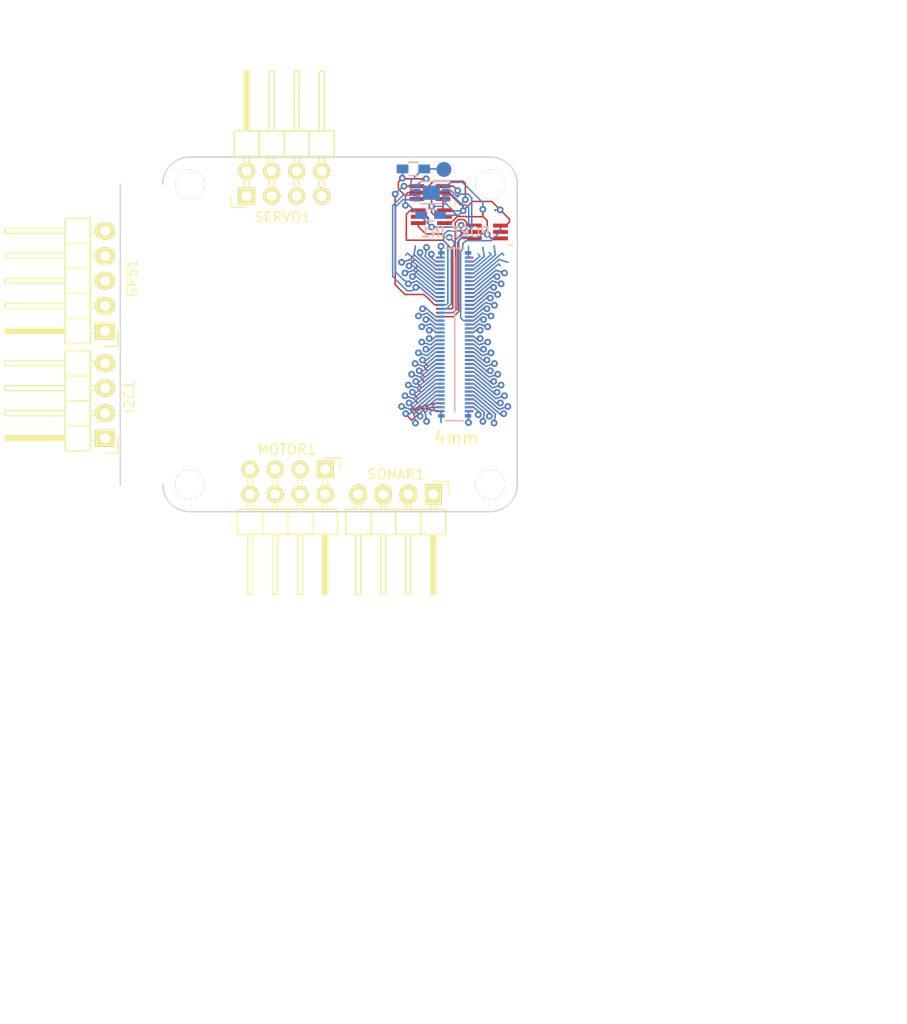
<source format=kicad_pcb>
(kicad_pcb (version 4) (host pcbnew 4.0.1-stable)

  (general
    (links 144)
    (no_connects 25)
    (area 129.924999 89.924999 166.075001 126.075001)
    (thickness 1.6)
    (drawings 26)
    (tracks 795)
    (zones 0)
    (modules 18)
    (nets 106)
  )

  (page A4)
  (layers
    (0 F.Cu signal)
    (31 B.Cu signal)
    (32 B.Adhes user)
    (33 F.Adhes user)
    (34 B.Paste user)
    (35 F.Paste user)
    (36 B.SilkS user)
    (37 F.SilkS user)
    (38 B.Mask user)
    (39 F.Mask user)
    (40 Dwgs.User user)
    (41 Cmts.User user)
    (42 Eco1.User user)
    (43 Eco2.User user)
    (44 Edge.Cuts user)
    (45 Margin user)
    (46 B.CrtYd user)
    (47 F.CrtYd user)
    (48 B.Fab user)
    (49 F.Fab user)
  )

  (setup
    (last_trace_width 0.1524)
    (trace_clearance 0.1524)
    (zone_clearance 0.254)
    (zone_45_only no)
    (trace_min 0.1524)
    (segment_width 0.2)
    (edge_width 0.15)
    (via_size 0.6858)
    (via_drill 0.3302)
    (via_min_size 0.6858)
    (via_min_drill 0.3302)
    (uvia_size 0.3)
    (uvia_drill 0.1)
    (uvias_allowed no)
    (uvia_min_size 0.2)
    (uvia_min_drill 0.1)
    (pcb_text_width 0.3)
    (pcb_text_size 1.5 1.5)
    (mod_edge_width 0.15)
    (mod_text_size 1 1)
    (mod_text_width 0.15)
    (pad_size 1.524 1.524)
    (pad_drill 0.762)
    (pad_to_mask_clearance 0.2)
    (aux_axis_origin 0 0)
    (visible_elements FFFFFF7F)
    (pcbplotparams
      (layerselection 0x00030_80000001)
      (usegerberextensions false)
      (excludeedgelayer true)
      (linewidth 0.100000)
      (plotframeref false)
      (viasonmask false)
      (mode 1)
      (useauxorigin false)
      (hpglpennumber 1)
      (hpglpenspeed 20)
      (hpglpendiameter 15)
      (hpglpenoverlay 2)
      (psnegative false)
      (psa4output false)
      (plotreference true)
      (plotvalue true)
      (plotinvisibletext false)
      (padsonsilk false)
      (subtractmaskfromsilk false)
      (outputformat 1)
      (mirror false)
      (drillshape 1)
      (scaleselection 1)
      (outputdirectory ""))
  )

  (net 0 "")
  (net 1 /ExpansionPort/HEIGHT_1)
  (net 2 /ExpansionPort/HEIGHT_2)
  (net 3 /ExpansionPort/NEW_HEIGHT_4)
  (net 4 /ExpansionPort/3V3_0.3A_LL)
  (net 5 /ExpansionPort/HEIGHT_4)
  (net 6 /ExpansionPort/si2c_SDA)
  (net 7 /ExpansionPort/si2c_SCL)
  (net 8 "Net-(PORT_IC1-Pad7)")
  (net 9 /ExpansionPort/NEW_HEIGHT_1)
  (net 10 /ExpansionPort/NEW_HEIGHT_2)
  (net 11 +5V)
  (net 12 /ExpansionPort/UART1_TX)
  (net 13 /ExpansionPort/UART1_RX)
  (net 14 GND)
  (net 15 /ExpansionPort/i2c_SCL)
  (net 16 /ExpansionPort/i2c_SDA)
  (net 17 /Echo5)
  (net 18 /Trig5)
  (net 19 /ExpansionPort/SPI1_MOSI)
  (net 20 /ExpansionPort/TIMG1_CH1)
  (net 21 /ExpansionPort/TIM1)
  (net 22 /ExpansionPort/SPI1_MISO)
  (net 23 /ExpansionPort/SPI1_SCK)
  (net 24 /ExpansionPort/SPI1_NSS)
  (net 25 /ExpansionPort/SPI2_MOSI)
  (net 26 /ExpansionPort/SPI2_MISO)
  (net 27 /ExpansionPort/SPI2_SCK)
  (net 28 /ExpansionPort/SPI2_NSS)
  (net 29 /ExpansionPort/SPI3_MOSI)
  (net 30 /ExpansionPort/SPI3_MISO)
  (net 31 /ExpansionPort/SPI3_SCK)
  (net 32 /ExpansionPort/SPI3_NSS)
  (net 33 /ExpansionPort/CAN_LO)
  (net 34 /ExpansionPort/CAN_HI)
  (net 35 /ExpansionPort/RESET)
  (net 36 /ExpansionPort/BOOT)
  (net 37 /ExpansionPort/SDMMC1_CMD)
  (net 38 /ExpansionPort/SDMMC1_CK)
  (net 39 /ExpansionPort/SDMMC1_D3)
  (net 40 /ExpansionPort/SDMMC1_D2)
  (net 41 /ExpansionPort/SDMMC1_D1)
  (net 42 /ExpansionPort/SDMMC1_D0)
  (net 43 /ExpansionPort/ADC2)
  (net 44 /ExpansionPort/ADC1)
  (net 45 /ExpansionPort/TIMG2_CH4)
  (net 46 /ExpansionPort/TIMG2_CH3)
  (net 47 /ExpansionPort/TIMG2_CH2)
  (net 48 /ExpansionPort/TIMG2_CH1)
  (net 49 /ExpansionPort/TIMG1_CH4)
  (net 50 /ExpansionPort/TIMG1_CH3)
  (net 51 /ExpansionPort/TIMG1_CH2)
  (net 52 /ExpansionPort/TIM2)
  (net 53 /ExpansionPort/TIM3)
  (net 54 /ExpansionPort/TIM4)
  (net 55 /ExpansionPort/GPIO1)
  (net 56 /ExpansionPort/GPIO2)
  (net 57 /ExpansionPort/GPIO3)
  (net 58 /ExpansionPort/GPIO4)
  (net 59 /ExpansionPort/GPIO5)
  (net 60 /ExpansionPort/GPIO6)
  (net 61 /ExpansionPort/3V3_0.3A_E)
  (net 62 /ExpansionPort/+BATT)
  (net 63 /ExpansionPort/UART8_TX)
  (net 64 /ExpansionPort/UART8_RX)
  (net 65 /ExpansionPort/UART7_TX)
  (net 66 /ExpansionPort/UART7_RX)
  (net 67 /ExpansionPort/UART6_TX)
  (net 68 /ExpansionPort/UART6_RX)
  (net 69 /ExpansionPort/UART5_TX)
  (net 70 /ExpansionPort/UART5_RX)
  (net 71 /ExpansionPort/UART4_TX)
  (net 72 /ExpansionPort/UART4_RX)
  (net 73 /ExpansionPort/UART3_TX)
  (net 74 /ExpansionPort/UART3_RX)
  (net 75 /ExpansionPort/UART2_TX)
  (net 76 /ExpansionPort/UART2_RX)
  (net 77 "Net-(PORT_OUT1-Pad41)")
  (net 78 "Net-(PORT_OUT1-Pad42)")
  (net 79 "Net-(PORT_OUT1-Pad43)")
  (net 80 "Net-(PORT_OUT1-Pad44)")
  (net 81 "Net-(PORT_OUT1-Pad45)")
  (net 82 "Net-(PORT_OUT1-Pad46)")
  (net 83 "Net-(PORT_OUT1-Pad47)")
  (net 84 "Net-(PORT_OUT1-Pad48)")
  (net 85 "Net-(PORT_OUT1-Pad26)")
  (net 86 "Net-(PORT_OUT1-Pad25)")
  (net 87 "Net-(PORT_OUT1-Pad10)")
  (net 88 "Net-(PORT_OUT1-Pad9)")
  (net 89 "Net-(GPS1-Pad4)")
  (net 90 "Net-(MOTOR1-Pad1)")
  (net 91 "Net-(MOTOR1-Pad2)")
  (net 92 "Net-(MOTOR1-Pad3)")
  (net 93 "Net-(MOTOR1-Pad4)")
  (net 94 "Net-(MOTOR1-Pad5)")
  (net 95 "Net-(MOTOR1-Pad6)")
  (net 96 "Net-(MOTOR1-Pad7)")
  (net 97 "Net-(MOTOR1-Pad8)")
  (net 98 "Net-(SERVO1-Pad1)")
  (net 99 "Net-(SERVO1-Pad2)")
  (net 100 "Net-(SERVO1-Pad3)")
  (net 101 "Net-(SERVO1-Pad4)")
  (net 102 "Net-(SERVO1-Pad5)")
  (net 103 "Net-(SERVO1-Pad6)")
  (net 104 "Net-(SERVO1-Pad7)")
  (net 105 "Net-(SERVO1-Pad8)")

  (net_class Default "This is the default net class."
    (clearance 0.1524)
    (trace_width 0.1524)
    (via_dia 0.6858)
    (via_drill 0.3302)
    (uvia_dia 0.3)
    (uvia_drill 0.1)
    (add_net +5V)
    (add_net /Echo5)
    (add_net /ExpansionPort/+BATT)
    (add_net /ExpansionPort/3V3_0.3A_E)
    (add_net /ExpansionPort/3V3_0.3A_LL)
    (add_net /ExpansionPort/ADC1)
    (add_net /ExpansionPort/ADC2)
    (add_net /ExpansionPort/BOOT)
    (add_net /ExpansionPort/CAN_HI)
    (add_net /ExpansionPort/CAN_LO)
    (add_net /ExpansionPort/GPIO1)
    (add_net /ExpansionPort/GPIO2)
    (add_net /ExpansionPort/GPIO3)
    (add_net /ExpansionPort/GPIO4)
    (add_net /ExpansionPort/GPIO5)
    (add_net /ExpansionPort/GPIO6)
    (add_net /ExpansionPort/HEIGHT_1)
    (add_net /ExpansionPort/HEIGHT_2)
    (add_net /ExpansionPort/HEIGHT_4)
    (add_net /ExpansionPort/NEW_HEIGHT_1)
    (add_net /ExpansionPort/NEW_HEIGHT_2)
    (add_net /ExpansionPort/NEW_HEIGHT_4)
    (add_net /ExpansionPort/RESET)
    (add_net /ExpansionPort/SDMMC1_CK)
    (add_net /ExpansionPort/SDMMC1_CMD)
    (add_net /ExpansionPort/SDMMC1_D0)
    (add_net /ExpansionPort/SDMMC1_D1)
    (add_net /ExpansionPort/SDMMC1_D2)
    (add_net /ExpansionPort/SDMMC1_D3)
    (add_net /ExpansionPort/SPI1_MISO)
    (add_net /ExpansionPort/SPI1_MOSI)
    (add_net /ExpansionPort/SPI1_NSS)
    (add_net /ExpansionPort/SPI1_SCK)
    (add_net /ExpansionPort/SPI2_MISO)
    (add_net /ExpansionPort/SPI2_MOSI)
    (add_net /ExpansionPort/SPI2_NSS)
    (add_net /ExpansionPort/SPI2_SCK)
    (add_net /ExpansionPort/SPI3_MISO)
    (add_net /ExpansionPort/SPI3_MOSI)
    (add_net /ExpansionPort/SPI3_NSS)
    (add_net /ExpansionPort/SPI3_SCK)
    (add_net /ExpansionPort/TIM1)
    (add_net /ExpansionPort/TIM2)
    (add_net /ExpansionPort/TIM3)
    (add_net /ExpansionPort/TIM4)
    (add_net /ExpansionPort/TIMG1_CH1)
    (add_net /ExpansionPort/TIMG1_CH2)
    (add_net /ExpansionPort/TIMG1_CH3)
    (add_net /ExpansionPort/TIMG1_CH4)
    (add_net /ExpansionPort/TIMG2_CH1)
    (add_net /ExpansionPort/TIMG2_CH2)
    (add_net /ExpansionPort/TIMG2_CH3)
    (add_net /ExpansionPort/TIMG2_CH4)
    (add_net /ExpansionPort/UART1_RX)
    (add_net /ExpansionPort/UART1_TX)
    (add_net /ExpansionPort/UART2_RX)
    (add_net /ExpansionPort/UART2_TX)
    (add_net /ExpansionPort/UART3_RX)
    (add_net /ExpansionPort/UART3_TX)
    (add_net /ExpansionPort/UART4_RX)
    (add_net /ExpansionPort/UART4_TX)
    (add_net /ExpansionPort/UART5_RX)
    (add_net /ExpansionPort/UART5_TX)
    (add_net /ExpansionPort/UART6_RX)
    (add_net /ExpansionPort/UART6_TX)
    (add_net /ExpansionPort/UART7_RX)
    (add_net /ExpansionPort/UART7_TX)
    (add_net /ExpansionPort/UART8_RX)
    (add_net /ExpansionPort/UART8_TX)
    (add_net /ExpansionPort/i2c_SCL)
    (add_net /ExpansionPort/i2c_SDA)
    (add_net /ExpansionPort/si2c_SCL)
    (add_net /ExpansionPort/si2c_SDA)
    (add_net /Trig5)
    (add_net GND)
    (add_net "Net-(GPS1-Pad4)")
    (add_net "Net-(MOTOR1-Pad1)")
    (add_net "Net-(MOTOR1-Pad2)")
    (add_net "Net-(MOTOR1-Pad3)")
    (add_net "Net-(MOTOR1-Pad4)")
    (add_net "Net-(MOTOR1-Pad5)")
    (add_net "Net-(MOTOR1-Pad6)")
    (add_net "Net-(MOTOR1-Pad7)")
    (add_net "Net-(MOTOR1-Pad8)")
    (add_net "Net-(PORT_IC1-Pad7)")
    (add_net "Net-(PORT_OUT1-Pad10)")
    (add_net "Net-(PORT_OUT1-Pad25)")
    (add_net "Net-(PORT_OUT1-Pad26)")
    (add_net "Net-(PORT_OUT1-Pad41)")
    (add_net "Net-(PORT_OUT1-Pad42)")
    (add_net "Net-(PORT_OUT1-Pad43)")
    (add_net "Net-(PORT_OUT1-Pad44)")
    (add_net "Net-(PORT_OUT1-Pad45)")
    (add_net "Net-(PORT_OUT1-Pad46)")
    (add_net "Net-(PORT_OUT1-Pad47)")
    (add_net "Net-(PORT_OUT1-Pad48)")
    (add_net "Net-(PORT_OUT1-Pad9)")
    (add_net "Net-(SERVO1-Pad1)")
    (add_net "Net-(SERVO1-Pad2)")
    (add_net "Net-(SERVO1-Pad3)")
    (add_net "Net-(SERVO1-Pad4)")
    (add_net "Net-(SERVO1-Pad5)")
    (add_net "Net-(SERVO1-Pad6)")
    (add_net "Net-(SERVO1-Pad7)")
    (add_net "Net-(SERVO1-Pad8)")
  )

  (module Mounting_Holes:MountingHole_3mm locked (layer F.Cu) (tedit 5640F1E2) (tstamp 5637D813)
    (at 163.25 123.25)
    (descr "Mounting hole, Befestigungsbohrung, 3mm, No Annular, Kein Restring,")
    (tags "Mounting hole, Befestigungsbohrung, 3mm, No Annular, Kein Restring,")
    (fp_text reference REF** (at 0 -4.0005) (layer F.SilkS) hide
      (effects (font (size 1 1) (thickness 0.15)))
    )
    (fp_text value MountingHole_3mm (at 1.00076 5.00126) (layer F.Fab) hide
      (effects (font (size 1 1) (thickness 0.15)))
    )
    (fp_circle (center 0 0) (end 3 0) (layer Cmts.User) (width 0.381))
    (pad 1 thru_hole circle (at 0 0) (size 3 3) (drill 3) (layers))
  )

  (module Mounting_Holes:MountingHole_3mm locked (layer F.Cu) (tedit 5640F1DE) (tstamp 5637D80D)
    (at 132.75 123.25)
    (descr "Mounting hole, Befestigungsbohrung, 3mm, No Annular, Kein Restring,")
    (tags "Mounting hole, Befestigungsbohrung, 3mm, No Annular, Kein Restring,")
    (fp_text reference REF** (at 0 -4.0005) (layer F.SilkS) hide
      (effects (font (size 1 1) (thickness 0.15)))
    )
    (fp_text value MountingHole_3mm (at 1.00076 5.00126) (layer F.Fab) hide
      (effects (font (size 1 1) (thickness 0.15)))
    )
    (fp_circle (center 0 0) (end 3 0) (layer Cmts.User) (width 0.381))
    (pad 1 thru_hole circle (at 0 0) (size 3 3) (drill 3) (layers))
  )

  (module Mounting_Holes:MountingHole_3mm locked (layer F.Cu) (tedit 5640F1E9) (tstamp 5637D807)
    (at 132.75 92.75)
    (descr "Mounting hole, Befestigungsbohrung, 3mm, No Annular, Kein Restring,")
    (tags "Mounting hole, Befestigungsbohrung, 3mm, No Annular, Kein Restring,")
    (fp_text reference REF** (at 0 -4.0005) (layer F.SilkS) hide
      (effects (font (size 1 1) (thickness 0.15)))
    )
    (fp_text value MountingHole_3mm (at 1.00076 5.00126) (layer F.Fab) hide
      (effects (font (size 1 1) (thickness 0.15)))
    )
    (fp_circle (center 0 0) (end 3 0) (layer Cmts.User) (width 0.381))
    (pad 1 thru_hole circle (at 0 0) (size 3 3) (drill 3) (layers))
  )

  (module Mounting_Holes:MountingHole_3mm locked (layer F.Cu) (tedit 5640F1EF) (tstamp 56251307)
    (at 163.25 92.75)
    (descr "Mounting hole, Befestigungsbohrung, 3mm, No Annular, Kein Restring,")
    (tags "Mounting hole, Befestigungsbohrung, 3mm, No Annular, Kein Restring,")
    (fp_text reference REF** (at 0 -4.0005) (layer F.SilkS) hide
      (effects (font (size 1 1) (thickness 0.15)))
    )
    (fp_text value MountingHole_3mm (at 1.00076 5.00126) (layer F.Fab) hide
      (effects (font (size 1 1) (thickness 0.15)))
    )
    (fp_circle (center 0 0) (end 3 0) (layer Cmts.User) (width 0.381))
    (pad 1 thru_hole circle (at 0 0) (size 3 3) (drill 3) (layers))
  )

  (module Housings_SOT-23_SOT-143_TSOT-6:SC-70-6_Handsoldering (layer F.Cu) (tedit 56414E77) (tstamp 56461034)
    (at 157.13096 93.59976 90)
    (descr "SC-70-6, Handsoldering,")
    (tags "SC-70-6, Handsoldering,")
    (path /564009DE/564017F8)
    (attr smd)
    (fp_text reference PORT_ANDOR1 (at -0.02032 -3.98018 90) (layer F.SilkS) hide
      (effects (font (size 1 1) (thickness 0.15)))
    )
    (fp_text value SN74LVC1G0832 (at -0.23876 4.11988 90) (layer F.Fab) hide
      (effects (font (size 1 1) (thickness 0.15)))
    )
    (fp_line (start -1.3208 1.97866) (end -1.3208 2.54762) (layer F.SilkS) (width 0.15))
    (fp_line (start -1.3208 2.54762) (end -0.90932 2.54762) (layer F.SilkS) (width 0.15))
    (pad 1 smd rect (at -0.65024 1.33096 90) (size 0.39878 1.50114) (layers F.Cu F.Paste F.Mask)
      (net 1 /ExpansionPort/HEIGHT_1))
    (pad 2 smd rect (at 0 1.33096 90) (size 0.39878 1.50114) (layers F.Cu F.Paste F.Mask)
      (net 14 GND))
    (pad 3 smd rect (at 0.65024 1.33096 90) (size 0.39878 1.50114) (layers F.Cu F.Paste F.Mask)
      (net 2 /ExpansionPort/HEIGHT_2))
    (pad 4 smd rect (at 0.65024 -1.33096 90) (size 0.39878 1.50114) (layers F.Cu F.Paste F.Mask)
      (net 3 /ExpansionPort/NEW_HEIGHT_4))
    (pad 5 smd rect (at 0 -1.33096 90) (size 0.39878 1.50114) (layers F.Cu F.Paste F.Mask)
      (net 4 /ExpansionPort/3V3_0.3A_LL))
    (pad 6 smd rect (at -0.65024 -1.33096 90) (size 0.39878 1.50114) (layers F.Cu F.Paste F.Mask)
      (net 5 /ExpansionPort/HEIGHT_4))
    (model Housings_SOT-23_SOT-143_TSOT-6.3dshapes/SC-70-6_Handsoldering.wrl
      (at (xyz 0 0 0))
      (scale (xyz 1 1 1))
      (rotate (xyz 0 0 0))
    )
  )

  (module Capacitors_SMD:C_0603_HandSoldering (layer B.Cu) (tedit 56414ECE) (tstamp 56461040)
    (at 157.2 95.9)
    (descr "Capacitor SMD 0603, hand soldering")
    (tags "capacitor 0603")
    (path /564009DE/564029BB)
    (attr smd)
    (fp_text reference PORT_C1 (at 0 1.9) (layer B.SilkS) hide
      (effects (font (size 1 1) (thickness 0.15)) (justify mirror))
    )
    (fp_text value 0.1uF (at 0 -1.9) (layer B.Fab) hide
      (effects (font (size 1 1) (thickness 0.15)) (justify mirror))
    )
    (fp_line (start -1.85 0.75) (end 1.85 0.75) (layer B.CrtYd) (width 0.05))
    (fp_line (start -1.85 -0.75) (end 1.85 -0.75) (layer B.CrtYd) (width 0.05))
    (fp_line (start -1.85 0.75) (end -1.85 -0.75) (layer B.CrtYd) (width 0.05))
    (fp_line (start 1.85 0.75) (end 1.85 -0.75) (layer B.CrtYd) (width 0.05))
    (fp_line (start -0.35 0.6) (end 0.35 0.6) (layer B.SilkS) (width 0.15))
    (fp_line (start 0.35 -0.6) (end -0.35 -0.6) (layer B.SilkS) (width 0.15))
    (pad 1 smd rect (at -0.95 0) (size 1.2 0.75) (layers B.Cu B.Paste B.Mask)
      (net 4 /ExpansionPort/3V3_0.3A_LL))
    (pad 2 smd rect (at 0.95 0) (size 1.2 0.75) (layers B.Cu B.Paste B.Mask)
      (net 14 GND))
    (model Capacitors_SMD.3dshapes/C_0603_HandSoldering.wrl
      (at (xyz 0 0 0))
      (scale (xyz 1 1 1))
      (rotate (xyz 0 0 0))
    )
  )

  (module Housings_DFN_QFN:DFN-8-1EP_3x2mm_Pitch0.5mm (layer B.Cu) (tedit 56414E71) (tstamp 56461056)
    (at 157.2625 93.6125 180)
    (descr "8-Lead Plastic Dual Flat, No Lead Package (MC) - 2x3x0.9 mm Body [DFN] (see Microchip Packaging Specification 00000049BS.pdf)")
    (tags "DFN 0.5")
    (path /564009DE/564013BD)
    (attr smd)
    (fp_text reference PORT_IC1 (at 0 2.05 180) (layer B.SilkS) hide
      (effects (font (size 1 1) (thickness 0.15)) (justify mirror))
    )
    (fp_text value AT24CS02-MAHM (at 0 -2.05 180) (layer B.Fab) hide
      (effects (font (size 1 1) (thickness 0.15)) (justify mirror))
    )
    (fp_line (start -2.1 1.3) (end -2.1 -1.3) (layer B.CrtYd) (width 0.05))
    (fp_line (start 2.1 1.3) (end 2.1 -1.3) (layer B.CrtYd) (width 0.05))
    (fp_line (start -2.1 1.3) (end 2.1 1.3) (layer B.CrtYd) (width 0.05))
    (fp_line (start -2.1 -1.3) (end 2.1 -1.3) (layer B.CrtYd) (width 0.05))
    (fp_line (start -1.075 -1.125) (end 1.075 -1.125) (layer B.SilkS) (width 0.15))
    (fp_line (start -1.9 1.125) (end 1.075 1.125) (layer B.SilkS) (width 0.15))
    (pad 1 smd rect (at -1.45 0.75 180) (size 0.75 0.3) (layers B.Cu B.Paste B.Mask)
      (net 1 /ExpansionPort/HEIGHT_1))
    (pad 2 smd rect (at -1.45 0.25 180) (size 0.75 0.3) (layers B.Cu B.Paste B.Mask)
      (net 2 /ExpansionPort/HEIGHT_2))
    (pad 3 smd rect (at -1.45 -0.25 180) (size 0.75 0.3) (layers B.Cu B.Paste B.Mask)
      (net 5 /ExpansionPort/HEIGHT_4))
    (pad 4 smd rect (at -1.45 -0.75 180) (size 0.75 0.3) (layers B.Cu B.Paste B.Mask)
      (net 14 GND))
    (pad 5 smd rect (at 1.45 -0.75 180) (size 0.75 0.3) (layers B.Cu B.Paste B.Mask)
      (net 6 /ExpansionPort/si2c_SDA))
    (pad 6 smd rect (at 1.45 -0.25 180) (size 0.75 0.3) (layers B.Cu B.Paste B.Mask)
      (net 7 /ExpansionPort/si2c_SCL))
    (pad 7 smd rect (at 1.45 0.25 180) (size 0.75 0.3) (layers B.Cu B.Paste B.Mask)
      (net 8 "Net-(PORT_IC1-Pad7)"))
    (pad 8 smd rect (at 1.45 0.75 180) (size 0.75 0.3) (layers B.Cu B.Paste B.Mask)
      (net 4 /ExpansionPort/3V3_0.3A_LL))
    (pad 9 smd rect (at 0.4375 -0.3625 180) (size 0.875 0.725) (layers B.Cu B.Paste B.Mask)
      (solder_paste_margin_ratio -0.2))
    (pad 9 smd rect (at 0.4375 0.3625 180) (size 0.875 0.725) (layers B.Cu B.Paste B.Mask)
      (solder_paste_margin_ratio -0.2))
    (pad 9 smd rect (at -0.4375 -0.3625 180) (size 0.875 0.725) (layers B.Cu B.Paste B.Mask)
      (solder_paste_margin_ratio -0.2))
    (pad 9 smd rect (at -0.4375 0.3625 180) (size 0.875 0.725) (layers B.Cu B.Paste B.Mask)
      (solder_paste_margin_ratio -0.2))
    (model Housings_DFN_QFN.3dshapes/DFN-8-1EP_3x2mm_Pitch0.5mm.wrl
      (at (xyz 0 0 0))
      (scale (xyz 1 1 1))
      (rotate (xyz 0 0 0))
    )
  )

  (module Housings_SOT-23_SOT-143_TSOT-6:SC-70-6_Handsoldering (layer F.Cu) (tedit 56414E7E) (tstamp 56461062)
    (at 162.96904 97.59976 90)
    (descr "SC-70-6, Handsoldering,")
    (tags "SC-70-6, Handsoldering,")
    (path /564009DE/56401612)
    (attr smd)
    (fp_text reference PORT_INV1 (at -0.02032 -3.98018 90) (layer F.SilkS) hide
      (effects (font (size 1 1) (thickness 0.15)))
    )
    (fp_text value SN74LVC1G58 (at -0.23876 4.11988 90) (layer F.Fab) hide
      (effects (font (size 1 1) (thickness 0.15)))
    )
    (fp_line (start -1.3208 1.97866) (end -1.3208 2.54762) (layer F.SilkS) (width 0.15))
    (fp_line (start -1.3208 2.54762) (end -0.90932 2.54762) (layer F.SilkS) (width 0.15))
    (pad 1 smd rect (at -0.65024 1.33096 90) (size 0.39878 1.50114) (layers F.Cu F.Paste F.Mask)
      (net 1 /ExpansionPort/HEIGHT_1))
    (pad 2 smd rect (at 0 1.33096 90) (size 0.39878 1.50114) (layers F.Cu F.Paste F.Mask)
      (net 14 GND))
    (pad 3 smd rect (at 0.65024 1.33096 90) (size 0.39878 1.50114) (layers F.Cu F.Paste F.Mask)
      (net 14 GND))
    (pad 4 smd rect (at 0.65024 -1.33096 90) (size 0.39878 1.50114) (layers F.Cu F.Paste F.Mask)
      (net 9 /ExpansionPort/NEW_HEIGHT_1))
    (pad 5 smd rect (at 0 -1.33096 90) (size 0.39878 1.50114) (layers F.Cu F.Paste F.Mask)
      (net 4 /ExpansionPort/3V3_0.3A_LL))
    (pad 6 smd rect (at -0.65024 -1.33096 90) (size 0.39878 1.50114) (layers F.Cu F.Paste F.Mask)
      (net 4 /ExpansionPort/3V3_0.3A_LL))
    (model Housings_SOT-23_SOT-143_TSOT-6.3dshapes/SC-70-6_Handsoldering.wrl
      (at (xyz 0 0 0))
      (scale (xyz 1 1 1))
      (rotate (xyz 0 0 0))
    )
  )

  (module Resistors_SMD:R_0603_HandSoldering (layer B.Cu) (tedit 56414ED9) (tstamp 5646107B)
    (at 155.45 91.2 180)
    (descr "Resistor SMD 0603, hand soldering")
    (tags "resistor 0603")
    (path /564009DE/5640243A)
    (attr smd)
    (fp_text reference PORT_R1 (at 0 1.9 180) (layer B.SilkS) hide
      (effects (font (size 1 1) (thickness 0.15)) (justify mirror))
    )
    (fp_text value 10k (at 0 -1.9 180) (layer B.Fab) hide
      (effects (font (size 1 1) (thickness 0.15)) (justify mirror))
    )
    (fp_line (start -2 0.8) (end 2 0.8) (layer B.CrtYd) (width 0.05))
    (fp_line (start -2 -0.8) (end 2 -0.8) (layer B.CrtYd) (width 0.05))
    (fp_line (start -2 0.8) (end -2 -0.8) (layer B.CrtYd) (width 0.05))
    (fp_line (start 2 0.8) (end 2 -0.8) (layer B.CrtYd) (width 0.05))
    (fp_line (start 0.5 -0.675) (end -0.5 -0.675) (layer B.SilkS) (width 0.15))
    (fp_line (start -0.5 0.675) (end 0.5 0.675) (layer B.SilkS) (width 0.15))
    (pad 1 smd rect (at -1.1 0 180) (size 1.2 0.9) (layers B.Cu B.Paste B.Mask)
      (net 8 "Net-(PORT_IC1-Pad7)"))
    (pad 2 smd rect (at 1.1 0 180) (size 1.2 0.9) (layers B.Cu B.Paste B.Mask)
      (net 4 /ExpansionPort/3V3_0.3A_LL))
    (model Resistors_SMD.3dshapes/R_0603_HandSoldering.wrl
      (at (xyz 0 0 0))
      (scale (xyz 1 1 1))
      (rotate (xyz 0 0 0))
    )
  )

  (module Housings_SOT-23_SOT-143_TSOT-6:SC-70-6_Handsoldering (layer F.Cu) (tedit 56414E7B) (tstamp 56461087)
    (at 157.28096 96.04976 90)
    (descr "SC-70-6, Handsoldering,")
    (tags "SC-70-6, Handsoldering,")
    (path /564009DE/5640163C)
    (attr smd)
    (fp_text reference PORT_XOR1 (at -0.02032 -3.98018 90) (layer F.SilkS) hide
      (effects (font (size 1 1) (thickness 0.15)))
    )
    (fp_text value SN74LVC1G58 (at -0.23876 4.11988 90) (layer F.Fab) hide
      (effects (font (size 1 1) (thickness 0.15)))
    )
    (fp_line (start -1.3208 1.97866) (end -1.3208 2.54762) (layer F.SilkS) (width 0.15))
    (fp_line (start -1.3208 2.54762) (end -0.90932 2.54762) (layer F.SilkS) (width 0.15))
    (pad 1 smd rect (at -0.65024 1.33096 90) (size 0.39878 1.50114) (layers F.Cu F.Paste F.Mask)
      (net 1 /ExpansionPort/HEIGHT_1))
    (pad 2 smd rect (at 0 1.33096 90) (size 0.39878 1.50114) (layers F.Cu F.Paste F.Mask)
      (net 14 GND))
    (pad 3 smd rect (at 0.65024 1.33096 90) (size 0.39878 1.50114) (layers F.Cu F.Paste F.Mask)
      (net 1 /ExpansionPort/HEIGHT_1))
    (pad 4 smd rect (at 0.65024 -1.33096 90) (size 0.39878 1.50114) (layers F.Cu F.Paste F.Mask)
      (net 10 /ExpansionPort/NEW_HEIGHT_2))
    (pad 5 smd rect (at 0 -1.33096 90) (size 0.39878 1.50114) (layers F.Cu F.Paste F.Mask)
      (net 4 /ExpansionPort/3V3_0.3A_LL))
    (pad 6 smd rect (at -0.65024 -1.33096 90) (size 0.39878 1.50114) (layers F.Cu F.Paste F.Mask)
      (net 2 /ExpansionPort/HEIGHT_2))
    (model Housings_SOT-23_SOT-143_TSOT-6.3dshapes/SC-70-6_Handsoldering.wrl
      (at (xyz 0 0 0))
      (scale (xyz 1 1 1))
      (rotate (xyz 0 0 0))
    )
  )

  (module Measurement_Points:Measurement_Point_Round-SMD-Pad_Small (layer B.Cu) (tedit 56414E65) (tstamp 56496854)
    (at 158.55 91.25)
    (descr "Mesurement Point, Round, SMD Pad, DM 1.5mm,")
    (tags "Mesurement Point, Round, SMD Pad, DM 1.5mm,")
    (path /564009DE/564024DB)
    (fp_text reference PORT_P1 (at 0 2.54) (layer B.SilkS) hide
      (effects (font (size 1 1) (thickness 0.15)) (justify mirror))
    )
    (fp_text value CONN_01X01 (at 1.27 -2.54) (layer B.Fab) hide
      (effects (font (size 1 1) (thickness 0.15)) (justify mirror))
    )
    (pad 1 smd circle (at 0 0) (size 1.524 1.524) (layers B.Cu B.Paste B.Mask)
      (net 8 "Net-(PORT_IC1-Pad7)"))
  )

  (module Pin_Headers:Pin_Header_Angled_1x05 (layer F.Cu) (tedit 0) (tstamp 57AAD6FE)
    (at 124.15 107.65 180)
    (descr "Through hole pin header")
    (tags "pin header")
    (path /57AADC89)
    (fp_text reference GPS1 (at -2.72 5.38 270) (layer F.SilkS)
      (effects (font (size 1 1) (thickness 0.15)))
    )
    (fp_text value CONN_01X05 (at 0 -3.1 180) (layer F.Fab)
      (effects (font (size 1 1) (thickness 0.15)))
    )
    (fp_line (start -1.5 -1.75) (end -1.5 11.95) (layer F.CrtYd) (width 0.05))
    (fp_line (start 10.65 -1.75) (end 10.65 11.95) (layer F.CrtYd) (width 0.05))
    (fp_line (start -1.5 -1.75) (end 10.65 -1.75) (layer F.CrtYd) (width 0.05))
    (fp_line (start -1.5 11.95) (end 10.65 11.95) (layer F.CrtYd) (width 0.05))
    (fp_line (start -1.3 -1.55) (end -1.3 0) (layer F.SilkS) (width 0.15))
    (fp_line (start 0 -1.55) (end -1.3 -1.55) (layer F.SilkS) (width 0.15))
    (fp_line (start 4.191 -0.127) (end 10.033 -0.127) (layer F.SilkS) (width 0.15))
    (fp_line (start 10.033 -0.127) (end 10.033 0.127) (layer F.SilkS) (width 0.15))
    (fp_line (start 10.033 0.127) (end 4.191 0.127) (layer F.SilkS) (width 0.15))
    (fp_line (start 4.191 0.127) (end 4.191 0) (layer F.SilkS) (width 0.15))
    (fp_line (start 4.191 0) (end 10.033 0) (layer F.SilkS) (width 0.15))
    (fp_line (start 1.524 -0.254) (end 1.143 -0.254) (layer F.SilkS) (width 0.15))
    (fp_line (start 1.524 0.254) (end 1.143 0.254) (layer F.SilkS) (width 0.15))
    (fp_line (start 1.524 2.286) (end 1.143 2.286) (layer F.SilkS) (width 0.15))
    (fp_line (start 1.524 2.794) (end 1.143 2.794) (layer F.SilkS) (width 0.15))
    (fp_line (start 1.524 4.826) (end 1.143 4.826) (layer F.SilkS) (width 0.15))
    (fp_line (start 1.524 5.334) (end 1.143 5.334) (layer F.SilkS) (width 0.15))
    (fp_line (start 1.524 7.366) (end 1.143 7.366) (layer F.SilkS) (width 0.15))
    (fp_line (start 1.524 7.874) (end 1.143 7.874) (layer F.SilkS) (width 0.15))
    (fp_line (start 1.524 10.414) (end 1.143 10.414) (layer F.SilkS) (width 0.15))
    (fp_line (start 1.524 9.906) (end 1.143 9.906) (layer F.SilkS) (width 0.15))
    (fp_line (start 4.064 1.27) (end 4.064 -1.27) (layer F.SilkS) (width 0.15))
    (fp_line (start 10.16 0.254) (end 4.064 0.254) (layer F.SilkS) (width 0.15))
    (fp_line (start 10.16 -0.254) (end 10.16 0.254) (layer F.SilkS) (width 0.15))
    (fp_line (start 4.064 -0.254) (end 10.16 -0.254) (layer F.SilkS) (width 0.15))
    (fp_line (start 1.524 1.27) (end 4.064 1.27) (layer F.SilkS) (width 0.15))
    (fp_line (start 1.524 -1.27) (end 1.524 1.27) (layer F.SilkS) (width 0.15))
    (fp_line (start 1.524 -1.27) (end 4.064 -1.27) (layer F.SilkS) (width 0.15))
    (fp_line (start 1.524 3.81) (end 4.064 3.81) (layer F.SilkS) (width 0.15))
    (fp_line (start 1.524 3.81) (end 1.524 6.35) (layer F.SilkS) (width 0.15))
    (fp_line (start 1.524 6.35) (end 4.064 6.35) (layer F.SilkS) (width 0.15))
    (fp_line (start 4.064 4.826) (end 10.16 4.826) (layer F.SilkS) (width 0.15))
    (fp_line (start 10.16 4.826) (end 10.16 5.334) (layer F.SilkS) (width 0.15))
    (fp_line (start 10.16 5.334) (end 4.064 5.334) (layer F.SilkS) (width 0.15))
    (fp_line (start 4.064 6.35) (end 4.064 3.81) (layer F.SilkS) (width 0.15))
    (fp_line (start 4.064 3.81) (end 4.064 1.27) (layer F.SilkS) (width 0.15))
    (fp_line (start 10.16 2.794) (end 4.064 2.794) (layer F.SilkS) (width 0.15))
    (fp_line (start 10.16 2.286) (end 10.16 2.794) (layer F.SilkS) (width 0.15))
    (fp_line (start 4.064 2.286) (end 10.16 2.286) (layer F.SilkS) (width 0.15))
    (fp_line (start 1.524 3.81) (end 4.064 3.81) (layer F.SilkS) (width 0.15))
    (fp_line (start 1.524 1.27) (end 1.524 3.81) (layer F.SilkS) (width 0.15))
    (fp_line (start 1.524 1.27) (end 4.064 1.27) (layer F.SilkS) (width 0.15))
    (fp_line (start 1.524 8.89) (end 4.064 8.89) (layer F.SilkS) (width 0.15))
    (fp_line (start 1.524 8.89) (end 1.524 11.43) (layer F.SilkS) (width 0.15))
    (fp_line (start 1.524 11.43) (end 4.064 11.43) (layer F.SilkS) (width 0.15))
    (fp_line (start 4.064 9.906) (end 10.16 9.906) (layer F.SilkS) (width 0.15))
    (fp_line (start 10.16 9.906) (end 10.16 10.414) (layer F.SilkS) (width 0.15))
    (fp_line (start 10.16 10.414) (end 4.064 10.414) (layer F.SilkS) (width 0.15))
    (fp_line (start 4.064 11.43) (end 4.064 8.89) (layer F.SilkS) (width 0.15))
    (fp_line (start 4.064 8.89) (end 4.064 6.35) (layer F.SilkS) (width 0.15))
    (fp_line (start 10.16 7.874) (end 4.064 7.874) (layer F.SilkS) (width 0.15))
    (fp_line (start 10.16 7.366) (end 10.16 7.874) (layer F.SilkS) (width 0.15))
    (fp_line (start 4.064 7.366) (end 10.16 7.366) (layer F.SilkS) (width 0.15))
    (fp_line (start 1.524 8.89) (end 4.064 8.89) (layer F.SilkS) (width 0.15))
    (fp_line (start 1.524 6.35) (end 1.524 8.89) (layer F.SilkS) (width 0.15))
    (fp_line (start 1.524 6.35) (end 4.064 6.35) (layer F.SilkS) (width 0.15))
    (pad 1 thru_hole rect (at 0 0 180) (size 2.032 1.7272) (drill 1.016) (layers *.Cu *.Mask F.SilkS)
      (net 11 +5V))
    (pad 2 thru_hole oval (at 0 2.54 180) (size 2.032 1.7272) (drill 1.016) (layers *.Cu *.Mask F.SilkS)
      (net 12 /ExpansionPort/UART1_TX))
    (pad 3 thru_hole oval (at 0 5.08 180) (size 2.032 1.7272) (drill 1.016) (layers *.Cu *.Mask F.SilkS)
      (net 13 /ExpansionPort/UART1_RX))
    (pad 4 thru_hole oval (at 0 7.62 180) (size 2.032 1.7272) (drill 1.016) (layers *.Cu *.Mask F.SilkS)
      (net 89 "Net-(GPS1-Pad4)"))
    (pad 5 thru_hole oval (at 0 10.16 180) (size 2.032 1.7272) (drill 1.016) (layers *.Cu *.Mask F.SilkS)
      (net 14 GND))
    (model Pin_Headers.3dshapes/Pin_Header_Angled_1x05.wrl
      (at (xyz 0 -0.2 0))
      (scale (xyz 1 1 1))
      (rotate (xyz 0 0 90))
    )
  )

  (module Pin_Headers:Pin_Header_Angled_1x04 (layer F.Cu) (tedit 0) (tstamp 57AAD706)
    (at 124.15 118.54 180)
    (descr "Through hole pin header")
    (tags "pin header")
    (path /57AADD4B)
    (fp_text reference I2C1 (at -2.45 4.18 270) (layer F.SilkS)
      (effects (font (size 1 1) (thickness 0.15)))
    )
    (fp_text value CONN_01X04 (at 0 -3.1 180) (layer F.Fab)
      (effects (font (size 1 1) (thickness 0.15)))
    )
    (fp_line (start -1.5 -1.75) (end -1.5 9.4) (layer F.CrtYd) (width 0.05))
    (fp_line (start 10.65 -1.75) (end 10.65 9.4) (layer F.CrtYd) (width 0.05))
    (fp_line (start -1.5 -1.75) (end 10.65 -1.75) (layer F.CrtYd) (width 0.05))
    (fp_line (start -1.5 9.4) (end 10.65 9.4) (layer F.CrtYd) (width 0.05))
    (fp_line (start -1.3 -1.55) (end -1.3 0) (layer F.SilkS) (width 0.15))
    (fp_line (start 0 -1.55) (end -1.3 -1.55) (layer F.SilkS) (width 0.15))
    (fp_line (start 4.191 -0.127) (end 10.033 -0.127) (layer F.SilkS) (width 0.15))
    (fp_line (start 10.033 -0.127) (end 10.033 0.127) (layer F.SilkS) (width 0.15))
    (fp_line (start 10.033 0.127) (end 4.191 0.127) (layer F.SilkS) (width 0.15))
    (fp_line (start 4.191 0.127) (end 4.191 0) (layer F.SilkS) (width 0.15))
    (fp_line (start 4.191 0) (end 10.033 0) (layer F.SilkS) (width 0.15))
    (fp_line (start 1.524 -0.254) (end 1.143 -0.254) (layer F.SilkS) (width 0.15))
    (fp_line (start 1.524 0.254) (end 1.143 0.254) (layer F.SilkS) (width 0.15))
    (fp_line (start 1.524 2.286) (end 1.143 2.286) (layer F.SilkS) (width 0.15))
    (fp_line (start 1.524 2.794) (end 1.143 2.794) (layer F.SilkS) (width 0.15))
    (fp_line (start 1.524 4.826) (end 1.143 4.826) (layer F.SilkS) (width 0.15))
    (fp_line (start 1.524 5.334) (end 1.143 5.334) (layer F.SilkS) (width 0.15))
    (fp_line (start 1.524 7.874) (end 1.143 7.874) (layer F.SilkS) (width 0.15))
    (fp_line (start 1.524 7.366) (end 1.143 7.366) (layer F.SilkS) (width 0.15))
    (fp_line (start 1.524 -1.27) (end 4.064 -1.27) (layer F.SilkS) (width 0.15))
    (fp_line (start 1.524 1.27) (end 4.064 1.27) (layer F.SilkS) (width 0.15))
    (fp_line (start 1.524 1.27) (end 1.524 3.81) (layer F.SilkS) (width 0.15))
    (fp_line (start 1.524 3.81) (end 4.064 3.81) (layer F.SilkS) (width 0.15))
    (fp_line (start 4.064 2.286) (end 10.16 2.286) (layer F.SilkS) (width 0.15))
    (fp_line (start 10.16 2.286) (end 10.16 2.794) (layer F.SilkS) (width 0.15))
    (fp_line (start 10.16 2.794) (end 4.064 2.794) (layer F.SilkS) (width 0.15))
    (fp_line (start 4.064 3.81) (end 4.064 1.27) (layer F.SilkS) (width 0.15))
    (fp_line (start 4.064 1.27) (end 4.064 -1.27) (layer F.SilkS) (width 0.15))
    (fp_line (start 10.16 0.254) (end 4.064 0.254) (layer F.SilkS) (width 0.15))
    (fp_line (start 10.16 -0.254) (end 10.16 0.254) (layer F.SilkS) (width 0.15))
    (fp_line (start 4.064 -0.254) (end 10.16 -0.254) (layer F.SilkS) (width 0.15))
    (fp_line (start 1.524 1.27) (end 4.064 1.27) (layer F.SilkS) (width 0.15))
    (fp_line (start 1.524 -1.27) (end 1.524 1.27) (layer F.SilkS) (width 0.15))
    (fp_line (start 1.524 6.35) (end 4.064 6.35) (layer F.SilkS) (width 0.15))
    (fp_line (start 1.524 6.35) (end 1.524 8.89) (layer F.SilkS) (width 0.15))
    (fp_line (start 1.524 8.89) (end 4.064 8.89) (layer F.SilkS) (width 0.15))
    (fp_line (start 4.064 7.366) (end 10.16 7.366) (layer F.SilkS) (width 0.15))
    (fp_line (start 10.16 7.366) (end 10.16 7.874) (layer F.SilkS) (width 0.15))
    (fp_line (start 10.16 7.874) (end 4.064 7.874) (layer F.SilkS) (width 0.15))
    (fp_line (start 4.064 8.89) (end 4.064 6.35) (layer F.SilkS) (width 0.15))
    (fp_line (start 4.064 6.35) (end 4.064 3.81) (layer F.SilkS) (width 0.15))
    (fp_line (start 10.16 5.334) (end 4.064 5.334) (layer F.SilkS) (width 0.15))
    (fp_line (start 10.16 4.826) (end 10.16 5.334) (layer F.SilkS) (width 0.15))
    (fp_line (start 4.064 4.826) (end 10.16 4.826) (layer F.SilkS) (width 0.15))
    (fp_line (start 1.524 6.35) (end 4.064 6.35) (layer F.SilkS) (width 0.15))
    (fp_line (start 1.524 3.81) (end 1.524 6.35) (layer F.SilkS) (width 0.15))
    (fp_line (start 1.524 3.81) (end 4.064 3.81) (layer F.SilkS) (width 0.15))
    (pad 1 thru_hole rect (at 0 0 180) (size 2.032 1.7272) (drill 1.016) (layers *.Cu *.Mask F.SilkS)
      (net 11 +5V))
    (pad 2 thru_hole oval (at 0 2.54 180) (size 2.032 1.7272) (drill 1.016) (layers *.Cu *.Mask F.SilkS)
      (net 15 /ExpansionPort/i2c_SCL))
    (pad 3 thru_hole oval (at 0 5.08 180) (size 2.032 1.7272) (drill 1.016) (layers *.Cu *.Mask F.SilkS)
      (net 16 /ExpansionPort/i2c_SDA))
    (pad 4 thru_hole oval (at 0 7.62 180) (size 2.032 1.7272) (drill 1.016) (layers *.Cu *.Mask F.SilkS)
      (net 14 GND))
    (model Pin_Headers.3dshapes/Pin_Header_Angled_1x04.wrl
      (at (xyz 0 -0.15 0))
      (scale (xyz 1 1 1))
      (rotate (xyz 0 0 90))
    )
  )

  (module Pin_Headers:Pin_Header_Angled_2x04 (layer F.Cu) (tedit 54EA0233) (tstamp 57AAD712)
    (at 138.52 93.95 90)
    (descr "Through hole pin header")
    (tags "pin header")
    (path /57AAD8A9)
    (fp_text reference SERVO1 (at -2.14 3.64 180) (layer F.SilkS)
      (effects (font (size 1 1) (thickness 0.15)))
    )
    (fp_text value CONN_02X04 (at 0 -3.1 90) (layer F.Fab)
      (effects (font (size 1 1) (thickness 0.15)))
    )
    (fp_line (start 0 -1.55) (end -1.15 -1.55) (layer F.SilkS) (width 0.15))
    (fp_line (start -1.15 -1.55) (end -1.15 0) (layer F.SilkS) (width 0.15))
    (fp_line (start -1.35 -1.75) (end -1.35 9.4) (layer F.CrtYd) (width 0.05))
    (fp_line (start 13.2 -1.75) (end 13.2 9.4) (layer F.CrtYd) (width 0.05))
    (fp_line (start -1.35 -1.75) (end 13.2 -1.75) (layer F.CrtYd) (width 0.05))
    (fp_line (start -1.35 9.4) (end 13.2 9.4) (layer F.CrtYd) (width 0.05))
    (fp_line (start 1.524 7.874) (end 1.016 7.874) (layer F.SilkS) (width 0.15))
    (fp_line (start 1.524 7.366) (end 1.016 7.366) (layer F.SilkS) (width 0.15))
    (fp_line (start 1.524 5.334) (end 1.016 5.334) (layer F.SilkS) (width 0.15))
    (fp_line (start 1.524 4.826) (end 1.016 4.826) (layer F.SilkS) (width 0.15))
    (fp_line (start 1.524 2.794) (end 1.016 2.794) (layer F.SilkS) (width 0.15))
    (fp_line (start 1.524 2.286) (end 1.016 2.286) (layer F.SilkS) (width 0.15))
    (fp_line (start 1.524 0.254) (end 1.016 0.254) (layer F.SilkS) (width 0.15))
    (fp_line (start 1.524 -0.254) (end 1.016 -0.254) (layer F.SilkS) (width 0.15))
    (fp_line (start 4.064 -0.254) (end 3.556 -0.254) (layer F.SilkS) (width 0.15))
    (fp_line (start 4.064 0.254) (end 3.556 0.254) (layer F.SilkS) (width 0.15))
    (fp_line (start 4.064 2.286) (end 3.556 2.286) (layer F.SilkS) (width 0.15))
    (fp_line (start 4.064 2.794) (end 3.556 2.794) (layer F.SilkS) (width 0.15))
    (fp_line (start 4.064 7.874) (end 3.556 7.874) (layer F.SilkS) (width 0.15))
    (fp_line (start 4.064 7.366) (end 3.556 7.366) (layer F.SilkS) (width 0.15))
    (fp_line (start 4.064 5.334) (end 3.556 5.334) (layer F.SilkS) (width 0.15))
    (fp_line (start 4.064 4.826) (end 3.556 4.826) (layer F.SilkS) (width 0.15))
    (fp_line (start 6.604 -0.127) (end 12.573 -0.127) (layer F.SilkS) (width 0.15))
    (fp_line (start 12.573 -0.127) (end 12.573 0.127) (layer F.SilkS) (width 0.15))
    (fp_line (start 12.573 0.127) (end 6.731 0.127) (layer F.SilkS) (width 0.15))
    (fp_line (start 6.731 0.127) (end 6.731 0) (layer F.SilkS) (width 0.15))
    (fp_line (start 6.731 0) (end 12.573 0) (layer F.SilkS) (width 0.15))
    (fp_line (start 4.064 8.89) (end 6.604 8.89) (layer F.SilkS) (width 0.15))
    (fp_line (start 4.064 3.81) (end 6.604 3.81) (layer F.SilkS) (width 0.15))
    (fp_line (start 4.064 3.81) (end 4.064 6.35) (layer F.SilkS) (width 0.15))
    (fp_line (start 4.064 6.35) (end 6.604 6.35) (layer F.SilkS) (width 0.15))
    (fp_line (start 6.604 4.826) (end 12.7 4.826) (layer F.SilkS) (width 0.15))
    (fp_line (start 12.7 4.826) (end 12.7 5.334) (layer F.SilkS) (width 0.15))
    (fp_line (start 12.7 5.334) (end 6.604 5.334) (layer F.SilkS) (width 0.15))
    (fp_line (start 6.604 6.35) (end 6.604 3.81) (layer F.SilkS) (width 0.15))
    (fp_line (start 6.604 8.89) (end 6.604 6.35) (layer F.SilkS) (width 0.15))
    (fp_line (start 12.7 7.874) (end 6.604 7.874) (layer F.SilkS) (width 0.15))
    (fp_line (start 12.7 7.366) (end 12.7 7.874) (layer F.SilkS) (width 0.15))
    (fp_line (start 6.604 7.366) (end 12.7 7.366) (layer F.SilkS) (width 0.15))
    (fp_line (start 4.064 8.89) (end 6.604 8.89) (layer F.SilkS) (width 0.15))
    (fp_line (start 4.064 6.35) (end 4.064 8.89) (layer F.SilkS) (width 0.15))
    (fp_line (start 4.064 6.35) (end 6.604 6.35) (layer F.SilkS) (width 0.15))
    (fp_line (start 4.064 1.27) (end 6.604 1.27) (layer F.SilkS) (width 0.15))
    (fp_line (start 4.064 1.27) (end 4.064 3.81) (layer F.SilkS) (width 0.15))
    (fp_line (start 4.064 3.81) (end 6.604 3.81) (layer F.SilkS) (width 0.15))
    (fp_line (start 6.604 2.286) (end 12.7 2.286) (layer F.SilkS) (width 0.15))
    (fp_line (start 12.7 2.286) (end 12.7 2.794) (layer F.SilkS) (width 0.15))
    (fp_line (start 12.7 2.794) (end 6.604 2.794) (layer F.SilkS) (width 0.15))
    (fp_line (start 6.604 3.81) (end 6.604 1.27) (layer F.SilkS) (width 0.15))
    (fp_line (start 6.604 1.27) (end 6.604 -1.27) (layer F.SilkS) (width 0.15))
    (fp_line (start 12.7 0.254) (end 6.604 0.254) (layer F.SilkS) (width 0.15))
    (fp_line (start 12.7 -0.254) (end 12.7 0.254) (layer F.SilkS) (width 0.15))
    (fp_line (start 6.604 -0.254) (end 12.7 -0.254) (layer F.SilkS) (width 0.15))
    (fp_line (start 4.064 1.27) (end 6.604 1.27) (layer F.SilkS) (width 0.15))
    (fp_line (start 4.064 -1.27) (end 4.064 1.27) (layer F.SilkS) (width 0.15))
    (fp_line (start 4.064 -1.27) (end 6.604 -1.27) (layer F.SilkS) (width 0.15))
    (pad 1 thru_hole rect (at 0 0 90) (size 1.7272 1.7272) (drill 1.016) (layers *.Cu *.Mask F.SilkS)
      (net 98 "Net-(SERVO1-Pad1)"))
    (pad 2 thru_hole oval (at 2.54 0 90) (size 1.7272 1.7272) (drill 1.016) (layers *.Cu *.Mask F.SilkS)
      (net 99 "Net-(SERVO1-Pad2)"))
    (pad 3 thru_hole oval (at 0 2.54 90) (size 1.7272 1.7272) (drill 1.016) (layers *.Cu *.Mask F.SilkS)
      (net 100 "Net-(SERVO1-Pad3)"))
    (pad 4 thru_hole oval (at 2.54 2.54 90) (size 1.7272 1.7272) (drill 1.016) (layers *.Cu *.Mask F.SilkS)
      (net 101 "Net-(SERVO1-Pad4)"))
    (pad 5 thru_hole oval (at 0 5.08 90) (size 1.7272 1.7272) (drill 1.016) (layers *.Cu *.Mask F.SilkS)
      (net 102 "Net-(SERVO1-Pad5)"))
    (pad 6 thru_hole oval (at 2.54 5.08 90) (size 1.7272 1.7272) (drill 1.016) (layers *.Cu *.Mask F.SilkS)
      (net 103 "Net-(SERVO1-Pad6)"))
    (pad 7 thru_hole oval (at 0 7.62 90) (size 1.7272 1.7272) (drill 1.016) (layers *.Cu *.Mask F.SilkS)
      (net 104 "Net-(SERVO1-Pad7)"))
    (pad 8 thru_hole oval (at 2.54 7.62 90) (size 1.7272 1.7272) (drill 1.016) (layers *.Cu *.Mask F.SilkS)
      (net 105 "Net-(SERVO1-Pad8)"))
    (model Pin_Headers.3dshapes/Pin_Header_Angled_2x04.wrl
      (at (xyz 0.05 -0.15 0))
      (scale (xyz 1 1 1))
      (rotate (xyz 0 0 90))
    )
  )

  (module Pin_Headers:Pin_Header_Angled_2x04 (layer F.Cu) (tedit 54EA0233) (tstamp 57AAD71E)
    (at 146.49 121.7 270)
    (descr "Through hole pin header")
    (tags "pin header")
    (path /57AAD817)
    (fp_text reference MOTOR1 (at -2.02 3.88 360) (layer F.SilkS)
      (effects (font (size 1 1) (thickness 0.15)))
    )
    (fp_text value CONN_02X04 (at 0 -3.1 270) (layer F.Fab)
      (effects (font (size 1 1) (thickness 0.15)))
    )
    (fp_line (start 0 -1.55) (end -1.15 -1.55) (layer F.SilkS) (width 0.15))
    (fp_line (start -1.15 -1.55) (end -1.15 0) (layer F.SilkS) (width 0.15))
    (fp_line (start -1.35 -1.75) (end -1.35 9.4) (layer F.CrtYd) (width 0.05))
    (fp_line (start 13.2 -1.75) (end 13.2 9.4) (layer F.CrtYd) (width 0.05))
    (fp_line (start -1.35 -1.75) (end 13.2 -1.75) (layer F.CrtYd) (width 0.05))
    (fp_line (start -1.35 9.4) (end 13.2 9.4) (layer F.CrtYd) (width 0.05))
    (fp_line (start 1.524 7.874) (end 1.016 7.874) (layer F.SilkS) (width 0.15))
    (fp_line (start 1.524 7.366) (end 1.016 7.366) (layer F.SilkS) (width 0.15))
    (fp_line (start 1.524 5.334) (end 1.016 5.334) (layer F.SilkS) (width 0.15))
    (fp_line (start 1.524 4.826) (end 1.016 4.826) (layer F.SilkS) (width 0.15))
    (fp_line (start 1.524 2.794) (end 1.016 2.794) (layer F.SilkS) (width 0.15))
    (fp_line (start 1.524 2.286) (end 1.016 2.286) (layer F.SilkS) (width 0.15))
    (fp_line (start 1.524 0.254) (end 1.016 0.254) (layer F.SilkS) (width 0.15))
    (fp_line (start 1.524 -0.254) (end 1.016 -0.254) (layer F.SilkS) (width 0.15))
    (fp_line (start 4.064 -0.254) (end 3.556 -0.254) (layer F.SilkS) (width 0.15))
    (fp_line (start 4.064 0.254) (end 3.556 0.254) (layer F.SilkS) (width 0.15))
    (fp_line (start 4.064 2.286) (end 3.556 2.286) (layer F.SilkS) (width 0.15))
    (fp_line (start 4.064 2.794) (end 3.556 2.794) (layer F.SilkS) (width 0.15))
    (fp_line (start 4.064 7.874) (end 3.556 7.874) (layer F.SilkS) (width 0.15))
    (fp_line (start 4.064 7.366) (end 3.556 7.366) (layer F.SilkS) (width 0.15))
    (fp_line (start 4.064 5.334) (end 3.556 5.334) (layer F.SilkS) (width 0.15))
    (fp_line (start 4.064 4.826) (end 3.556 4.826) (layer F.SilkS) (width 0.15))
    (fp_line (start 6.604 -0.127) (end 12.573 -0.127) (layer F.SilkS) (width 0.15))
    (fp_line (start 12.573 -0.127) (end 12.573 0.127) (layer F.SilkS) (width 0.15))
    (fp_line (start 12.573 0.127) (end 6.731 0.127) (layer F.SilkS) (width 0.15))
    (fp_line (start 6.731 0.127) (end 6.731 0) (layer F.SilkS) (width 0.15))
    (fp_line (start 6.731 0) (end 12.573 0) (layer F.SilkS) (width 0.15))
    (fp_line (start 4.064 8.89) (end 6.604 8.89) (layer F.SilkS) (width 0.15))
    (fp_line (start 4.064 3.81) (end 6.604 3.81) (layer F.SilkS) (width 0.15))
    (fp_line (start 4.064 3.81) (end 4.064 6.35) (layer F.SilkS) (width 0.15))
    (fp_line (start 4.064 6.35) (end 6.604 6.35) (layer F.SilkS) (width 0.15))
    (fp_line (start 6.604 4.826) (end 12.7 4.826) (layer F.SilkS) (width 0.15))
    (fp_line (start 12.7 4.826) (end 12.7 5.334) (layer F.SilkS) (width 0.15))
    (fp_line (start 12.7 5.334) (end 6.604 5.334) (layer F.SilkS) (width 0.15))
    (fp_line (start 6.604 6.35) (end 6.604 3.81) (layer F.SilkS) (width 0.15))
    (fp_line (start 6.604 8.89) (end 6.604 6.35) (layer F.SilkS) (width 0.15))
    (fp_line (start 12.7 7.874) (end 6.604 7.874) (layer F.SilkS) (width 0.15))
    (fp_line (start 12.7 7.366) (end 12.7 7.874) (layer F.SilkS) (width 0.15))
    (fp_line (start 6.604 7.366) (end 12.7 7.366) (layer F.SilkS) (width 0.15))
    (fp_line (start 4.064 8.89) (end 6.604 8.89) (layer F.SilkS) (width 0.15))
    (fp_line (start 4.064 6.35) (end 4.064 8.89) (layer F.SilkS) (width 0.15))
    (fp_line (start 4.064 6.35) (end 6.604 6.35) (layer F.SilkS) (width 0.15))
    (fp_line (start 4.064 1.27) (end 6.604 1.27) (layer F.SilkS) (width 0.15))
    (fp_line (start 4.064 1.27) (end 4.064 3.81) (layer F.SilkS) (width 0.15))
    (fp_line (start 4.064 3.81) (end 6.604 3.81) (layer F.SilkS) (width 0.15))
    (fp_line (start 6.604 2.286) (end 12.7 2.286) (layer F.SilkS) (width 0.15))
    (fp_line (start 12.7 2.286) (end 12.7 2.794) (layer F.SilkS) (width 0.15))
    (fp_line (start 12.7 2.794) (end 6.604 2.794) (layer F.SilkS) (width 0.15))
    (fp_line (start 6.604 3.81) (end 6.604 1.27) (layer F.SilkS) (width 0.15))
    (fp_line (start 6.604 1.27) (end 6.604 -1.27) (layer F.SilkS) (width 0.15))
    (fp_line (start 12.7 0.254) (end 6.604 0.254) (layer F.SilkS) (width 0.15))
    (fp_line (start 12.7 -0.254) (end 12.7 0.254) (layer F.SilkS) (width 0.15))
    (fp_line (start 6.604 -0.254) (end 12.7 -0.254) (layer F.SilkS) (width 0.15))
    (fp_line (start 4.064 1.27) (end 6.604 1.27) (layer F.SilkS) (width 0.15))
    (fp_line (start 4.064 -1.27) (end 4.064 1.27) (layer F.SilkS) (width 0.15))
    (fp_line (start 4.064 -1.27) (end 6.604 -1.27) (layer F.SilkS) (width 0.15))
    (pad 1 thru_hole rect (at 0 0 270) (size 1.7272 1.7272) (drill 1.016) (layers *.Cu *.Mask F.SilkS)
      (net 90 "Net-(MOTOR1-Pad1)"))
    (pad 2 thru_hole oval (at 2.54 0 270) (size 1.7272 1.7272) (drill 1.016) (layers *.Cu *.Mask F.SilkS)
      (net 91 "Net-(MOTOR1-Pad2)"))
    (pad 3 thru_hole oval (at 0 2.54 270) (size 1.7272 1.7272) (drill 1.016) (layers *.Cu *.Mask F.SilkS)
      (net 92 "Net-(MOTOR1-Pad3)"))
    (pad 4 thru_hole oval (at 2.54 2.54 270) (size 1.7272 1.7272) (drill 1.016) (layers *.Cu *.Mask F.SilkS)
      (net 93 "Net-(MOTOR1-Pad4)"))
    (pad 5 thru_hole oval (at 0 5.08 270) (size 1.7272 1.7272) (drill 1.016) (layers *.Cu *.Mask F.SilkS)
      (net 94 "Net-(MOTOR1-Pad5)"))
    (pad 6 thru_hole oval (at 2.54 5.08 270) (size 1.7272 1.7272) (drill 1.016) (layers *.Cu *.Mask F.SilkS)
      (net 95 "Net-(MOTOR1-Pad6)"))
    (pad 7 thru_hole oval (at 0 7.62 270) (size 1.7272 1.7272) (drill 1.016) (layers *.Cu *.Mask F.SilkS)
      (net 96 "Net-(MOTOR1-Pad7)"))
    (pad 8 thru_hole oval (at 2.54 7.62 270) (size 1.7272 1.7272) (drill 1.016) (layers *.Cu *.Mask F.SilkS)
      (net 97 "Net-(MOTOR1-Pad8)"))
    (model Pin_Headers.3dshapes/Pin_Header_Angled_2x04.wrl
      (at (xyz 0.05 -0.15 0))
      (scale (xyz 1 1 1))
      (rotate (xyz 0 0 90))
    )
  )

  (module Pin_Headers:Pin_Header_Angled_1x04 (layer F.Cu) (tedit 0) (tstamp 57AAD726)
    (at 157.47 124.24 270)
    (descr "Through hole pin header")
    (tags "pin header")
    (path /57AAE040)
    (fp_text reference SONAR1 (at -2.04 3.79 360) (layer F.SilkS)
      (effects (font (size 1 1) (thickness 0.15)))
    )
    (fp_text value CONN_01X04 (at 0 -3.1 270) (layer F.Fab)
      (effects (font (size 1 1) (thickness 0.15)))
    )
    (fp_line (start -1.5 -1.75) (end -1.5 9.4) (layer F.CrtYd) (width 0.05))
    (fp_line (start 10.65 -1.75) (end 10.65 9.4) (layer F.CrtYd) (width 0.05))
    (fp_line (start -1.5 -1.75) (end 10.65 -1.75) (layer F.CrtYd) (width 0.05))
    (fp_line (start -1.5 9.4) (end 10.65 9.4) (layer F.CrtYd) (width 0.05))
    (fp_line (start -1.3 -1.55) (end -1.3 0) (layer F.SilkS) (width 0.15))
    (fp_line (start 0 -1.55) (end -1.3 -1.55) (layer F.SilkS) (width 0.15))
    (fp_line (start 4.191 -0.127) (end 10.033 -0.127) (layer F.SilkS) (width 0.15))
    (fp_line (start 10.033 -0.127) (end 10.033 0.127) (layer F.SilkS) (width 0.15))
    (fp_line (start 10.033 0.127) (end 4.191 0.127) (layer F.SilkS) (width 0.15))
    (fp_line (start 4.191 0.127) (end 4.191 0) (layer F.SilkS) (width 0.15))
    (fp_line (start 4.191 0) (end 10.033 0) (layer F.SilkS) (width 0.15))
    (fp_line (start 1.524 -0.254) (end 1.143 -0.254) (layer F.SilkS) (width 0.15))
    (fp_line (start 1.524 0.254) (end 1.143 0.254) (layer F.SilkS) (width 0.15))
    (fp_line (start 1.524 2.286) (end 1.143 2.286) (layer F.SilkS) (width 0.15))
    (fp_line (start 1.524 2.794) (end 1.143 2.794) (layer F.SilkS) (width 0.15))
    (fp_line (start 1.524 4.826) (end 1.143 4.826) (layer F.SilkS) (width 0.15))
    (fp_line (start 1.524 5.334) (end 1.143 5.334) (layer F.SilkS) (width 0.15))
    (fp_line (start 1.524 7.874) (end 1.143 7.874) (layer F.SilkS) (width 0.15))
    (fp_line (start 1.524 7.366) (end 1.143 7.366) (layer F.SilkS) (width 0.15))
    (fp_line (start 1.524 -1.27) (end 4.064 -1.27) (layer F.SilkS) (width 0.15))
    (fp_line (start 1.524 1.27) (end 4.064 1.27) (layer F.SilkS) (width 0.15))
    (fp_line (start 1.524 1.27) (end 1.524 3.81) (layer F.SilkS) (width 0.15))
    (fp_line (start 1.524 3.81) (end 4.064 3.81) (layer F.SilkS) (width 0.15))
    (fp_line (start 4.064 2.286) (end 10.16 2.286) (layer F.SilkS) (width 0.15))
    (fp_line (start 10.16 2.286) (end 10.16 2.794) (layer F.SilkS) (width 0.15))
    (fp_line (start 10.16 2.794) (end 4.064 2.794) (layer F.SilkS) (width 0.15))
    (fp_line (start 4.064 3.81) (end 4.064 1.27) (layer F.SilkS) (width 0.15))
    (fp_line (start 4.064 1.27) (end 4.064 -1.27) (layer F.SilkS) (width 0.15))
    (fp_line (start 10.16 0.254) (end 4.064 0.254) (layer F.SilkS) (width 0.15))
    (fp_line (start 10.16 -0.254) (end 10.16 0.254) (layer F.SilkS) (width 0.15))
    (fp_line (start 4.064 -0.254) (end 10.16 -0.254) (layer F.SilkS) (width 0.15))
    (fp_line (start 1.524 1.27) (end 4.064 1.27) (layer F.SilkS) (width 0.15))
    (fp_line (start 1.524 -1.27) (end 1.524 1.27) (layer F.SilkS) (width 0.15))
    (fp_line (start 1.524 6.35) (end 4.064 6.35) (layer F.SilkS) (width 0.15))
    (fp_line (start 1.524 6.35) (end 1.524 8.89) (layer F.SilkS) (width 0.15))
    (fp_line (start 1.524 8.89) (end 4.064 8.89) (layer F.SilkS) (width 0.15))
    (fp_line (start 4.064 7.366) (end 10.16 7.366) (layer F.SilkS) (width 0.15))
    (fp_line (start 10.16 7.366) (end 10.16 7.874) (layer F.SilkS) (width 0.15))
    (fp_line (start 10.16 7.874) (end 4.064 7.874) (layer F.SilkS) (width 0.15))
    (fp_line (start 4.064 8.89) (end 4.064 6.35) (layer F.SilkS) (width 0.15))
    (fp_line (start 4.064 6.35) (end 4.064 3.81) (layer F.SilkS) (width 0.15))
    (fp_line (start 10.16 5.334) (end 4.064 5.334) (layer F.SilkS) (width 0.15))
    (fp_line (start 10.16 4.826) (end 10.16 5.334) (layer F.SilkS) (width 0.15))
    (fp_line (start 4.064 4.826) (end 10.16 4.826) (layer F.SilkS) (width 0.15))
    (fp_line (start 1.524 6.35) (end 4.064 6.35) (layer F.SilkS) (width 0.15))
    (fp_line (start 1.524 3.81) (end 1.524 6.35) (layer F.SilkS) (width 0.15))
    (fp_line (start 1.524 3.81) (end 4.064 3.81) (layer F.SilkS) (width 0.15))
    (pad 1 thru_hole rect (at 0 0 270) (size 2.032 1.7272) (drill 1.016) (layers *.Cu *.Mask F.SilkS)
      (net 14 GND))
    (pad 2 thru_hole oval (at 0 2.54 270) (size 2.032 1.7272) (drill 1.016) (layers *.Cu *.Mask F.SilkS)
      (net 17 /Echo5))
    (pad 3 thru_hole oval (at 0 5.08 270) (size 2.032 1.7272) (drill 1.016) (layers *.Cu *.Mask F.SilkS)
      (net 18 /Trig5))
    (pad 4 thru_hole oval (at 0 7.62 270) (size 2.032 1.7272) (drill 1.016) (layers *.Cu *.Mask F.SilkS)
      (net 11 +5V))
    (model Pin_Headers.3dshapes/Pin_Header_Angled_1x04.wrl
      (at (xyz 0 -0.15 0))
      (scale (xyz 1 1 1))
      (rotate (xyz 0 0 90))
    )
  )

  (module hirose-df40:DF40-80pin-Header (layer B.Cu) (tedit 5640F161) (tstamp 57AADB7D)
    (at 159.65 108)
    (path /564009DE/56401367)
    (fp_text reference PORT_IN1 (at 0.07 -10.37) (layer B.SilkS)
      (effects (font (size 1 1) (thickness 0.15)) (justify mirror))
    )
    (fp_text value POLYSTACK_CONNECTOR (at -2.99 0.72 270) (layer B.Fab)
      (effects (font (size 1 1) (thickness 0.15)) (justify mirror))
    )
    (fp_line (start -0.925 -8.76) (end 0.925 -8.76) (layer B.SilkS) (width 0.15))
    (fp_line (start -0.925 8.76) (end 0.925 8.76) (layer B.SilkS) (width 0.15))
    (fp_line (start 0 7.8) (end 0 -7.8) (layer B.SilkS) (width 0.15))
    (pad 80 smd rect (at 1.355 7.8) (size 0.66 0.23) (layers B.Cu B.Paste B.Mask)
      (net 19 /ExpansionPort/SPI1_MOSI))
    (pad 40 smd rect (at -1.355 7.8) (size 0.66 0.23) (layers B.Cu B.Paste B.Mask)
      (net 13 /ExpansionPort/UART1_RX))
    (pad 41 smd rect (at 1.355 -7.8) (size 0.66 0.23) (layers B.Cu B.Paste B.Mask)
      (net 20 /ExpansionPort/TIMG1_CH1))
    (pad 1 smd rect (at -1.355 -7.8) (size 0.66 0.23) (layers B.Cu B.Paste B.Mask)
      (net 21 /ExpansionPort/TIM1))
    (pad 79 smd rect (at 1.355 7.4) (size 0.66 0.23) (layers B.Cu B.Paste B.Mask)
      (net 22 /ExpansionPort/SPI1_MISO))
    (pad 78 smd rect (at 1.355 7) (size 0.66 0.23) (layers B.Cu B.Paste B.Mask)
      (net 23 /ExpansionPort/SPI1_SCK))
    (pad 77 smd rect (at 1.355 6.6) (size 0.66 0.23) (layers B.Cu B.Paste B.Mask)
      (net 24 /ExpansionPort/SPI1_NSS))
    (pad 76 smd rect (at 1.355 6.2) (size 0.66 0.23) (layers B.Cu B.Paste B.Mask)
      (net 25 /ExpansionPort/SPI2_MOSI))
    (pad 75 smd rect (at 1.355 5.8) (size 0.66 0.23) (layers B.Cu B.Paste B.Mask)
      (net 26 /ExpansionPort/SPI2_MISO))
    (pad 74 smd rect (at 1.355 5.4) (size 0.66 0.23) (layers B.Cu B.Paste B.Mask)
      (net 27 /ExpansionPort/SPI2_SCK))
    (pad 73 smd rect (at 1.355 5) (size 0.66 0.23) (layers B.Cu B.Paste B.Mask)
      (net 28 /ExpansionPort/SPI2_NSS))
    (pad 72 smd rect (at 1.355 4.6) (size 0.66 0.23) (layers B.Cu B.Paste B.Mask)
      (net 29 /ExpansionPort/SPI3_MOSI))
    (pad 71 smd rect (at 1.355 4.2) (size 0.66 0.23) (layers B.Cu B.Paste B.Mask)
      (net 30 /ExpansionPort/SPI3_MISO))
    (pad 70 smd rect (at 1.355 3.8) (size 0.66 0.23) (layers B.Cu B.Paste B.Mask)
      (net 31 /ExpansionPort/SPI3_SCK))
    (pad 69 smd rect (at 1.355 3.4) (size 0.66 0.23) (layers B.Cu B.Paste B.Mask)
      (net 32 /ExpansionPort/SPI3_NSS))
    (pad 68 smd rect (at 1.355 3) (size 0.66 0.23) (layers B.Cu B.Paste B.Mask)
      (net 33 /ExpansionPort/CAN_LO))
    (pad 67 smd rect (at 1.355 2.6) (size 0.66 0.23) (layers B.Cu B.Paste B.Mask)
      (net 34 /ExpansionPort/CAN_HI))
    (pad 66 smd rect (at 1.355 2.2) (size 0.66 0.23) (layers B.Cu B.Paste B.Mask)
      (net 35 /ExpansionPort/RESET))
    (pad 65 smd rect (at 1.355 1.8) (size 0.66 0.23) (layers B.Cu B.Paste B.Mask)
      (net 36 /ExpansionPort/BOOT))
    (pad 64 smd rect (at 1.355 1.4) (size 0.66 0.23) (layers B.Cu B.Paste B.Mask)
      (net 14 GND))
    (pad 63 smd rect (at 1.355 1) (size 0.66 0.23) (layers B.Cu B.Paste B.Mask)
      (net 14 GND))
    (pad 62 smd rect (at 1.355 0.6) (size 0.66 0.23) (layers B.Cu B.Paste B.Mask)
      (net 14 GND))
    (pad 61 smd rect (at 1.355 0.2) (size 0.66 0.23) (layers B.Cu B.Paste B.Mask)
      (net 14 GND))
    (pad 60 smd rect (at 1.355 -0.2) (size 0.66 0.23) (layers B.Cu B.Paste B.Mask)
      (net 14 GND))
    (pad 59 smd rect (at 1.355 -0.6) (size 0.66 0.23) (layers B.Cu B.Paste B.Mask)
      (net 14 GND))
    (pad 58 smd rect (at 1.355 -1) (size 0.66 0.23) (layers B.Cu B.Paste B.Mask)
      (net 14 GND))
    (pad 57 smd rect (at 1.355 -1.4) (size 0.66 0.23) (layers B.Cu B.Paste B.Mask)
      (net 14 GND))
    (pad 56 smd rect (at 1.355 -1.8) (size 0.66 0.23) (layers B.Cu B.Paste B.Mask)
      (net 37 /ExpansionPort/SDMMC1_CMD))
    (pad 55 smd rect (at 1.355 -2.2) (size 0.66 0.23) (layers B.Cu B.Paste B.Mask)
      (net 38 /ExpansionPort/SDMMC1_CK))
    (pad 54 smd rect (at 1.355 -2.6) (size 0.66 0.23) (layers B.Cu B.Paste B.Mask)
      (net 39 /ExpansionPort/SDMMC1_D3))
    (pad 53 smd rect (at 1.355 -3) (size 0.66 0.23) (layers B.Cu B.Paste B.Mask)
      (net 40 /ExpansionPort/SDMMC1_D2))
    (pad 52 smd rect (at 1.355 -3.4) (size 0.66 0.23) (layers B.Cu B.Paste B.Mask)
      (net 41 /ExpansionPort/SDMMC1_D1))
    (pad 51 smd rect (at 1.355 -3.8) (size 0.66 0.23) (layers B.Cu B.Paste B.Mask)
      (net 42 /ExpansionPort/SDMMC1_D0))
    (pad 50 smd rect (at 1.355 -4.2) (size 0.66 0.23) (layers B.Cu B.Paste B.Mask)
      (net 43 /ExpansionPort/ADC2))
    (pad 49 smd rect (at 1.355 -4.6) (size 0.66 0.23) (layers B.Cu B.Paste B.Mask)
      (net 44 /ExpansionPort/ADC1))
    (pad 48 smd rect (at 1.355 -5) (size 0.66 0.23) (layers B.Cu B.Paste B.Mask)
      (net 45 /ExpansionPort/TIMG2_CH4))
    (pad 47 smd rect (at 1.355 -5.4) (size 0.66 0.23) (layers B.Cu B.Paste B.Mask)
      (net 46 /ExpansionPort/TIMG2_CH3))
    (pad 46 smd rect (at 1.355 -5.8) (size 0.66 0.23) (layers B.Cu B.Paste B.Mask)
      (net 47 /ExpansionPort/TIMG2_CH2))
    (pad 45 smd rect (at 1.355 -6.2) (size 0.66 0.23) (layers B.Cu B.Paste B.Mask)
      (net 48 /ExpansionPort/TIMG2_CH1))
    (pad 44 smd rect (at 1.355 -6.6) (size 0.66 0.23) (layers B.Cu B.Paste B.Mask)
      (net 49 /ExpansionPort/TIMG1_CH4))
    (pad 43 smd rect (at 1.355 -7) (size 0.66 0.23) (layers B.Cu B.Paste B.Mask)
      (net 50 /ExpansionPort/TIMG1_CH3))
    (pad 42 smd rect (at 1.355 -7.4) (size 0.66 0.23) (layers B.Cu B.Paste B.Mask)
      (net 51 /ExpansionPort/TIMG1_CH2))
    (pad "" smd rect (at 1.355 -8.2) (size 0.66 0.35) (drill (offset 0 -0.075)) (layers B.Cu B.Paste B.Mask))
    (pad "" smd rect (at -1.355 -8.2) (size 0.66 0.35) (drill (offset 0 -0.075)) (layers B.Cu B.Paste B.Mask))
    (pad "" smd rect (at 1.355 8.2) (size 0.66 0.35) (drill (offset 0 0.075)) (layers B.Cu B.Paste B.Mask))
    (pad "" smd rect (at -1.355 8.2) (size 0.66 0.35) (drill (offset 0 0.075)) (layers B.Cu B.Paste B.Mask))
    (pad 2 smd rect (at -1.355 -7.4) (size 0.66 0.23) (layers B.Cu B.Paste B.Mask)
      (net 52 /ExpansionPort/TIM2))
    (pad 3 smd rect (at -1.355 -7) (size 0.66 0.23) (layers B.Cu B.Paste B.Mask)
      (net 53 /ExpansionPort/TIM3))
    (pad 4 smd rect (at -1.355 -6.6) (size 0.66 0.23) (layers B.Cu B.Paste B.Mask)
      (net 54 /ExpansionPort/TIM4))
    (pad 5 smd rect (at -1.355 -6.2) (size 0.66 0.23) (layers B.Cu B.Paste B.Mask)
      (net 55 /ExpansionPort/GPIO1))
    (pad 6 smd rect (at -1.355 -5.8) (size 0.66 0.23) (layers B.Cu B.Paste B.Mask)
      (net 56 /ExpansionPort/GPIO2))
    (pad 7 smd rect (at -1.355 -5.4) (size 0.66 0.23) (layers B.Cu B.Paste B.Mask)
      (net 57 /ExpansionPort/GPIO3))
    (pad 8 smd rect (at -1.355 -5) (size 0.66 0.23) (layers B.Cu B.Paste B.Mask)
      (net 58 /ExpansionPort/GPIO4))
    (pad 9 smd rect (at -1.355 -4.6) (size 0.66 0.23) (layers B.Cu B.Paste B.Mask)
      (net 59 /ExpansionPort/GPIO5))
    (pad 10 smd rect (at -1.355 -4.2) (size 0.66 0.23) (layers B.Cu B.Paste B.Mask)
      (net 60 /ExpansionPort/GPIO6))
    (pad 11 smd rect (at -1.355 -3.8) (size 0.66 0.23) (layers B.Cu B.Paste B.Mask)
      (net 16 /ExpansionPort/i2c_SDA))
    (pad 12 smd rect (at -1.355 -3.4) (size 0.66 0.23) (layers B.Cu B.Paste B.Mask)
      (net 15 /ExpansionPort/i2c_SCL))
    (pad 13 smd rect (at -1.355 -3) (size 0.66 0.23) (layers B.Cu B.Paste B.Mask)
      (net 5 /ExpansionPort/HEIGHT_4))
    (pad 14 smd rect (at -1.355 -2.6) (size 0.66 0.23) (layers B.Cu B.Paste B.Mask)
      (net 2 /ExpansionPort/HEIGHT_2))
    (pad 15 smd rect (at -1.355 -2.2) (size 0.66 0.23) (layers B.Cu B.Paste B.Mask)
      (net 1 /ExpansionPort/HEIGHT_1))
    (pad 16 smd rect (at -1.355 -1.8) (size 0.66 0.23) (layers B.Cu B.Paste B.Mask)
      (net 4 /ExpansionPort/3V3_0.3A_LL))
    (pad 17 smd rect (at -1.355 -1.4) (size 0.66 0.23) (layers B.Cu B.Paste B.Mask)
      (net 61 /ExpansionPort/3V3_0.3A_E))
    (pad 18 smd rect (at -1.355 -1) (size 0.66 0.23) (layers B.Cu B.Paste B.Mask)
      (net 62 /ExpansionPort/+BATT))
    (pad 19 smd rect (at -1.355 -0.6) (size 0.66 0.23) (layers B.Cu B.Paste B.Mask)
      (net 11 +5V))
    (pad 20 smd rect (at -1.355 -0.2) (size 0.66 0.23) (layers B.Cu B.Paste B.Mask)
      (net 11 +5V))
    (pad 21 smd rect (at -1.355 0.2) (size 0.66 0.23) (layers B.Cu B.Paste B.Mask)
      (net 11 +5V))
    (pad 22 smd rect (at -1.355 0.6) (size 0.66 0.23) (layers B.Cu B.Paste B.Mask)
      (net 11 +5V))
    (pad 23 smd rect (at -1.355 1) (size 0.66 0.23) (layers B.Cu B.Paste B.Mask)
      (net 11 +5V))
    (pad 24 smd rect (at -1.355 1.4) (size 0.66 0.23) (layers B.Cu B.Paste B.Mask)
      (net 11 +5V))
    (pad 25 smd rect (at -1.355 1.8) (size 0.66 0.23) (layers B.Cu B.Paste B.Mask)
      (net 63 /ExpansionPort/UART8_TX))
    (pad 26 smd rect (at -1.355 2.2) (size 0.66 0.23) (layers B.Cu B.Paste B.Mask)
      (net 64 /ExpansionPort/UART8_RX))
    (pad 27 smd rect (at -1.355 2.6) (size 0.66 0.23) (layers B.Cu B.Paste B.Mask)
      (net 65 /ExpansionPort/UART7_TX))
    (pad 28 smd rect (at -1.355 3) (size 0.66 0.23) (layers B.Cu B.Paste B.Mask)
      (net 66 /ExpansionPort/UART7_RX))
    (pad 29 smd rect (at -1.355 3.4) (size 0.66 0.23) (layers B.Cu B.Paste B.Mask)
      (net 67 /ExpansionPort/UART6_TX))
    (pad 30 smd rect (at -1.355 3.8) (size 0.66 0.23) (layers B.Cu B.Paste B.Mask)
      (net 68 /ExpansionPort/UART6_RX))
    (pad 31 smd rect (at -1.355 4.2) (size 0.66 0.23) (layers B.Cu B.Paste B.Mask)
      (net 69 /ExpansionPort/UART5_TX))
    (pad 32 smd rect (at -1.355 4.6) (size 0.66 0.23) (layers B.Cu B.Paste B.Mask)
      (net 70 /ExpansionPort/UART5_RX))
    (pad 33 smd rect (at -1.355 5) (size 0.66 0.23) (layers B.Cu B.Paste B.Mask)
      (net 71 /ExpansionPort/UART4_TX))
    (pad 34 smd rect (at -1.355 5.4) (size 0.66 0.23) (layers B.Cu B.Paste B.Mask)
      (net 72 /ExpansionPort/UART4_RX))
    (pad 35 smd rect (at -1.355 5.8) (size 0.66 0.23) (layers B.Cu B.Paste B.Mask)
      (net 73 /ExpansionPort/UART3_TX))
    (pad 36 smd rect (at -1.355 6.2) (size 0.66 0.23) (layers B.Cu B.Paste B.Mask)
      (net 74 /ExpansionPort/UART3_RX))
    (pad 37 smd rect (at -1.355 6.6) (size 0.66 0.23) (layers B.Cu B.Paste B.Mask)
      (net 75 /ExpansionPort/UART2_TX))
    (pad 38 smd rect (at -1.355 7) (size 0.66 0.23) (layers B.Cu B.Paste B.Mask)
      (net 76 /ExpansionPort/UART2_RX))
    (pad 39 smd rect (at -1.355 7.4) (size 0.66 0.23) (layers B.Cu B.Paste B.Mask)
      (net 12 /ExpansionPort/UART1_TX))
  )

  (module hirose-df40:DF40-3-4mm-80pin-Receptacle (layer F.Cu) (tedit 56414DE1) (tstamp 57AADBD4)
    (at 159.65 108)
    (path /564009DE/5640139F)
    (attr smd)
    (fp_text reference PORT_OUT1 (at 0 -10.2) (layer F.SilkS) hide
      (effects (font (size 1 1) (thickness 0.15)))
    )
    (fp_text value POLYSTACK_CONNECTOR (at 3.87 -0.52 90) (layer F.Fab) hide
      (effects (font (size 1 1) (thickness 0.15)))
    )
    (fp_line (start -0.49 7.875) (end 0.49 7.875) (layer F.Fab) (width 0.15))
    (fp_line (start -1.47 9.2) (end 1.47 9.2) (layer F.Fab) (width 0.15))
    (fp_line (start -1.47 -9.4) (end 1.47 -9.4) (layer F.Fab) (width 0.15))
    (fp_line (start -0.49 -7.825) (end 0.49 -7.825) (layer F.Fab) (width 0.15))
    (pad 41 smd rect (at 1.54 -7.8) (size 0.7 0.2) (layers F.Cu F.Paste F.Mask)
      (net 77 "Net-(PORT_OUT1-Pad41)"))
    (pad 42 smd rect (at 1.54 -7.4) (size 0.7 0.2) (layers F.Cu F.Paste F.Mask)
      (net 78 "Net-(PORT_OUT1-Pad42)"))
    (pad 43 smd rect (at 1.54 -7) (size 0.7 0.2) (layers F.Cu F.Paste F.Mask)
      (net 79 "Net-(PORT_OUT1-Pad43)"))
    (pad 44 smd rect (at 1.54 -6.6) (size 0.7 0.2) (layers F.Cu F.Paste F.Mask)
      (net 80 "Net-(PORT_OUT1-Pad44)"))
    (pad 45 smd rect (at 1.54 -6.2) (size 0.7 0.2) (layers F.Cu F.Paste F.Mask)
      (net 81 "Net-(PORT_OUT1-Pad45)"))
    (pad 46 smd rect (at 1.54 -5.8) (size 0.7 0.2) (layers F.Cu F.Paste F.Mask)
      (net 82 "Net-(PORT_OUT1-Pad46)"))
    (pad 47 smd rect (at 1.54 -5.4) (size 0.7 0.2) (layers F.Cu F.Paste F.Mask)
      (net 83 "Net-(PORT_OUT1-Pad47)"))
    (pad 48 smd rect (at 1.54 -5) (size 0.7 0.2) (layers F.Cu F.Paste F.Mask)
      (net 84 "Net-(PORT_OUT1-Pad48)"))
    (pad 49 smd rect (at 1.54 -4.6) (size 0.7 0.2) (layers F.Cu F.Paste F.Mask)
      (net 44 /ExpansionPort/ADC1))
    (pad 50 smd rect (at 1.54 -4.2) (size 0.7 0.2) (layers F.Cu F.Paste F.Mask)
      (net 43 /ExpansionPort/ADC2))
    (pad 60 smd rect (at 1.54 -0.2) (size 0.7 0.2) (layers F.Cu F.Paste F.Mask)
      (net 14 GND))
    (pad 59 smd rect (at 1.54 -0.6) (size 0.7 0.2) (layers F.Cu F.Paste F.Mask)
      (net 14 GND))
    (pad 58 smd rect (at 1.54 -1) (size 0.7 0.2) (layers F.Cu F.Paste F.Mask)
      (net 14 GND))
    (pad 57 smd rect (at 1.54 -1.4) (size 0.7 0.2) (layers F.Cu F.Paste F.Mask)
      (net 14 GND))
    (pad 56 smd rect (at 1.54 -1.8) (size 0.7 0.2) (layers F.Cu F.Paste F.Mask)
      (net 37 /ExpansionPort/SDMMC1_CMD))
    (pad 55 smd rect (at 1.54 -2.2) (size 0.7 0.2) (layers F.Cu F.Paste F.Mask)
      (net 38 /ExpansionPort/SDMMC1_CK))
    (pad 54 smd rect (at 1.54 -2.6) (size 0.7 0.2) (layers F.Cu F.Paste F.Mask)
      (net 39 /ExpansionPort/SDMMC1_D3))
    (pad 53 smd rect (at 1.54 -3) (size 0.7 0.2) (layers F.Cu F.Paste F.Mask)
      (net 40 /ExpansionPort/SDMMC1_D2))
    (pad 52 smd rect (at 1.54 -3.4) (size 0.7 0.2) (layers F.Cu F.Paste F.Mask)
      (net 41 /ExpansionPort/SDMMC1_D1))
    (pad 51 smd rect (at 1.54 -3.8) (size 0.7 0.2) (layers F.Cu F.Paste F.Mask)
      (net 42 /ExpansionPort/SDMMC1_D0))
    (pad 61 smd rect (at 1.54 0.2) (size 0.7 0.2) (layers F.Cu F.Paste F.Mask)
      (net 14 GND))
    (pad 62 smd rect (at 1.54 0.6) (size 0.7 0.2) (layers F.Cu F.Paste F.Mask)
      (net 14 GND))
    (pad 63 smd rect (at 1.54 1) (size 0.7 0.2) (layers F.Cu F.Paste F.Mask)
      (net 14 GND))
    (pad 64 smd rect (at 1.54 1.4) (size 0.7 0.2) (layers F.Cu F.Paste F.Mask)
      (net 14 GND))
    (pad 65 smd rect (at 1.54 1.8) (size 0.7 0.2) (layers F.Cu F.Paste F.Mask)
      (net 36 /ExpansionPort/BOOT))
    (pad 66 smd rect (at 1.54 2.2) (size 0.7 0.2) (layers F.Cu F.Paste F.Mask)
      (net 35 /ExpansionPort/RESET))
    (pad 67 smd rect (at 1.54 2.6) (size 0.7 0.2) (layers F.Cu F.Paste F.Mask)
      (net 34 /ExpansionPort/CAN_HI))
    (pad 68 smd rect (at 1.54 3) (size 0.7 0.2) (layers F.Cu F.Paste F.Mask)
      (net 33 /ExpansionPort/CAN_LO))
    (pad 69 smd rect (at 1.54 3.4) (size 0.7 0.2) (layers F.Cu F.Paste F.Mask)
      (net 32 /ExpansionPort/SPI3_NSS))
    (pad 70 smd rect (at 1.54 3.8) (size 0.7 0.2) (layers F.Cu F.Paste F.Mask)
      (net 31 /ExpansionPort/SPI3_SCK))
    (pad 80 smd rect (at 1.54 7.8) (size 0.7 0.2) (layers F.Cu F.Paste F.Mask)
      (net 19 /ExpansionPort/SPI1_MOSI))
    (pad 79 smd rect (at 1.54 7.4) (size 0.7 0.2) (layers F.Cu F.Paste F.Mask)
      (net 22 /ExpansionPort/SPI1_MISO))
    (pad 78 smd rect (at 1.54 7) (size 0.7 0.2) (layers F.Cu F.Paste F.Mask)
      (net 23 /ExpansionPort/SPI1_SCK))
    (pad 77 smd rect (at 1.54 6.6) (size 0.7 0.2) (layers F.Cu F.Paste F.Mask)
      (net 24 /ExpansionPort/SPI1_NSS))
    (pad 76 smd rect (at 1.54 6.2) (size 0.7 0.2) (layers F.Cu F.Paste F.Mask)
      (net 25 /ExpansionPort/SPI2_MOSI))
    (pad 75 smd rect (at 1.54 5.8) (size 0.7 0.2) (layers F.Cu F.Paste F.Mask)
      (net 26 /ExpansionPort/SPI2_MISO))
    (pad 74 smd rect (at 1.54 5.4) (size 0.7 0.2) (layers F.Cu F.Paste F.Mask)
      (net 27 /ExpansionPort/SPI2_SCK))
    (pad 73 smd rect (at 1.54 5) (size 0.7 0.2) (layers F.Cu F.Paste F.Mask)
      (net 28 /ExpansionPort/SPI2_NSS))
    (pad 72 smd rect (at 1.54 4.6) (size 0.7 0.2) (layers F.Cu F.Paste F.Mask)
      (net 29 /ExpansionPort/SPI3_MOSI))
    (pad 71 smd rect (at 1.54 4.2) (size 0.7 0.2) (layers F.Cu F.Paste F.Mask)
      (net 30 /ExpansionPort/SPI3_MISO))
    (pad 31 smd rect (at -1.54 4.2) (size 0.7 0.2) (layers F.Cu F.Paste F.Mask)
      (net 67 /ExpansionPort/UART6_TX))
    (pad 32 smd rect (at -1.54 4.6) (size 0.7 0.2) (layers F.Cu F.Paste F.Mask)
      (net 68 /ExpansionPort/UART6_RX))
    (pad 33 smd rect (at -1.54 5) (size 0.7 0.2) (layers F.Cu F.Paste F.Mask)
      (net 69 /ExpansionPort/UART5_TX))
    (pad 34 smd rect (at -1.54 5.4) (size 0.7 0.2) (layers F.Cu F.Paste F.Mask)
      (net 70 /ExpansionPort/UART5_RX))
    (pad 35 smd rect (at -1.54 5.8) (size 0.7 0.2) (layers F.Cu F.Paste F.Mask)
      (net 71 /ExpansionPort/UART4_TX))
    (pad 36 smd rect (at -1.54 6.2) (size 0.7 0.2) (layers F.Cu F.Paste F.Mask)
      (net 72 /ExpansionPort/UART4_RX))
    (pad 37 smd rect (at -1.54 6.6) (size 0.7 0.2) (layers F.Cu F.Paste F.Mask)
      (net 73 /ExpansionPort/UART3_TX))
    (pad 38 smd rect (at -1.54 7) (size 0.7 0.2) (layers F.Cu F.Paste F.Mask)
      (net 74 /ExpansionPort/UART3_RX))
    (pad 39 smd rect (at -1.54 7.4) (size 0.7 0.2) (layers F.Cu F.Paste F.Mask)
      (net 75 /ExpansionPort/UART2_TX))
    (pad 40 smd rect (at -1.54 7.8) (size 0.7 0.2) (layers F.Cu F.Paste F.Mask)
      (net 76 /ExpansionPort/UART2_RX))
    (pad 30 smd rect (at -1.54 3.8) (size 0.7 0.2) (layers F.Cu F.Paste F.Mask)
      (net 66 /ExpansionPort/UART7_RX))
    (pad 29 smd rect (at -1.54 3.4) (size 0.7 0.2) (layers F.Cu F.Paste F.Mask)
      (net 65 /ExpansionPort/UART7_TX))
    (pad 28 smd rect (at -1.54 3) (size 0.7 0.2) (layers F.Cu F.Paste F.Mask)
      (net 64 /ExpansionPort/UART8_RX))
    (pad 27 smd rect (at -1.54 2.6) (size 0.7 0.2) (layers F.Cu F.Paste F.Mask)
      (net 63 /ExpansionPort/UART8_TX))
    (pad 26 smd rect (at -1.54 2.2) (size 0.7 0.2) (layers F.Cu F.Paste F.Mask)
      (net 85 "Net-(PORT_OUT1-Pad26)"))
    (pad 25 smd rect (at -1.54 1.8) (size 0.7 0.2) (layers F.Cu F.Paste F.Mask)
      (net 86 "Net-(PORT_OUT1-Pad25)"))
    (pad 24 smd rect (at -1.54 1.4) (size 0.7 0.2) (layers F.Cu F.Paste F.Mask)
      (net 11 +5V))
    (pad 23 smd rect (at -1.54 1) (size 0.7 0.2) (layers F.Cu F.Paste F.Mask)
      (net 11 +5V))
    (pad 22 smd rect (at -1.54 0.6) (size 0.7 0.2) (layers F.Cu F.Paste F.Mask)
      (net 11 +5V))
    (pad 21 smd rect (at -1.54 0.2) (size 0.7 0.2) (layers F.Cu F.Paste F.Mask)
      (net 11 +5V))
    (pad 11 smd rect (at -1.54 -3.8) (size 0.7 0.2) (layers F.Cu F.Paste F.Mask)
      (net 16 /ExpansionPort/i2c_SDA))
    (pad 12 smd rect (at -1.54 -3.4) (size 0.7 0.2) (layers F.Cu F.Paste F.Mask)
      (net 15 /ExpansionPort/i2c_SCL))
    (pad 13 smd rect (at -1.54 -3) (size 0.7 0.2) (layers F.Cu F.Paste F.Mask)
      (net 3 /ExpansionPort/NEW_HEIGHT_4))
    (pad 14 smd rect (at -1.54 -2.6) (size 0.7 0.2) (layers F.Cu F.Paste F.Mask)
      (net 10 /ExpansionPort/NEW_HEIGHT_2))
    (pad 15 smd rect (at -1.54 -2.2) (size 0.7 0.2) (layers F.Cu F.Paste F.Mask)
      (net 9 /ExpansionPort/NEW_HEIGHT_1))
    (pad 16 smd rect (at -1.54 -1.8) (size 0.7 0.2) (layers F.Cu F.Paste F.Mask)
      (net 4 /ExpansionPort/3V3_0.3A_LL))
    (pad 17 smd rect (at -1.54 -1.4) (size 0.7 0.2) (layers F.Cu F.Paste F.Mask)
      (net 61 /ExpansionPort/3V3_0.3A_E))
    (pad 18 smd rect (at -1.54 -1) (size 0.7 0.2) (layers F.Cu F.Paste F.Mask)
      (net 62 /ExpansionPort/+BATT))
    (pad 19 smd rect (at -1.54 -0.6) (size 0.7 0.2) (layers F.Cu F.Paste F.Mask)
      (net 11 +5V))
    (pad 20 smd rect (at -1.54 -0.2) (size 0.7 0.2) (layers F.Cu F.Paste F.Mask)
      (net 11 +5V))
    (pad 10 smd rect (at -1.54 -4.2) (size 0.7 0.2) (layers F.Cu F.Paste F.Mask)
      (net 87 "Net-(PORT_OUT1-Pad10)"))
    (pad 9 smd rect (at -1.54 -4.6) (size 0.7 0.2) (layers F.Cu F.Paste F.Mask)
      (net 88 "Net-(PORT_OUT1-Pad9)"))
    (pad 8 smd rect (at -1.54 -5) (size 0.7 0.2) (layers F.Cu F.Paste F.Mask)
      (net 60 /ExpansionPort/GPIO6))
    (pad 7 smd rect (at -1.54 -5.4) (size 0.7 0.2) (layers F.Cu F.Paste F.Mask)
      (net 59 /ExpansionPort/GPIO5))
    (pad 6 smd rect (at -1.54 -5.8) (size 0.7 0.2) (layers F.Cu F.Paste F.Mask)
      (net 58 /ExpansionPort/GPIO4))
    (pad 5 smd rect (at -1.54 -6.2) (size 0.7 0.2) (layers F.Cu F.Paste F.Mask)
      (net 57 /ExpansionPort/GPIO3))
    (pad 4 smd rect (at -1.54 -6.6) (size 0.7 0.2) (layers F.Cu F.Paste F.Mask)
      (net 54 /ExpansionPort/TIM4))
    (pad 3 smd rect (at -1.54 -7) (size 0.7 0.2) (layers F.Cu F.Paste F.Mask)
      (net 53 /ExpansionPort/TIM3))
    (pad 2 smd rect (at -1.54 -7.4) (size 0.7 0.2) (layers F.Cu F.Paste F.Mask)
      (net 52 /ExpansionPort/TIM2))
    (pad 1 smd rect (at -1.54 -7.8) (size 0.7 0.2) (layers F.Cu F.Paste F.Mask)
      (net 21 /ExpansionPort/TIM1))
  )

  (gr_text 4mm (at 159.81 118.51) (layer F.SilkS)
    (effects (font (size 1.25 1.25) (thickness 0.2)))
  )
  (gr_text "Try to keep components outside\nthe yellow rings. They designate\n8mm diameter washers that may\nbe used to separate boards." (at 167.5 100.9) (layer Eco2.User)
    (effects (font (size 1.5 1.5) (thickness 0.25)) (justify left))
  )
  (gr_text "Top components on the front three edges may\nbe up to the full stacking height of the DF40\nreceptacle (1.5mm - 4mm). The bottom may\nnot contain any components. It may contain\npads etc but they must be optional because\nthey may be blocked by the expansion below." (at 122.75 81.4) (layer Eco1.User)
    (effects (font (size 1.5 1.5) (thickness 0.25)) (justify left))
  )
  (gr_text "In this area components\non the bottom can be up\nto 1.5mm tall. Top\ncomponents can be\nbetween 0 and 2.5mm\ntall depending on the\nheight of the DF40\nreceptacle (1.5 - 4mm)." (at 136.55 106.95) (layer Eco1.User)
    (effects (font (size 1.5 1.5) (thickness 0.25)) (justify left))
  )
  (gr_line (start 136 96) (end 166 96) (layer Eco1.User) (width 0.2))
  (gr_line (start 166 96) (end 166 120) (layer Eco1.User) (width 0.2))
  (gr_line (start 136 120) (end 166 120) (layer Eco1.User) (width 0.2))
  (gr_line (start 136 96) (end 136 120) (layer Eco1.User) (width 0.2))
  (gr_circle (center 163.25 123.25) (end 167.15 123.25) (layer Eco2.User) (width 0.2) (tstamp 564CB7CB))
  (gr_circle (center 132.75 123.25) (end 136.65 123.25) (layer Eco2.User) (width 0.2) (tstamp 564CB7CA))
  (gr_circle (center 132.75 92.75) (end 136.65 92.75) (layer Eco2.User) (width 0.2) (tstamp 564CB7C9))
  (gr_circle (center 163.25 92.75) (end 167.15 92.75) (layer Eco2.User) (width 0.2))
  (gr_line (start 165.608 101.092) (end 165.608 95.25) (angle 90) (layer Margin) (width 0.254))
  (gr_text Right (at 146.95 86.68) (layer Cmts.User)
    (effects (font (size 1.5 1.5) (thickness 0.3)))
  )
  (gr_text Left (at 147.93 131.48) (layer Cmts.User)
    (effects (font (size 1.5 1.5) (thickness 0.3)))
  )
  (gr_text Back (at 172.02 108.19) (layer Cmts.User)
    (effects (font (size 1.5 1.5) (thickness 0.3)))
  )
  (gr_text Front (at 121.17 108.99) (layer Cmts.User)
    (effects (font (size 1.5 1.5) (thickness 0.3)))
  )
  (gr_arc (start 132.75 123.25) (end 132.75 126) (angle 90) (layer Edge.Cuts) (width 0.15))
  (gr_arc (start 163.25 123.25) (end 166 123.25) (angle 90) (layer Edge.Cuts) (width 0.15))
  (gr_arc (start 163.25 92.75) (end 163.25 90) (angle 90) (layer Edge.Cuts) (width 0.15) (tstamp 56393201))
  (gr_arc (start 132.75 92.75) (end 130 92.75) (angle 90) (layer Edge.Cuts) (width 0.15))
  (gr_line (start 132.75 126) (end 163.25 126) (angle 90) (layer Edge.Cuts) (width 0.15) (tstamp 5625117B))
  (gr_line (start 125.7 92.75) (end 125.7 123.25) (angle 90) (layer Edge.Cuts) (width 0.15) (tstamp 56251151))
  (gr_line (start 166 92.75) (end 166 123.25) (angle 90) (layer Edge.Cuts) (width 0.15))
  (gr_line (start 132.75 90) (end 163.25 90) (angle 90) (layer Edge.Cuts) (width 0.15))
  (gr_text nav (at 187.25 174.25) (layer Cmts.User)
    (effects (font (size 5 5) (thickness 0.5)) (justify left))
  )

  (segment (start 162.95 97.849974) (end 162.95 96.45) (width 0.1524) (layer F.Cu) (net 1))
  (segment (start 162.95 96.45) (end 162.85 96.35) (width 0.1524) (layer F.Cu) (net 1))
  (segment (start 162.95 97.849974) (end 163.350266 98.25024) (width 0.1524) (layer F.Cu) (net 1))
  (segment (start 163.350266 98.25024) (end 163.350506 98.25) (width 0.1524) (layer F.Cu) (net 1))
  (segment (start 163.350506 98.25) (end 164.3 98.25) (width 0.1524) (layer F.Cu) (net 1))
  (segment (start 162.154815 98.095191) (end 162.85 97.400006) (width 0.1524) (layer B.Cu) (net 1))
  (segment (start 162.85 97.400006) (end 162.85 97.749974) (width 0.1524) (layer B.Cu) (net 1))
  (segment (start 162.85 97.749974) (end 162.95 97.849974) (width 0.1524) (layer B.Cu) (net 1))
  (segment (start 159.945189 105.385878) (end 159.945189 98.623744) (width 0.1524) (layer B.Cu) (net 1))
  (segment (start 160.473743 98.095191) (end 162.154815 98.095191) (width 0.1524) (layer B.Cu) (net 1))
  (segment (start 159.531067 105.8) (end 159.945189 105.385878) (width 0.1524) (layer B.Cu) (net 1))
  (segment (start 159.945189 98.623744) (end 160.473743 98.095191) (width 0.1524) (layer B.Cu) (net 1))
  (segment (start 158.295 105.8) (end 159.531067 105.8) (width 0.1524) (layer B.Cu) (net 1))
  (via (at 162.95 97.849974) (size 0.6858) (drill 0.3302) (layers F.Cu B.Cu) (net 1))
  (segment (start 162.85 96.35) (end 162.55 96.05) (width 0.1524) (layer F.Cu) (net 1))
  (segment (start 158.46192 94.25) (end 158.46192 95.24952) (width 0.1524) (layer F.Cu) (net 1))
  (segment (start 158.46192 95.24952) (end 158.61192 95.39952) (width 0.1524) (layer F.Cu) (net 1))
  (segment (start 159.353696 95.39952) (end 159.975678 96.021502) (width 0.1524) (layer F.Cu) (net 1))
  (segment (start 158.61192 95.39952) (end 159.353696 95.39952) (width 0.1524) (layer F.Cu) (net 1))
  (segment (start 160.771502 96.021502) (end 160.528498 96.021502) (width 0.1524) (layer F.Cu) (net 1))
  (segment (start 162.55 96.05) (end 160.8 96.05) (width 0.1524) (layer F.Cu) (net 1))
  (segment (start 160.8 96.05) (end 160.771502 96.021502) (width 0.1524) (layer F.Cu) (net 1))
  (segment (start 160.528498 96.021502) (end 159.914476 96.021502) (width 0.1524) (layer F.Cu) (net 1))
  (segment (start 159.235978 96.7) (end 158.61192 96.7) (width 0.1524) (layer F.Cu) (net 1))
  (segment (start 159.975678 96.021502) (end 160.528498 96.021502) (width 0.1524) (layer F.Cu) (net 1))
  (segment (start 159.914476 96.021502) (end 159.235978 96.7) (width 0.1524) (layer F.Cu) (net 1))
  (segment (start 162.5 94.815067) (end 162.5 95.3) (width 0.1524) (layer B.Cu) (net 1))
  (segment (start 159.2399 92.5601) (end 160.445033 92.5601) (width 0.1524) (layer B.Cu) (net 1))
  (segment (start 158.9375 92.8625) (end 159.2399 92.5601) (width 0.1524) (layer B.Cu) (net 1))
  (segment (start 160.445033 92.5601) (end 162.5 94.615067) (width 0.1524) (layer B.Cu) (net 1))
  (segment (start 158.7125 92.8625) (end 158.9375 92.8625) (width 0.1524) (layer B.Cu) (net 1))
  (segment (start 162.5 96) (end 162.5 95.784933) (width 0.1524) (layer F.Cu) (net 1))
  (segment (start 162.55 96.05) (end 162.5 96) (width 0.1524) (layer F.Cu) (net 1))
  (via (at 162.5 95.3) (size 0.6858) (drill 0.3302) (layers F.Cu B.Cu) (net 1))
  (segment (start 162.5 94.615067) (end 162.5 94.815067) (width 0.1524) (layer B.Cu) (net 1))
  (segment (start 162.5 95.784933) (end 162.5 95.3) (width 0.1524) (layer F.Cu) (net 1))
  (segment (start 158.61192 94.26192) (end 158.6 94.25) (width 0.1524) (layer F.Cu) (net 1))
  (segment (start 158.808467 105.4) (end 159.3 104.908467) (width 0.1524) (layer B.Cu) (net 2))
  (segment (start 158.295 105.4) (end 158.808467 105.4) (width 0.1524) (layer B.Cu) (net 2))
  (segment (start 159.50297 92.94952) (end 158.46192 92.94952) (width 0.1524) (layer F.Cu) (net 2))
  (segment (start 160.228028 93.749372) (end 159.9274 94.05) (width 0.1524) (layer B.Cu) (net 2))
  (segment (start 159.589348 98.95) (end 159.589348 98.548519) (width 0.1524) (layer B.Cu) (net 2))
  (segment (start 161.003448 93.749372) (end 160.228028 93.749372) (width 0.1524) (layer B.Cu) (net 2))
  (segment (start 161.376312 97.163035) (end 161.376312 94.122236) (width 0.1524) (layer B.Cu) (net 2))
  (segment (start 161.376312 94.122236) (end 161.003448 93.749372) (width 0.1524) (layer B.Cu) (net 2))
  (segment (start 160.748967 97.79038) (end 161.376312 97.163035) (width 0.1524) (layer B.Cu) (net 2))
  (segment (start 159.589348 98.548519) (end 160.347487 97.79038) (width 0.1524) (layer B.Cu) (net 2))
  (segment (start 160.347487 97.79038) (end 160.748967 97.79038) (width 0.1524) (layer B.Cu) (net 2))
  (segment (start 158.265067 97.8) (end 156.69821 97.8) (width 0.1524) (layer F.Cu) (net 2))
  (segment (start 155.95 97.05179) (end 155.95 96.7) (width 0.1524) (layer F.Cu) (net 2))
  (segment (start 156.69821 97.8) (end 155.95 97.05179) (width 0.1524) (layer F.Cu) (net 2))
  (segment (start 159.1 98.15) (end 158.615067 98.15) (width 0.1524) (layer F.Cu) (net 2))
  (segment (start 158.615067 98.15) (end 158.265067 97.8) (width 0.1524) (layer F.Cu) (net 2))
  (segment (start 159.589348 98.639348) (end 159.1 98.15) (width 0.1524) (layer B.Cu) (net 2))
  (segment (start 159.3 99.239348) (end 159.589348 98.95) (width 0.1524) (layer B.Cu) (net 2))
  (segment (start 159.589348 98.95) (end 159.589348 98.639348) (width 0.1524) (layer B.Cu) (net 2))
  (via (at 159.1 98.15) (size 0.6858) (drill 0.3302) (layers F.Cu B.Cu) (net 2))
  (segment (start 159.3 104.908467) (end 159.3 99.239348) (width 0.1524) (layer B.Cu) (net 2))
  (segment (start 159.95 94.0274) (end 159.9274 94.05) (width 0.1524) (layer B.Cu) (net 2))
  (segment (start 159.95 93.4) (end 159.95 94.0274) (width 0.1524) (layer B.Cu) (net 2))
  (segment (start 159.95 93.39655) (end 159.95 93.4) (width 0.1524) (layer F.Cu) (net 2))
  (segment (start 159.50297 92.94952) (end 159.95 93.39655) (width 0.1524) (layer F.Cu) (net 2))
  (via (at 159.95 93.4) (size 0.6858) (drill 0.3302) (layers F.Cu B.Cu) (net 2))
  (segment (start 159.9274 94.05) (end 159.2399 93.3625) (width 0.1524) (layer B.Cu) (net 2))
  (segment (start 159.2399 93.3625) (end 158.7125 93.3625) (width 0.1524) (layer B.Cu) (net 2))
  (segment (start 156.47022 96.80024) (end 155.91904 96.80024) (width 0.1524) (layer F.Cu) (net 2))
  (segment (start 155.8 92.94952) (end 154.50048 92.94952) (width 0.1524) (layer F.Cu) (net 3))
  (segment (start 154.50048 92.94952) (end 154.5 92.95) (width 0.1524) (layer F.Cu) (net 3))
  (segment (start 155.93808 92.94952) (end 155.9376 92.95) (width 0.1524) (layer F.Cu) (net 3))
  (segment (start 154.4 92.95) (end 154.5 92.95) (width 0.1524) (layer B.Cu) (net 3))
  (segment (start 153.6 93.75) (end 154.4 92.95) (width 0.1524) (layer B.Cu) (net 3))
  (via (at 154.5 92.95) (size 0.6858) (drill 0.3302) (layers F.Cu B.Cu) (net 3))
  (segment (start 153.6 102.95) (end 154.59874 103.94874) (width 0.1524) (layer F.Cu) (net 3))
  (segment (start 154.59874 103.94874) (end 156.495045 103.94874) (width 0.1524) (layer F.Cu) (net 3))
  (segment (start 156.903232 104.295632) (end 156.495045 103.94874) (width 0.1524) (layer F.Cu) (net 3))
  (segment (start 157.6076 105) (end 156.903232 104.295632) (width 0.1524) (layer F.Cu) (net 3))
  (segment (start 158.11 105) (end 157.6076 105) (width 0.1524) (layer F.Cu) (net 3))
  (segment (start 153.6 93.75) (end 153.6 102.95) (width 0.1524) (layer F.Cu) (net 3))
  (via (at 153.6 93.75) (size 0.6858) (drill 0.3302) (layers F.Cu B.Cu) (net 3))
  (segment (start 161.63808 98.25) (end 160.346552 98.25) (width 0.1524) (layer F.Cu) (net 4))
  (segment (start 160.346552 98.25) (end 160.303087 98.206535) (width 0.1524) (layer F.Cu) (net 4))
  (segment (start 160.303087 98.206535) (end 160.303087 97.7) (width 0.1524) (layer F.Cu) (net 4))
  (segment (start 160.303087 97.7) (end 160.303087 97.398982) (width 0.1524) (layer F.Cu) (net 4))
  (segment (start 161.63808 97.59976) (end 160.73511 97.59976) (width 0.1524) (layer F.Cu) (net 4))
  (segment (start 160.73511 97.59976) (end 160.63487 97.7) (width 0.1524) (layer F.Cu) (net 4))
  (segment (start 160.63487 97.7) (end 160.303087 97.7) (width 0.1524) (layer F.Cu) (net 4))
  (segment (start 158.11 106.2) (end 159.531067 106.2) (width 0.1524) (layer F.Cu) (net 4))
  (segment (start 154.65 93.945822) (end 154.65 93.84679) (width 0.1524) (layer F.Cu) (net 4))
  (segment (start 154.65 93.84679) (end 154.89703 93.59976) (width 0.1524) (layer F.Cu) (net 4))
  (segment (start 154.89703 93.59976) (end 155.8 93.59976) (width 0.1524) (layer F.Cu) (net 4))
  (segment (start 154.65 94.9) (end 154.65 93.945822) (width 0.1524) (layer F.Cu) (net 4))
  (segment (start 154.65 93.945822) (end 153.928499 93.224321) (width 0.1524) (layer F.Cu) (net 4))
  (segment (start 153.928499 93.224321) (end 153.928499 92.526815) (width 0.1524) (layer F.Cu) (net 4))
  (segment (start 153.928499 92.526815) (end 153.982169 92.473145) (width 0.1524) (layer F.Cu) (net 4))
  (segment (start 153.982169 92.473145) (end 154.325068 92.130246) (width 0.1524) (layer F.Cu) (net 4))
  (segment (start 154.35 92.105314) (end 154.325068 92.130246) (width 0.1524) (layer B.Cu) (net 4))
  (segment (start 154.394822 92.2) (end 154.325068 92.130246) (width 0.1524) (layer F.Cu) (net 4))
  (segment (start 156.75 92.2) (end 154.394822 92.2) (width 0.1524) (layer F.Cu) (net 4))
  (via (at 154.325068 92.130246) (size 0.6858) (drill 0.3302) (layers F.Cu B.Cu) (net 4))
  (segment (start 154.35 91.2) (end 154.35 92.105314) (width 0.1524) (layer B.Cu) (net 4))
  (segment (start 157.3 97.1) (end 160.117136 97.1) (width 0.1524) (layer B.Cu) (net 4))
  (segment (start 160.303087 97.398982) (end 160.303087 96.914049) (width 0.1524) (layer F.Cu) (net 4))
  (segment (start 160.239234 98.270388) (end 160.303087 98.206535) (width 0.1524) (layer F.Cu) (net 4))
  (segment (start 160.117136 97.1) (end 160.303087 96.914049) (width 0.1524) (layer B.Cu) (net 4))
  (via (at 160.303087 96.914049) (size 0.6858) (drill 0.3302) (layers F.Cu B.Cu) (net 4))
  (segment (start 156.957101 96.757101) (end 156.957101 96.153891) (width 0.1524) (layer F.Cu) (net 4))
  (segment (start 157.3 97.1) (end 156.957101 96.757101) (width 0.1524) (layer F.Cu) (net 4))
  (segment (start 156.957101 96.153891) (end 156.85297 96.04976) (width 0.1524) (layer F.Cu) (net 4))
  (segment (start 156.85297 96.04976) (end 155.95 96.04976) (width 0.1524) (layer F.Cu) (net 4))
  (segment (start 156.25 96.05) (end 156.25 95.9) (width 0.1524) (layer B.Cu) (net 4))
  (segment (start 157.3 97.1) (end 156.25 96.05) (width 0.1524) (layer B.Cu) (net 4))
  (via (at 157.3 97.1) (size 0.6858) (drill 0.3302) (layers F.Cu B.Cu) (net 4))
  (segment (start 156.75 92.2) (end 156.475 92.2) (width 0.1524) (layer B.Cu) (net 4))
  (segment (start 156.475 92.2) (end 155.8125 92.8625) (width 0.1524) (layer B.Cu) (net 4))
  (via (at 156.75 92.2) (size 0.6858) (drill 0.3302) (layers F.Cu B.Cu) (net 4))
  (segment (start 156.25 95.9) (end 156.025 95.9) (width 0.1524) (layer B.Cu) (net 4))
  (segment (start 155.025 94.9) (end 154.65 94.9) (width 0.1524) (layer B.Cu) (net 4))
  (segment (start 156.025 95.9) (end 155.025 94.9) (width 0.1524) (layer B.Cu) (net 4))
  (via (at 154.65 94.9) (size 0.6858) (drill 0.3302) (layers F.Cu B.Cu) (net 4))
  (segment (start 160.054811 98.454811) (end 160.239234 98.270388) (width 0.1524) (layer F.Cu) (net 4))
  (segment (start 160.054811 98.454811) (end 160.05 98.45) (width 0.1524) (layer F.Cu) (net 4))
  (segment (start 160.05962 104.997487) (end 160.054811 104.992678) (width 0.1524) (layer F.Cu) (net 4))
  (segment (start 159.531067 106.2) (end 160.05962 105.671447) (width 0.1524) (layer F.Cu) (net 4))
  (segment (start 160.054811 104.992678) (end 160.054811 98.454811) (width 0.1524) (layer F.Cu) (net 4))
  (segment (start 160.05962 105.671447) (end 160.05962 104.997487) (width 0.1524) (layer F.Cu) (net 4))
  (via (at 156.380187 105.401118) (size 0.685801) (drill 0.330201) (layers F.Cu B.Cu) (net 4))
  (segment (start 158.110316 106.224) (end 157.760316 106.224) (width 0.1524) (layer B.Cu) (net 4))
  (segment (start 157.760316 106.224) (end 156.552895 105.197892) (width 0.1524) (layer B.Cu) (net 4))
  (segment (start 156.552895 105.197892) (end 156.380187 105.401118) (width 0.1524) (layer B.Cu) (net 4))
  (segment (start 158.110316 106.224) (end 157.760316 106.224) (width 0.1524) (layer F.Cu) (net 4))
  (segment (start 157.760316 106.224) (end 156.552895 105.197892) (width 0.1524) (layer F.Cu) (net 4))
  (segment (start 156.552895 105.197892) (end 156.380187 105.401118) (width 0.1524) (layer F.Cu) (net 4))
  (segment (start 160.729126 94.320874) (end 160.729126 92.679126) (width 0.1524) (layer F.Cu) (net 5))
  (segment (start 160.729126 92.679126) (end 160.5 92.45) (width 0.1524) (layer F.Cu) (net 5))
  (segment (start 156.917251 93.032749) (end 156.917251 94.173799) (width 0.1524) (layer F.Cu) (net 5))
  (segment (start 156.917251 94.173799) (end 156.84105 94.25) (width 0.1524) (layer F.Cu) (net 5))
  (segment (start 156.84105 94.25) (end 155.8 94.25) (width 0.1524) (layer F.Cu) (net 5))
  (segment (start 160.5 92.45) (end 157.5 92.45) (width 0.1524) (layer F.Cu) (net 5))
  (segment (start 157.5 92.45) (end 156.917251 93.032749) (width 0.1524) (layer F.Cu) (net 5))
  (segment (start 158.295 105) (end 158.7774 105) (width 0.1524) (layer B.Cu) (net 5))
  (segment (start 158.7774 105) (end 158.95 104.8274) (width 0.1524) (layer B.Cu) (net 5))
  (segment (start 161.071501 97.036738) (end 161.071501 95.175679) (width 0.1524) (layer B.Cu) (net 5))
  (segment (start 158.528498 98.474322) (end 158.528498 97.875678) (width 0.1524) (layer B.Cu) (net 5))
  (segment (start 161.071501 95.175679) (end 160.745822 94.85) (width 0.1524) (layer B.Cu) (net 5))
  (segment (start 160.745822 94.85) (end 160.2274 94.85) (width 0.1524) (layer B.Cu) (net 5))
  (segment (start 160.62267 97.485569) (end 161.071501 97.036738) (width 0.1524) (layer B.Cu) (net 5))
  (segment (start 158.95 104.8274) (end 158.95 98.895824) (width 0.1524) (layer B.Cu) (net 5))
  (segment (start 158.528498 97.875678) (end 158.918607 97.485569) (width 0.1524) (layer B.Cu) (net 5))
  (segment (start 158.918607 97.485569) (end 160.62267 97.485569) (width 0.1524) (layer B.Cu) (net 5))
  (segment (start 158.95 98.895824) (end 158.528498 98.474322) (width 0.1524) (layer B.Cu) (net 5))
  (segment (start 160.2274 94.85) (end 160.2274 94.8226) (width 0.1524) (layer B.Cu) (net 5))
  (segment (start 160.2274 94.8226) (end 160.386227 94.663773) (width 0.1524) (layer B.Cu) (net 5))
  (segment (start 160.386227 94.663773) (end 160.729126 94.320874) (width 0.1524) (layer B.Cu) (net 5))
  (via (at 160.729126 94.320874) (size 0.6858) (drill 0.3302) (layers F.Cu B.Cu) (net 5))
  (segment (start 160.2274 94.85) (end 159.2399 93.8625) (width 0.1524) (layer B.Cu) (net 5))
  (segment (start 159.2399 93.8625) (end 158.7125 93.8625) (width 0.1524) (layer B.Cu) (net 5))
  (segment (start 153.65 101.664047) (end 154.501803 102.51585) (width 0.1524) (layer B.Cu) (net 6))
  (segment (start 155.251098 94.328498) (end 154.375678 94.328498) (width 0.1524) (layer B.Cu) (net 6))
  (segment (start 154.598868 102.51585) (end 154.941767 102.858749) (width 0.1524) (layer B.Cu) (net 6))
  (segment (start 155.2851 94.3625) (end 155.251098 94.328498) (width 0.1524) (layer B.Cu) (net 6))
  (segment (start 154.375678 94.328498) (end 153.65 95.054176) (width 0.1524) (layer B.Cu) (net 6))
  (segment (start 153.65 95.054176) (end 153.65 101.664047) (width 0.1524) (layer B.Cu) (net 6))
  (segment (start 154.501803 102.51585) (end 154.598868 102.51585) (width 0.1524) (layer B.Cu) (net 6))
  (segment (start 155.8125 94.3625) (end 155.2851 94.3625) (width 0.1524) (layer B.Cu) (net 6))
  (via (at 154.941767 102.858749) (size 0.685801) (drill 0.330201) (layers F.Cu B.Cu) (net 6))
  (segment (start 155.527107 102.676142) (end 154.941767 102.858749) (width 0.1524) (layer B.Cu) (net 6))
  (segment (start 155.527107 102.676142) (end 154.941767 102.858749) (width 0.1524) (layer F.Cu) (net 6))
  (segment (start 155.815945 102.571606) (end 155.527107 102.676142) (width 0.1524) (layer B.Cu) (net 6))
  (segment (start 155.815945 102.571606) (end 155.527107 102.676142) (width 0.1524) (layer F.Cu) (net 6))
  (segment (start 157.760316 104.224) (end 155.815945 102.571606) (width 0.1524) (layer B.Cu) (net 6))
  (segment (start 153.345189 102.107994) (end 154.801231 103.564036) (width 0.1524) (layer B.Cu) (net 7))
  (segment (start 153.345189 94.92792) (end 153.345189 102.107994) (width 0.1524) (layer B.Cu) (net 7))
  (segment (start 155.8125 93.8625) (end 154.410609 93.8625) (width 0.1524) (layer B.Cu) (net 7))
  (segment (start 154.410609 93.8625) (end 153.345189 94.92792) (width 0.1524) (layer B.Cu) (net 7))
  (segment (start 154.801231 103.564036) (end 155.354824 103.564036) (width 0.1524) (layer B.Cu) (net 7))
  (segment (start 156.4 91.2) (end 156.55 91.2) (width 0.1524) (layer B.Cu) (net 8))
  (segment (start 155.8125 93.3625) (end 155.2851 93.3625) (width 0.1524) (layer B.Cu) (net 8))
  (segment (start 155.208899 93.286299) (end 155.208899 92.391101) (width 0.1524) (layer B.Cu) (net 8))
  (segment (start 155.208899 92.391101) (end 156.4 91.2) (width 0.1524) (layer B.Cu) (net 8))
  (segment (start 155.2851 93.3625) (end 155.208899 93.286299) (width 0.1524) (layer B.Cu) (net 8))
  (segment (start 156.55 91.2) (end 158.5 91.2) (width 0.1524) (layer B.Cu) (net 8))
  (segment (start 158.5 91.2) (end 158.55 91.25) (width 0.1524) (layer B.Cu) (net 8))
  (segment (start 159.45 105.8) (end 158.11 105.8) (width 0.1524) (layer F.Cu) (net 9))
  (segment (start 159.75 105.5) (end 159.45 105.8) (width 0.1524) (layer F.Cu) (net 9))
  (segment (start 159.7 96.671314) (end 159.7 99.25) (width 0.1524) (layer F.Cu) (net 9))
  (segment (start 159.75 99.3) (end 159.75 105.5) (width 0.1524) (layer F.Cu) (net 9))
  (segment (start 159.7 99.25) (end 159.75 99.3) (width 0.1524) (layer F.Cu) (net 9))
  (segment (start 159.885657 96.485657) (end 159.7 96.671314) (width 0.1524) (layer F.Cu) (net 9))
  (segment (start 161.63808 96.94952) (end 160.874588 96.94952) (width 0.1524) (layer F.Cu) (net 9))
  (segment (start 160.874588 96.94952) (end 160.874588 96.639728) (width 0.1524) (layer F.Cu) (net 9))
  (segment (start 160.874588 96.639728) (end 160.577408 96.342548) (width 0.1524) (layer F.Cu) (net 9))
  (segment (start 160.577408 96.342548) (end 160.028766 96.342548) (width 0.1524) (layer F.Cu) (net 9))
  (segment (start 160.028766 96.342548) (end 159.885657 96.485657) (width 0.1524) (layer F.Cu) (net 9))
  (segment (start 158.11 105.4) (end 159.35 105.4) (width 0.1524) (layer F.Cu) (net 10))
  (segment (start 155.146302 95.39952) (end 155.95 95.39952) (width 0.1524) (layer F.Cu) (net 10))
  (segment (start 159.44519 99.426256) (end 158.452433 98.433499) (width 0.1524) (layer F.Cu) (net 10))
  (segment (start 159.35 105.4) (end 159.44519 105.30481) (width 0.1524) (layer F.Cu) (net 10))
  (segment (start 159.44519 105.30481) (end 159.44519 99.426256) (width 0.1524) (layer F.Cu) (net 10))
  (segment (start 158.452433 98.433499) (end 154.733499 98.433499) (width 0.1524) (layer F.Cu) (net 10))
  (segment (start 154.733499 98.433499) (end 154.733499 95.812323) (width 0.1524) (layer F.Cu) (net 10))
  (segment (start 154.733499 95.812323) (end 155.146302 95.39952) (width 0.1524) (layer F.Cu) (net 10))
  (via (at 156.306694 107.218712) (size 0.685801) (drill 0.330201) (layers F.Cu B.Cu) (net 11))
  (segment (start 158.110316 107.424) (end 157.760316 107.424) (width 0.1524) (layer B.Cu) (net 11))
  (segment (start 157.760316 107.424) (end 157.180872 106.931569) (width 0.1524) (layer B.Cu) (net 11))
  (segment (start 157.180872 106.931569) (end 156.892034 107.036104) (width 0.1524) (layer B.Cu) (net 11))
  (segment (start 156.892034 107.036104) (end 156.306694 107.218712) (width 0.1524) (layer B.Cu) (net 11))
  (segment (start 158.110316 107.424) (end 157.760316 107.424) (width 0.1524) (layer F.Cu) (net 11))
  (segment (start 157.760316 107.424) (end 157.180872 106.931569) (width 0.1524) (layer F.Cu) (net 11))
  (segment (start 157.180872 106.931569) (end 156.892034 107.036104) (width 0.1524) (layer F.Cu) (net 11))
  (segment (start 156.892034 107.036104) (end 156.306694 107.218712) (width 0.1524) (layer F.Cu) (net 11))
  (via (at 157.06265 107.5811) (size 0.685801) (drill 0.330201) (layers F.Cu B.Cu) (net 11))
  (segment (start 158.110316 107.824) (end 157.760316 107.824) (width 0.1524) (layer B.Cu) (net 11))
  (segment (start 157.760316 107.824) (end 157.235359 107.377873) (width 0.1524) (layer B.Cu) (net 11))
  (segment (start 157.235359 107.377873) (end 157.06265 107.5811) (width 0.1524) (layer B.Cu) (net 11))
  (segment (start 158.110316 107.824) (end 157.760316 107.824) (width 0.1524) (layer F.Cu) (net 11))
  (segment (start 157.760316 107.824) (end 157.235359 107.377873) (width 0.1524) (layer F.Cu) (net 11))
  (segment (start 157.235359 107.377873) (end 157.06265 107.5811) (width 0.1524) (layer F.Cu) (net 11))
  (via (at 157.06265 108.419301) (size 0.685801) (drill 0.330201) (layers F.Cu B.Cu) (net 11))
  (segment (start 158.110316 108.176401) (end 157.760316 108.176401) (width 0.1524) (layer B.Cu) (net 11))
  (segment (start 157.760316 108.176401) (end 157.235359 108.622527) (width 0.1524) (layer B.Cu) (net 11))
  (segment (start 157.235359 108.622527) (end 157.06265 108.419301) (width 0.1524) (layer B.Cu) (net 11))
  (segment (start 158.110316 108.176401) (end 157.760316 108.176401) (width 0.1524) (layer F.Cu) (net 11))
  (segment (start 157.760316 108.176401) (end 157.235359 108.622527) (width 0.1524) (layer F.Cu) (net 11))
  (segment (start 157.235359 108.622527) (end 157.06265 108.419301) (width 0.1524) (layer F.Cu) (net 11))
  (via (at 156.306694 108.781689) (size 0.685801) (drill 0.330201) (layers F.Cu B.Cu) (net 11))
  (segment (start 158.110316 108.576401) (end 157.760316 108.576401) (width 0.1524) (layer B.Cu) (net 11))
  (segment (start 157.760316 108.576401) (end 157.180872 109.068832) (width 0.1524) (layer B.Cu) (net 11))
  (segment (start 157.180872 109.068832) (end 156.892034 108.964297) (width 0.1524) (layer B.Cu) (net 11))
  (segment (start 156.892034 108.964297) (end 156.306694 108.781689) (width 0.1524) (layer B.Cu) (net 11))
  (segment (start 158.110316 108.576401) (end 157.760316 108.576401) (width 0.1524) (layer F.Cu) (net 11))
  (segment (start 157.760316 108.576401) (end 157.180872 109.068832) (width 0.1524) (layer F.Cu) (net 11))
  (segment (start 157.180872 109.068832) (end 156.892034 108.964297) (width 0.1524) (layer F.Cu) (net 11))
  (segment (start 156.892034 108.964297) (end 156.306694 108.781689) (width 0.1524) (layer F.Cu) (net 11))
  (via (at 156.721418 109.509292) (size 0.685801) (drill 0.330201) (layers F.Cu B.Cu) (net 11))
  (segment (start 158.110316 108.976401) (end 157.760316 108.976401) (width 0.1524) (layer B.Cu) (net 11))
  (segment (start 157.760316 108.976401) (end 156.894127 109.712518) (width 0.1524) (layer B.Cu) (net 11))
  (segment (start 156.894127 109.712518) (end 156.721418 109.509292) (width 0.1524) (layer B.Cu) (net 11))
  (segment (start 158.110316 108.976401) (end 157.760316 108.976401) (width 0.1524) (layer F.Cu) (net 11))
  (segment (start 157.760316 108.976401) (end 156.894127 109.712518) (width 0.1524) (layer F.Cu) (net 11))
  (segment (start 156.894127 109.712518) (end 156.721418 109.509292) (width 0.1524) (layer F.Cu) (net 11))
  (via (at 155.965462 109.87168) (size 0.685801) (drill 0.330201) (layers F.Cu B.Cu) (net 11))
  (segment (start 158.110316 109.376401) (end 157.760316 109.376401) (width 0.1524) (layer B.Cu) (net 11))
  (segment (start 157.760316 109.376401) (end 156.83964 110.158823) (width 0.1524) (layer B.Cu) (net 11))
  (segment (start 156.83964 110.158823) (end 156.550802 110.054287) (width 0.1524) (layer B.Cu) (net 11))
  (segment (start 156.550802 110.054287) (end 155.965462 109.87168) (width 0.1524) (layer B.Cu) (net 11))
  (segment (start 158.110316 109.376401) (end 157.760316 109.376401) (width 0.1524) (layer F.Cu) (net 11))
  (segment (start 157.760316 109.376401) (end 156.83964 110.158823) (width 0.1524) (layer F.Cu) (net 11))
  (segment (start 156.83964 110.158823) (end 156.550802 110.054287) (width 0.1524) (layer F.Cu) (net 11))
  (segment (start 156.550802 110.054287) (end 155.965462 109.87168) (width 0.1524) (layer F.Cu) (net 11))
  (segment (start 158.110316 115.376401) (end 157.760316 115.376401) (width 0.1524) (layer B.Cu) (net 12))
  (segment (start 157.760316 115.376401) (end 157.092307 115.944098) (width 0.1524) (layer B.Cu) (net 12))
  (segment (start 157.092307 115.944098) (end 157.265015 116.147324) (width 0.1524) (layer B.Cu) (net 12))
  (segment (start 158.255617 115.8002) (end 158.255617 116.945501) (width 0.1524) (layer B.Cu) (net 13))
  (segment (start 160.5226 106.6) (end 160.25 106.3274) (width 0.1524) (layer B.Cu) (net 14))
  (segment (start 161.005 106.6) (end 160.5226 106.6) (width 0.1524) (layer B.Cu) (net 14))
  (segment (start 160.25 99.55) (end 160.473514 99.326486) (width 0.1524) (layer B.Cu) (net 14))
  (segment (start 160.473514 99.326486) (end 160.473514 98.780578) (width 0.1524) (layer B.Cu) (net 14))
  (segment (start 160.770694 98.483398) (end 163.362426 98.483398) (width 0.1524) (layer B.Cu) (net 14))
  (segment (start 163.362426 98.483398) (end 164.2 97.645824) (width 0.1524) (layer B.Cu) (net 14))
  (segment (start 164.2 97.645824) (end 164.2 97.4) (width 0.1524) (layer B.Cu) (net 14))
  (segment (start 160.25 106.3274) (end 160.25 99.55) (width 0.1524) (layer B.Cu) (net 14))
  (segment (start 160.473514 98.780578) (end 160.770694 98.483398) (width 0.1524) (layer B.Cu) (net 14))
  (via (at 163.33517 106.128721) (size 0.685801) (drill 0.330201) (layers F.Cu B.Cu) (net 14))
  (segment (start 161.190316 106.624) (end 161.540316 106.624) (width 0.1524) (layer B.Cu) (net 14))
  (segment (start 161.540316 106.624) (end 162.460992 105.841578) (width 0.1524) (layer B.Cu) (net 14))
  (segment (start 162.460992 105.841578) (end 162.74983 105.946114) (width 0.1524) (layer B.Cu) (net 14))
  (segment (start 162.74983 105.946114) (end 163.33517 106.128721) (width 0.1524) (layer B.Cu) (net 14))
  (segment (start 161.190316 106.624) (end 161.540316 106.624) (width 0.1524) (layer F.Cu) (net 14))
  (segment (start 161.540316 106.624) (end 162.460992 105.841578) (width 0.1524) (layer F.Cu) (net 14))
  (segment (start 162.460992 105.841578) (end 162.74983 105.946114) (width 0.1524) (layer F.Cu) (net 14))
  (segment (start 162.74983 105.946114) (end 163.33517 106.128721) (width 0.1524) (layer F.Cu) (net 14))
  (via (at 162.579214 106.491109) (size 0.685801) (drill 0.330201) (layers F.Cu B.Cu) (net 14))
  (segment (start 161.190316 107.024) (end 161.540316 107.024) (width 0.1524) (layer B.Cu) (net 14))
  (segment (start 161.540316 107.024) (end 162.406505 106.287883) (width 0.1524) (layer B.Cu) (net 14))
  (segment (start 162.406505 106.287883) (end 162.579214 106.491109) (width 0.1524) (layer B.Cu) (net 14))
  (segment (start 161.190316 107.024) (end 161.540316 107.024) (width 0.1524) (layer F.Cu) (net 14))
  (segment (start 161.540316 107.024) (end 162.406505 106.287883) (width 0.1524) (layer F.Cu) (net 14))
  (segment (start 162.406505 106.287883) (end 162.579214 106.491109) (width 0.1524) (layer F.Cu) (net 14))
  (via (at 162.993938 107.218712) (size 0.685801) (drill 0.330201) (layers F.Cu B.Cu) (net 14))
  (segment (start 161.190316 107.424) (end 161.540316 107.424) (width 0.1524) (layer B.Cu) (net 14))
  (segment (start 161.540316 107.424) (end 162.11976 106.931569) (width 0.1524) (layer B.Cu) (net 14))
  (segment (start 162.11976 106.931569) (end 162.408598 107.036104) (width 0.1524) (layer B.Cu) (net 14))
  (segment (start 162.408598 107.036104) (end 162.993938 107.218712) (width 0.1524) (layer B.Cu) (net 14))
  (segment (start 161.190316 107.424) (end 161.540316 107.424) (width 0.1524) (layer F.Cu) (net 14))
  (segment (start 161.540316 107.424) (end 162.11976 106.931569) (width 0.1524) (layer F.Cu) (net 14))
  (segment (start 162.11976 106.931569) (end 162.408598 107.036104) (width 0.1524) (layer F.Cu) (net 14))
  (segment (start 162.408598 107.036104) (end 162.993938 107.218712) (width 0.1524) (layer F.Cu) (net 14))
  (via (at 162.237982 107.5811) (size 0.685801) (drill 0.330201) (layers F.Cu B.Cu) (net 14))
  (segment (start 161.190316 107.824) (end 161.540316 107.824) (width 0.1524) (layer B.Cu) (net 14))
  (segment (start 161.540316 107.824) (end 162.065274 107.377873) (width 0.1524) (layer B.Cu) (net 14))
  (segment (start 162.065274 107.377873) (end 162.237982 107.5811) (width 0.1524) (layer B.Cu) (net 14))
  (segment (start 161.190316 107.824) (end 161.540316 107.824) (width 0.1524) (layer F.Cu) (net 14))
  (segment (start 161.540316 107.824) (end 162.065274 107.377873) (width 0.1524) (layer F.Cu) (net 14))
  (segment (start 162.065274 107.377873) (end 162.237982 107.5811) (width 0.1524) (layer F.Cu) (net 14))
  (via (at 162.237982 108.419301) (size 0.685801) (drill 0.330201) (layers F.Cu B.Cu) (net 14))
  (segment (start 161.190316 108.176401) (end 161.540316 108.176401) (width 0.1524) (layer B.Cu) (net 14))
  (segment (start 161.540316 108.176401) (end 162.065274 108.622527) (width 0.1524) (layer B.Cu) (net 14))
  (segment (start 162.065274 108.622527) (end 162.237982 108.419301) (width 0.1524) (layer B.Cu) (net 14))
  (segment (start 161.190316 108.176401) (end 161.540316 108.176401) (width 0.1524) (layer F.Cu) (net 14))
  (segment (start 161.540316 108.176401) (end 162.065274 108.622527) (width 0.1524) (layer F.Cu) (net 14))
  (segment (start 162.065274 108.622527) (end 162.237982 108.419301) (width 0.1524) (layer F.Cu) (net 14))
  (via (at 162.993938 108.781689) (size 0.685801) (drill 0.330201) (layers F.Cu B.Cu) (net 14))
  (segment (start 161.190316 108.576401) (end 161.540316 108.576401) (width 0.1524) (layer B.Cu) (net 14))
  (segment (start 161.540316 108.576401) (end 162.11976 109.068832) (width 0.1524) (layer B.Cu) (net 14))
  (segment (start 162.11976 109.068832) (end 162.408598 108.964297) (width 0.1524) (layer B.Cu) (net 14))
  (segment (start 162.408598 108.964297) (end 162.993938 108.781689) (width 0.1524) (layer B.Cu) (net 14))
  (segment (start 161.190316 108.576401) (end 161.540316 108.576401) (width 0.1524) (layer F.Cu) (net 14))
  (segment (start 161.540316 108.576401) (end 162.11976 109.068832) (width 0.1524) (layer F.Cu) (net 14))
  (segment (start 162.11976 109.068832) (end 162.408598 108.964297) (width 0.1524) (layer F.Cu) (net 14))
  (segment (start 162.408598 108.964297) (end 162.993938 108.781689) (width 0.1524) (layer F.Cu) (net 14))
  (via (at 162.579214 109.509292) (size 0.685801) (drill 0.330201) (layers F.Cu B.Cu) (net 14))
  (segment (start 161.190316 108.976401) (end 161.540316 108.976401) (width 0.1524) (layer B.Cu) (net 14))
  (segment (start 161.540316 108.976401) (end 162.406505 109.712518) (width 0.1524) (layer B.Cu) (net 14))
  (segment (start 162.406505 109.712518) (end 162.579214 109.509292) (width 0.1524) (layer B.Cu) (net 14))
  (segment (start 161.190316 108.976401) (end 161.540316 108.976401) (width 0.1524) (layer F.Cu) (net 14))
  (segment (start 161.540316 108.976401) (end 162.406505 109.712518) (width 0.1524) (layer F.Cu) (net 14))
  (segment (start 162.406505 109.712518) (end 162.579214 109.509292) (width 0.1524) (layer F.Cu) (net 14))
  (via (at 163.33517 109.87168) (size 0.685801) (drill 0.330201) (layers F.Cu B.Cu) (net 14))
  (segment (start 161.190316 109.376401) (end 161.540316 109.376401) (width 0.1524) (layer B.Cu) (net 14))
  (segment (start 161.540316 109.376401) (end 162.460992 110.158823) (width 0.1524) (layer B.Cu) (net 14))
  (segment (start 162.460992 110.158823) (end 162.74983 110.054287) (width 0.1524) (layer B.Cu) (net 14))
  (segment (start 162.74983 110.054287) (end 163.33517 109.87168) (width 0.1524) (layer B.Cu) (net 14))
  (segment (start 161.190316 109.376401) (end 161.540316 109.376401) (width 0.1524) (layer F.Cu) (net 14))
  (segment (start 161.540316 109.376401) (end 162.460992 110.158823) (width 0.1524) (layer F.Cu) (net 14))
  (segment (start 162.460992 110.158823) (end 162.74983 110.054287) (width 0.1524) (layer F.Cu) (net 14))
  (segment (start 162.74983 110.054287) (end 163.33517 109.87168) (width 0.1524) (layer F.Cu) (net 14))
  (via (at 164.264956 95.352566) (size 0.6858) (drill 0.3302) (layers F.Cu B.Cu) (net 14))
  (segment (start 165.20297 96.29058) (end 164.607855 95.695465) (width 0.1524) (layer F.Cu) (net 14))
  (segment (start 163.75 95.382589) (end 163.780023 95.352566) (width 0.1524) (layer B.Cu) (net 14))
  (segment (start 163.41239 94.5) (end 163.922057 95.009667) (width 0.1524) (layer F.Cu) (net 14))
  (segment (start 164.85118 96.94952) (end 165.20297 96.59773) (width 0.1524) (layer F.Cu) (net 14))
  (segment (start 164.3 96.94952) (end 164.85118 96.94952) (width 0.1524) (layer F.Cu) (net 14))
  (segment (start 160.5 95.45) (end 161.45 94.5) (width 0.1524) (layer F.Cu) (net 14))
  (segment (start 163.922057 95.009667) (end 164.264956 95.352566) (width 0.1524) (layer F.Cu) (net 14))
  (segment (start 165.20297 96.59773) (end 165.20297 96.29058) (width 0.1524) (layer F.Cu) (net 14))
  (segment (start 161.45 94.5) (end 163.41239 94.5) (width 0.1524) (layer F.Cu) (net 14))
  (segment (start 163.780023 95.352566) (end 164.264956 95.352566) (width 0.1524) (layer B.Cu) (net 14))
  (segment (start 164.607855 95.695465) (end 164.264956 95.352566) (width 0.1524) (layer F.Cu) (net 14))
  (segment (start 163.75 95.45) (end 163.75 95.382589) (width 0.1524) (layer B.Cu) (net 14))
  (segment (start 164.3 97.59976) (end 164.3 96.94952) (width 0.1524) (layer F.Cu) (net 14))
  (segment (start 160.5 95.45) (end 160.5 94.965067) (width 0.1524) (layer F.Cu) (net 14))
  (segment (start 160.5 94.965067) (end 159.134693 93.59976) (width 0.1524) (layer F.Cu) (net 14))
  (segment (start 159.134693 93.59976) (end 158.46192 93.59976) (width 0.1524) (layer F.Cu) (net 14))
  (segment (start 160.5 95.45) (end 160.05 95.9) (width 0.1524) (layer B.Cu) (net 14))
  (segment (start 160.05 95.9) (end 158.15 95.9) (width 0.1524) (layer B.Cu) (net 14))
  (segment (start 160.5 95.45) (end 159.4976 95.45) (width 0.1524) (layer B.Cu) (net 14))
  (segment (start 159.4976 95.45) (end 158.7125 94.6649) (width 0.1524) (layer B.Cu) (net 14))
  (segment (start 158.7125 94.6649) (end 158.7125 94.3625) (width 0.1524) (layer B.Cu) (net 14))
  (via (at 160.5 95.45) (size 0.6858) (drill 0.3302) (layers F.Cu B.Cu) (net 14))
  (segment (start 157.3 93.99679) (end 157.3 94.515067) (width 0.1524) (layer F.Cu) (net 14))
  (segment (start 157.3 94.515067) (end 157.3 95) (width 0.1524) (layer F.Cu) (net 14))
  (segment (start 157.3 95) (end 158.3774 95) (width 0.1524) (layer B.Cu) (net 14))
  (segment (start 158.3774 95) (end 158.7125 94.6649) (width 0.1524) (layer B.Cu) (net 14))
  (segment (start 157.3 95) (end 157.3 95.05) (width 0.1524) (layer B.Cu) (net 14))
  (segment (start 157.3 95.05) (end 158.15 95.9) (width 0.1524) (layer B.Cu) (net 14))
  (segment (start 158.61192 96.04976) (end 157.70895 96.04976) (width 0.1524) (layer F.Cu) (net 14))
  (segment (start 157.70895 96.04976) (end 157.3 95.64081) (width 0.1524) (layer F.Cu) (net 14))
  (via (at 157.3 95) (size 0.6858) (drill 0.3302) (layers F.Cu B.Cu) (net 14))
  (segment (start 157.3 95.64081) (end 157.3 95) (width 0.1524) (layer F.Cu) (net 14))
  (segment (start 155.354824 103.564036) (end 155.697723 103.221137) (width 0.1524) (layer B.Cu) (net 15))
  (via (at 155.697723 103.221137) (size 0.685801) (drill 0.330201) (layers F.Cu B.Cu) (net 15))
  (segment (start 158.110316 104.624) (end 157.760316 104.624) (width 0.1524) (layer B.Cu) (net 15))
  (segment (start 157.760316 104.624) (end 155.870431 103.017911) (width 0.1524) (layer B.Cu) (net 15))
  (segment (start 155.870431 103.017911) (end 155.697723 103.221137) (width 0.1524) (layer B.Cu) (net 15))
  (segment (start 158.110316 104.624) (end 157.760316 104.624) (width 0.1524) (layer F.Cu) (net 15))
  (segment (start 157.760316 104.624) (end 155.870431 103.017911) (width 0.1524) (layer F.Cu) (net 15))
  (segment (start 155.870431 103.017911) (end 155.697723 103.221137) (width 0.1524) (layer F.Cu) (net 15))
  (segment (start 158.110316 104.224) (end 157.760316 104.224) (width 0.1524) (layer B.Cu) (net 16))
  (segment (start 158.110316 104.224) (end 157.760316 104.224) (width 0.1524) (layer F.Cu) (net 16))
  (segment (start 157.760316 104.224) (end 155.815945 102.571606) (width 0.1524) (layer F.Cu) (net 16))
  (via (at 161.045015 116.945501) (size 0.685801) (drill 0.330201) (layers F.Cu B.Cu) (net 19))
  (segment (start 161.045015 115.8002) (end 161.045015 116.945501) (width 0.1524) (layer B.Cu) (net 19))
  (segment (start 161.045015 115.8002) (end 161.045015 116.945501) (width 0.1524) (layer F.Cu) (net 19))
  (segment (start 161.045015 100.2002) (end 161.045015 99.054899) (width 0.1524) (layer B.Cu) (net 20))
  (via (at 158.255617 99.054899) (size 0.685801) (drill 0.330201) (layers F.Cu B.Cu) (net 21))
  (segment (start 158.255617 100.2002) (end 158.255617 99.054899) (width 0.1524) (layer B.Cu) (net 21))
  (segment (start 158.255617 100.2002) (end 158.255617 99.054899) (width 0.1524) (layer F.Cu) (net 21))
  (via (at 158.255617 99.054899) (size 0.685801) (drill 0.330201) (layers F.Cu B.Cu) (net 21))
  (segment (start 158.255617 100.2002) (end 158.255617 99.054899) (width 0.1524) (layer B.Cu) (net 21))
  (segment (start 158.255617 100.2002) (end 158.255617 99.054899) (width 0.1524) (layer F.Cu) (net 21))
  (via (at 162.035617 116.147324) (size 0.685801) (drill 0.330201) (layers F.Cu B.Cu) (net 22))
  (segment (start 161.190316 115.376401) (end 161.540316 115.376401) (width 0.1524) (layer B.Cu) (net 22))
  (segment (start 161.540316 115.376401) (end 162.208326 115.944098) (width 0.1524) (layer B.Cu) (net 22))
  (segment (start 162.208326 115.944098) (end 162.035617 116.147324) (width 0.1524) (layer B.Cu) (net 22))
  (segment (start 161.190316 115.376401) (end 161.540316 115.376401) (width 0.1524) (layer F.Cu) (net 22))
  (segment (start 161.540316 115.376401) (end 162.208326 115.944098) (width 0.1524) (layer F.Cu) (net 22))
  (segment (start 162.208326 115.944098) (end 162.035617 116.147324) (width 0.1524) (layer F.Cu) (net 22))
  (via (at 162.51181 116.834445) (size 0.685801) (drill 0.330201) (layers F.Cu B.Cu) (net 23))
  (segment (start 161.190316 114.976401) (end 161.540316 114.976401) (width 0.1524) (layer B.Cu) (net 23))
  (segment (start 161.540316 114.976401) (end 162.657575 115.925886) (width 0.1524) (layer B.Cu) (net 23))
  (segment (start 162.657575 115.925886) (end 162.600996 116.227803) (width 0.1524) (layer B.Cu) (net 23))
  (segment (start 162.600996 116.227803) (end 162.51181 116.834445) (width 0.1524) (layer B.Cu) (net 23))
  (segment (start 161.190316 114.976401) (end 161.540316 114.976401) (width 0.1524) (layer F.Cu) (net 23))
  (segment (start 161.540316 114.976401) (end 162.657575 115.925886) (width 0.1524) (layer F.Cu) (net 23))
  (segment (start 162.657575 115.925886) (end 162.600996 116.227803) (width 0.1524) (layer F.Cu) (net 23))
  (segment (start 162.600996 116.227803) (end 162.51181 116.834445) (width 0.1524) (layer F.Cu) (net 23))
  (via (at 163.166374 116.308281) (size 0.685801) (drill 0.330201) (layers F.Cu B.Cu) (net 24))
  (segment (start 161.190316 114.576401) (end 161.540316 114.576401) (width 0.1524) (layer B.Cu) (net 24))
  (segment (start 161.540316 114.576401) (end 163.339083 116.105055) (width 0.1524) (layer B.Cu) (net 24))
  (segment (start 163.339083 116.105055) (end 163.166374 116.308281) (width 0.1524) (layer B.Cu) (net 24))
  (segment (start 161.190316 114.576401) (end 161.540316 114.576401) (width 0.1524) (layer F.Cu) (net 24))
  (segment (start 161.540316 114.576401) (end 163.339083 116.105055) (width 0.1524) (layer F.Cu) (net 24))
  (segment (start 163.339083 116.105055) (end 163.166374 116.308281) (width 0.1524) (layer F.Cu) (net 24))
  (via (at 163.642567 116.995401) (size 0.685801) (drill 0.330201) (layers F.Cu B.Cu) (net 25))
  (segment (start 161.190316 114.176401) (end 161.540316 114.176401) (width 0.1524) (layer B.Cu) (net 25))
  (segment (start 161.540316 114.176401) (end 163.788332 116.086842) (width 0.1524) (layer B.Cu) (net 25))
  (segment (start 163.788332 116.086842) (end 163.731753 116.388759) (width 0.1524) (layer B.Cu) (net 25))
  (segment (start 163.731753 116.388759) (end 163.642567 116.995401) (width 0.1524) (layer B.Cu) (net 25))
  (segment (start 161.190316 114.176401) (end 161.540316 114.176401) (width 0.1524) (layer F.Cu) (net 25))
  (segment (start 161.540316 114.176401) (end 163.788332 116.086842) (width 0.1524) (layer F.Cu) (net 25))
  (segment (start 163.788332 116.086842) (end 163.731753 116.388759) (width 0.1524) (layer F.Cu) (net 25))
  (segment (start 163.731753 116.388759) (end 163.642567 116.995401) (width 0.1524) (layer F.Cu) (net 25))
  (via (at 164.626605 116.049236) (size 0.685801) (drill 0.330201) (layers F.Cu B.Cu) (net 26))
  (segment (start 161.190316 113.776401) (end 161.540316 113.776401) (width 0.1524) (layer B.Cu) (net 26))
  (segment (start 161.540316 113.776401) (end 164.453897 116.252462) (width 0.1524) (layer B.Cu) (net 26))
  (segment (start 164.453897 116.252462) (end 164.626605 116.049236) (width 0.1524) (layer B.Cu) (net 26))
  (segment (start 161.190316 113.776401) (end 161.540316 113.776401) (width 0.1524) (layer F.Cu) (net 26))
  (segment (start 161.540316 113.776401) (end 164.453897 116.252462) (width 0.1524) (layer F.Cu) (net 26))
  (segment (start 164.453897 116.252462) (end 164.626605 116.049236) (width 0.1524) (layer F.Cu) (net 26))
  (via (at 165.041329 115.321633) (size 0.685801) (drill 0.330201) (layers F.Cu B.Cu) (net 27))
  (segment (start 161.190316 113.376401) (end 161.540316 113.376401) (width 0.1524) (layer B.Cu) (net 27))
  (segment (start 161.540316 113.376401) (end 164.167151 115.608776) (width 0.1524) (layer B.Cu) (net 27))
  (segment (start 164.167151 115.608776) (end 164.455989 115.50424) (width 0.1524) (layer B.Cu) (net 27))
  (segment (start 164.455989 115.50424) (end 165.041329 115.321633) (width 0.1524) (layer B.Cu) (net 27))
  (segment (start 161.190316 113.376401) (end 161.540316 113.376401) (width 0.1524) (layer F.Cu) (net 27))
  (segment (start 161.540316 113.376401) (end 164.167151 115.608776) (width 0.1524) (layer F.Cu) (net 27))
  (segment (start 164.167151 115.608776) (end 164.455989 115.50424) (width 0.1524) (layer F.Cu) (net 27))
  (segment (start 164.455989 115.50424) (end 165.041329 115.321633) (width 0.1524) (layer F.Cu) (net 27))
  (via (at 164.285373 114.959245) (size 0.685801) (drill 0.330201) (layers F.Cu B.Cu) (net 28))
  (segment (start 161.190316 112.976401) (end 161.540316 112.976401) (width 0.1524) (layer B.Cu) (net 28))
  (segment (start 161.540316 112.976401) (end 164.112665 115.162471) (width 0.1524) (layer B.Cu) (net 28))
  (segment (start 164.112665 115.162471) (end 164.285373 114.959245) (width 0.1524) (layer B.Cu) (net 28))
  (segment (start 161.190316 112.976401) (end 161.540316 112.976401) (width 0.1524) (layer F.Cu) (net 28))
  (segment (start 161.540316 112.976401) (end 164.112665 115.162471) (width 0.1524) (layer F.Cu) (net 28))
  (segment (start 164.112665 115.162471) (end 164.285373 114.959245) (width 0.1524) (layer F.Cu) (net 28))
  (via (at 164.700097 114.231642) (size 0.685801) (drill 0.330201) (layers F.Cu B.Cu) (net 29))
  (segment (start 161.190316 112.576401) (end 161.540316 112.576401) (width 0.1524) (layer B.Cu) (net 29))
  (segment (start 161.540316 112.576401) (end 163.82592 114.518785) (width 0.1524) (layer B.Cu) (net 29))
  (segment (start 163.82592 114.518785) (end 164.114757 114.41425) (width 0.1524) (layer B.Cu) (net 29))
  (segment (start 164.114757 114.41425) (end 164.700097 114.231642) (width 0.1524) (layer B.Cu) (net 29))
  (segment (start 161.190316 112.576401) (end 161.540316 112.576401) (width 0.1524) (layer F.Cu) (net 29))
  (segment (start 161.540316 112.576401) (end 163.82592 114.518785) (width 0.1524) (layer F.Cu) (net 29))
  (segment (start 163.82592 114.518785) (end 164.114757 114.41425) (width 0.1524) (layer F.Cu) (net 29))
  (segment (start 164.114757 114.41425) (end 164.700097 114.231642) (width 0.1524) (layer F.Cu) (net 29))
  (via (at 163.944142 113.869254) (size 0.685801) (drill 0.330201) (layers F.Cu B.Cu) (net 30))
  (segment (start 161.190316 112.176401) (end 161.540316 112.176401) (width 0.1524) (layer B.Cu) (net 30))
  (segment (start 161.540316 112.176401) (end 163.771433 114.072481) (width 0.1524) (layer B.Cu) (net 30))
  (segment (start 163.771433 114.072481) (end 163.944142 113.869254) (width 0.1524) (layer B.Cu) (net 30))
  (segment (start 161.190316 112.176401) (end 161.540316 112.176401) (width 0.1524) (layer F.Cu) (net 30))
  (segment (start 161.540316 112.176401) (end 163.771433 114.072481) (width 0.1524) (layer F.Cu) (net 30))
  (segment (start 163.771433 114.072481) (end 163.944142 113.869254) (width 0.1524) (layer F.Cu) (net 30))
  (via (at 164.358866 113.141651) (size 0.685801) (drill 0.330201) (layers F.Cu B.Cu) (net 31))
  (segment (start 161.190316 111.776401) (end 161.540316 111.776401) (width 0.1524) (layer B.Cu) (net 31))
  (segment (start 161.540316 111.776401) (end 163.484688 113.428795) (width 0.1524) (layer B.Cu) (net 31))
  (segment (start 163.484688 113.428795) (end 163.773526 113.324259) (width 0.1524) (layer B.Cu) (net 31))
  (segment (start 163.773526 113.324259) (end 164.358866 113.141651) (width 0.1524) (layer B.Cu) (net 31))
  (segment (start 161.190316 111.776401) (end 161.540316 111.776401) (width 0.1524) (layer F.Cu) (net 31))
  (segment (start 161.540316 111.776401) (end 163.484688 113.428795) (width 0.1524) (layer F.Cu) (net 31))
  (segment (start 163.484688 113.428795) (end 163.773526 113.324259) (width 0.1524) (layer F.Cu) (net 31))
  (segment (start 163.773526 113.324259) (end 164.358866 113.141651) (width 0.1524) (layer F.Cu) (net 31))
  (via (at 163.60291 112.779264) (size 0.685801) (drill 0.330201) (layers F.Cu B.Cu) (net 32))
  (segment (start 161.190316 111.376401) (end 161.540316 111.376401) (width 0.1524) (layer B.Cu) (net 32))
  (segment (start 161.540316 111.376401) (end 163.430201 112.98249) (width 0.1524) (layer B.Cu) (net 32))
  (segment (start 163.430201 112.98249) (end 163.60291 112.779264) (width 0.1524) (layer B.Cu) (net 32))
  (segment (start 161.190316 111.376401) (end 161.540316 111.376401) (width 0.1524) (layer F.Cu) (net 32))
  (segment (start 161.540316 111.376401) (end 163.430201 112.98249) (width 0.1524) (layer F.Cu) (net 32))
  (segment (start 163.430201 112.98249) (end 163.60291 112.779264) (width 0.1524) (layer F.Cu) (net 32))
  (via (at 164.017634 112.051661) (size 0.685801) (drill 0.330201) (layers F.Cu B.Cu) (net 33))
  (segment (start 161.190316 110.976401) (end 161.540316 110.976401) (width 0.1524) (layer B.Cu) (net 33))
  (segment (start 161.540316 110.976401) (end 163.143456 112.338804) (width 0.1524) (layer B.Cu) (net 33))
  (segment (start 163.143456 112.338804) (end 163.432294 112.234268) (width 0.1524) (layer B.Cu) (net 33))
  (segment (start 163.432294 112.234268) (end 164.017634 112.051661) (width 0.1524) (layer B.Cu) (net 33))
  (segment (start 161.190316 110.976401) (end 161.540316 110.976401) (width 0.1524) (layer F.Cu) (net 33))
  (segment (start 161.540316 110.976401) (end 163.143456 112.338804) (width 0.1524) (layer F.Cu) (net 33))
  (segment (start 163.143456 112.338804) (end 163.432294 112.234268) (width 0.1524) (layer F.Cu) (net 33))
  (segment (start 163.432294 112.234268) (end 164.017634 112.051661) (width 0.1524) (layer F.Cu) (net 33))
  (via (at 163.261678 111.689273) (size 0.685801) (drill 0.330201) (layers F.Cu B.Cu) (net 34))
  (segment (start 161.190316 110.576401) (end 161.540316 110.576401) (width 0.1524) (layer B.Cu) (net 34))
  (segment (start 161.540316 110.576401) (end 163.088969 111.892499) (width 0.1524) (layer B.Cu) (net 34))
  (segment (start 163.088969 111.892499) (end 163.261678 111.689273) (width 0.1524) (layer B.Cu) (net 34))
  (segment (start 161.190316 110.576401) (end 161.540316 110.576401) (width 0.1524) (layer F.Cu) (net 34))
  (segment (start 161.540316 110.576401) (end 163.088969 111.892499) (width 0.1524) (layer F.Cu) (net 34))
  (segment (start 163.088969 111.892499) (end 163.261678 111.689273) (width 0.1524) (layer F.Cu) (net 34))
  (via (at 163.676402 110.96167) (size 0.685801) (drill 0.330201) (layers F.Cu B.Cu) (net 35))
  (segment (start 161.190316 110.176401) (end 161.540316 110.176401) (width 0.1524) (layer B.Cu) (net 35))
  (segment (start 161.540316 110.176401) (end 162.802224 111.248813) (width 0.1524) (layer B.Cu) (net 35))
  (segment (start 162.802224 111.248813) (end 163.091062 111.144278) (width 0.1524) (layer B.Cu) (net 35))
  (segment (start 163.091062 111.144278) (end 163.676402 110.96167) (width 0.1524) (layer B.Cu) (net 35))
  (segment (start 161.190316 110.176401) (end 161.540316 110.176401) (width 0.1524) (layer F.Cu) (net 35))
  (segment (start 161.540316 110.176401) (end 162.802224 111.248813) (width 0.1524) (layer F.Cu) (net 35))
  (segment (start 162.802224 111.248813) (end 163.091062 111.144278) (width 0.1524) (layer F.Cu) (net 35))
  (segment (start 163.091062 111.144278) (end 163.676402 110.96167) (width 0.1524) (layer F.Cu) (net 35))
  (via (at 162.920446 110.599282) (size 0.685801) (drill 0.330201) (layers F.Cu B.Cu) (net 36))
  (segment (start 161.190316 109.776401) (end 161.540316 109.776401) (width 0.1524) (layer B.Cu) (net 36))
  (segment (start 161.540316 109.776401) (end 162.747737 110.802509) (width 0.1524) (layer B.Cu) (net 36))
  (segment (start 162.747737 110.802509) (end 162.920446 110.599282) (width 0.1524) (layer B.Cu) (net 36))
  (segment (start 161.190316 109.776401) (end 161.540316 109.776401) (width 0.1524) (layer F.Cu) (net 36))
  (segment (start 161.540316 109.776401) (end 162.747737 110.802509) (width 0.1524) (layer F.Cu) (net 36))
  (segment (start 162.747737 110.802509) (end 162.920446 110.599282) (width 0.1524) (layer F.Cu) (net 36))
  (via (at 162.920446 105.401118) (size 0.685801) (drill 0.330201) (layers F.Cu B.Cu) (net 37))
  (segment (start 161.190316 106.224) (end 161.540316 106.224) (width 0.1524) (layer B.Cu) (net 37))
  (segment (start 161.540316 106.224) (end 162.747737 105.197892) (width 0.1524) (layer B.Cu) (net 37))
  (segment (start 162.747737 105.197892) (end 162.920446 105.401118) (width 0.1524) (layer B.Cu) (net 37))
  (segment (start 161.190316 106.224) (end 161.540316 106.224) (width 0.1524) (layer F.Cu) (net 37))
  (segment (start 161.540316 106.224) (end 162.747737 105.197892) (width 0.1524) (layer F.Cu) (net 37))
  (segment (start 162.747737 105.197892) (end 162.920446 105.401118) (width 0.1524) (layer F.Cu) (net 37))
  (via (at 163.676402 105.038731) (size 0.685801) (drill 0.330201) (layers F.Cu B.Cu) (net 38))
  (segment (start 161.190316 105.824) (end 161.540316 105.824) (width 0.1524) (layer B.Cu) (net 38))
  (segment (start 161.540316 105.824) (end 162.802224 104.751587) (width 0.1524) (layer B.Cu) (net 38))
  (segment (start 162.802224 104.751587) (end 163.091062 104.856123) (width 0.1524) (layer B.Cu) (net 38))
  (segment (start 163.091062 104.856123) (end 163.676402 105.038731) (width 0.1524) (layer B.Cu) (net 38))
  (segment (start 161.190316 105.824) (end 161.540316 105.824) (width 0.1524) (layer F.Cu) (net 38))
  (segment (start 161.540316 105.824) (end 162.802224 104.751587) (width 0.1524) (layer F.Cu) (net 38))
  (segment (start 162.802224 104.751587) (end 163.091062 104.856123) (width 0.1524) (layer F.Cu) (net 38))
  (segment (start 163.091062 104.856123) (end 163.676402 105.038731) (width 0.1524) (layer F.Cu) (net 38))
  (via (at 163.261678 104.311128) (size 0.685801) (drill 0.330201) (layers F.Cu B.Cu) (net 39))
  (segment (start 161.190316 105.424) (end 161.540316 105.424) (width 0.1524) (layer B.Cu) (net 39))
  (segment (start 161.540316 105.424) (end 163.088969 104.107901) (width 0.1524) (layer B.Cu) (net 39))
  (segment (start 163.088969 104.107901) (end 163.261678 104.311128) (width 0.1524) (layer B.Cu) (net 39))
  (segment (start 161.190316 105.424) (end 161.540316 105.424) (width 0.1524) (layer F.Cu) (net 39))
  (segment (start 161.540316 105.424) (end 163.088969 104.107901) (width 0.1524) (layer F.Cu) (net 39))
  (segment (start 163.088969 104.107901) (end 163.261678 104.311128) (width 0.1524) (layer F.Cu) (net 39))
  (via (at 164.017634 103.94874) (size 0.685801) (drill 0.330201) (layers F.Cu B.Cu) (net 40))
  (segment (start 161.190316 105.024) (end 161.540316 105.024) (width 0.1524) (layer B.Cu) (net 40))
  (segment (start 161.540316 105.024) (end 163.143456 103.661597) (width 0.1524) (layer B.Cu) (net 40))
  (segment (start 163.143456 103.661597) (end 163.432294 103.766132) (width 0.1524) (layer B.Cu) (net 40))
  (segment (start 163.432294 103.766132) (end 164.017634 103.94874) (width 0.1524) (layer B.Cu) (net 40))
  (segment (start 161.190316 105.024) (end 161.540316 105.024) (width 0.1524) (layer F.Cu) (net 40))
  (segment (start 161.540316 105.024) (end 163.143456 103.661597) (width 0.1524) (layer F.Cu) (net 40))
  (segment (start 163.143456 103.661597) (end 163.432294 103.766132) (width 0.1524) (layer F.Cu) (net 40))
  (segment (start 163.432294 103.766132) (end 164.017634 103.94874) (width 0.1524) (layer F.Cu) (net 40))
  (via (at 163.60291 103.221137) (size 0.685801) (drill 0.330201) (layers F.Cu B.Cu) (net 41))
  (segment (start 161.190316 104.624) (end 161.540316 104.624) (width 0.1524) (layer B.Cu) (net 41))
  (segment (start 161.540316 104.624) (end 163.430201 103.017911) (width 0.1524) (layer B.Cu) (net 41))
  (segment (start 163.430201 103.017911) (end 163.60291 103.221137) (width 0.1524) (layer B.Cu) (net 41))
  (segment (start 161.190316 104.624) (end 161.540316 104.624) (width 0.1524) (layer F.Cu) (net 41))
  (segment (start 161.540316 104.624) (end 163.430201 103.017911) (width 0.1524) (layer F.Cu) (net 41))
  (segment (start 163.430201 103.017911) (end 163.60291 103.221137) (width 0.1524) (layer F.Cu) (net 41))
  (via (at 164.358866 102.858749) (size 0.685801) (drill 0.330201) (layers F.Cu B.Cu) (net 42))
  (segment (start 161.190316 104.224) (end 161.540316 104.224) (width 0.1524) (layer B.Cu) (net 42))
  (segment (start 161.540316 104.224) (end 163.484688 102.571606) (width 0.1524) (layer B.Cu) (net 42))
  (segment (start 163.484688 102.571606) (end 163.773526 102.676142) (width 0.1524) (layer B.Cu) (net 42))
  (segment (start 163.773526 102.676142) (end 164.358866 102.858749) (width 0.1524) (layer B.Cu) (net 42))
  (segment (start 161.190316 104.224) (end 161.540316 104.224) (width 0.1524) (layer F.Cu) (net 42))
  (segment (start 161.540316 104.224) (end 163.484688 102.571606) (width 0.1524) (layer F.Cu) (net 42))
  (segment (start 163.484688 102.571606) (end 163.773526 102.676142) (width 0.1524) (layer F.Cu) (net 42))
  (segment (start 163.773526 102.676142) (end 164.358866 102.858749) (width 0.1524) (layer F.Cu) (net 42))
  (via (at 163.944142 102.131146) (size 0.685801) (drill 0.330201) (layers F.Cu B.Cu) (net 43))
  (segment (start 161.190316 103.824) (end 161.540316 103.824) (width 0.1524) (layer B.Cu) (net 43))
  (segment (start 161.540316 103.824) (end 163.771433 101.92792) (width 0.1524) (layer B.Cu) (net 43))
  (segment (start 163.771433 101.92792) (end 163.944142 102.131146) (width 0.1524) (layer B.Cu) (net 43))
  (segment (start 161.190316 103.824) (end 161.540316 103.824) (width 0.1524) (layer F.Cu) (net 43))
  (segment (start 161.540316 103.824) (end 163.771433 101.92792) (width 0.1524) (layer F.Cu) (net 43))
  (segment (start 163.771433 101.92792) (end 163.944142 102.131146) (width 0.1524) (layer F.Cu) (net 43))
  (via (at 164.700097 101.768759) (size 0.685801) (drill 0.330201) (layers F.Cu B.Cu) (net 44))
  (segment (start 161.190316 103.424) (end 161.540316 103.424) (width 0.1524) (layer B.Cu) (net 44))
  (segment (start 161.540316 103.424) (end 163.82592 101.481616) (width 0.1524) (layer B.Cu) (net 44))
  (segment (start 163.82592 101.481616) (end 164.114757 101.586151) (width 0.1524) (layer B.Cu) (net 44))
  (segment (start 164.114757 101.586151) (end 164.700097 101.768759) (width 0.1524) (layer B.Cu) (net 44))
  (segment (start 161.190316 103.424) (end 161.540316 103.424) (width 0.1524) (layer F.Cu) (net 44))
  (segment (start 161.540316 103.424) (end 163.82592 101.481616) (width 0.1524) (layer F.Cu) (net 44))
  (segment (start 163.82592 101.481616) (end 164.114757 101.586151) (width 0.1524) (layer F.Cu) (net 44))
  (segment (start 164.114757 101.586151) (end 164.700097 101.768759) (width 0.1524) (layer F.Cu) (net 44))
  (segment (start 161.190316 103.024) (end 161.540316 103.024) (width 0.1524) (layer B.Cu) (net 45))
  (segment (start 161.540316 103.024) (end 164.112665 100.83793) (width 0.1524) (layer B.Cu) (net 45))
  (segment (start 164.112665 100.83793) (end 164.285373 101.041156) (width 0.1524) (layer B.Cu) (net 45))
  (segment (start 161.190316 102.624) (end 161.540316 102.624) (width 0.1524) (layer B.Cu) (net 46))
  (segment (start 161.540316 102.624) (end 164.167151 100.391625) (width 0.1524) (layer B.Cu) (net 46))
  (segment (start 164.167151 100.391625) (end 164.455989 100.496161) (width 0.1524) (layer B.Cu) (net 46))
  (segment (start 164.455989 100.496161) (end 165.041329 100.678768) (width 0.1524) (layer B.Cu) (net 46))
  (segment (start 161.190316 102.224) (end 161.540316 102.224) (width 0.1524) (layer B.Cu) (net 47))
  (segment (start 161.540316 102.224) (end 164.453897 99.747939) (width 0.1524) (layer B.Cu) (net 47))
  (segment (start 164.453897 99.747939) (end 164.626605 99.951165) (width 0.1524) (layer B.Cu) (net 47))
  (segment (start 161.190316 101.824) (end 161.540316 101.824) (width 0.1524) (layer B.Cu) (net 48))
  (segment (start 161.540316 101.824) (end 163.788332 99.913558) (width 0.1524) (layer B.Cu) (net 48))
  (segment (start 163.788332 99.913558) (end 163.731753 99.611642) (width 0.1524) (layer B.Cu) (net 48))
  (segment (start 163.731753 99.611642) (end 163.642567 99.005) (width 0.1524) (layer B.Cu) (net 48))
  (segment (start 161.190316 101.424) (end 161.540316 101.424) (width 0.1524) (layer B.Cu) (net 49))
  (segment (start 161.540316 101.424) (end 163.339083 99.895346) (width 0.1524) (layer B.Cu) (net 49))
  (segment (start 163.339083 99.895346) (end 163.166374 99.69212) (width 0.1524) (layer B.Cu) (net 49))
  (segment (start 161.190316 101.024) (end 161.540316 101.024) (width 0.1524) (layer B.Cu) (net 50))
  (segment (start 161.540316 101.024) (end 162.657575 100.074515) (width 0.1524) (layer B.Cu) (net 50))
  (segment (start 162.657575 100.074515) (end 162.600996 99.772598) (width 0.1524) (layer B.Cu) (net 50))
  (segment (start 162.600996 99.772598) (end 162.51181 99.165956) (width 0.1524) (layer B.Cu) (net 50))
  (segment (start 161.190316 100.624) (end 161.540316 100.624) (width 0.1524) (layer B.Cu) (net 51))
  (segment (start 161.540316 100.624) (end 162.208326 100.056303) (width 0.1524) (layer B.Cu) (net 51))
  (segment (start 162.208326 100.056303) (end 162.035617 99.853076) (width 0.1524) (layer B.Cu) (net 51))
  (via (at 157.265015 99.853076) (size 0.685801) (drill 0.330201) (layers F.Cu B.Cu) (net 52))
  (segment (start 158.110316 100.624) (end 157.760316 100.624) (width 0.1524) (layer B.Cu) (net 52))
  (segment (start 157.760316 100.624) (end 157.092307 100.056303) (width 0.1524) (layer B.Cu) (net 52))
  (segment (start 157.092307 100.056303) (end 157.265015 99.853076) (width 0.1524) (layer B.Cu) (net 52))
  (segment (start 158.110316 100.624) (end 157.760316 100.624) (width 0.1524) (layer F.Cu) (net 52))
  (segment (start 157.760316 100.624) (end 157.092307 100.056303) (width 0.1524) (layer F.Cu) (net 52))
  (segment (start 157.092307 100.056303) (end 157.265015 99.853076) (width 0.1524) (layer F.Cu) (net 52))
  (via (at 156.788823 99.165956) (size 0.685801) (drill 0.330201) (layers F.Cu B.Cu) (net 53))
  (segment (start 158.110316 101.024) (end 157.760316 101.024) (width 0.1524) (layer B.Cu) (net 53))
  (segment (start 157.760316 101.024) (end 156.643057 100.074515) (width 0.1524) (layer B.Cu) (net 53))
  (segment (start 156.643057 100.074515) (end 156.699637 99.772598) (width 0.1524) (layer B.Cu) (net 53))
  (segment (start 156.699637 99.772598) (end 156.788823 99.165956) (width 0.1524) (layer B.Cu) (net 53))
  (segment (start 158.110316 101.024) (end 157.760316 101.024) (width 0.1524) (layer F.Cu) (net 53))
  (segment (start 157.760316 101.024) (end 156.643057 100.074515) (width 0.1524) (layer F.Cu) (net 53))
  (segment (start 156.643057 100.074515) (end 156.699637 99.772598) (width 0.1524) (layer F.Cu) (net 53))
  (segment (start 156.699637 99.772598) (end 156.788823 99.165956) (width 0.1524) (layer F.Cu) (net 53))
  (via (at 156.134258 99.69212) (size 0.685801) (drill 0.330201) (layers F.Cu B.Cu) (net 54))
  (segment (start 158.110316 101.424) (end 157.760316 101.424) (width 0.1524) (layer B.Cu) (net 54))
  (segment (start 157.760316 101.424) (end 155.961549 99.895346) (width 0.1524) (layer B.Cu) (net 54))
  (segment (start 155.961549 99.895346) (end 156.134258 99.69212) (width 0.1524) (layer B.Cu) (net 54))
  (segment (start 158.110316 101.424) (end 157.760316 101.424) (width 0.1524) (layer F.Cu) (net 54))
  (segment (start 157.760316 101.424) (end 155.961549 99.895346) (width 0.1524) (layer F.Cu) (net 54))
  (segment (start 155.961549 99.895346) (end 156.134258 99.69212) (width 0.1524) (layer F.Cu) (net 54))
  (segment (start 158.110316 101.824) (end 157.760316 101.824) (width 0.1524) (layer B.Cu) (net 55))
  (segment (start 157.760316 101.824) (end 155.5123 99.913558) (width 0.1524) (layer B.Cu) (net 55))
  (segment (start 155.5123 99.913558) (end 155.56888 99.611642) (width 0.1524) (layer B.Cu) (net 55))
  (segment (start 155.56888 99.611642) (end 155.658066 99.005) (width 0.1524) (layer B.Cu) (net 55))
  (segment (start 158.110316 102.224) (end 157.760316 102.224) (width 0.1524) (layer B.Cu) (net 56))
  (segment (start 157.760316 102.224) (end 154.846736 99.747939) (width 0.1524) (layer B.Cu) (net 56))
  (segment (start 154.846736 99.747939) (end 154.674027 99.951165) (width 0.1524) (layer B.Cu) (net 56))
  (via (at 154.259303 100.678768) (size 0.685801) (drill 0.330201) (layers F.Cu B.Cu) (net 57))
  (segment (start 158.110316 102.624) (end 157.760316 102.624) (width 0.1524) (layer B.Cu) (net 57))
  (segment (start 157.760316 102.624) (end 155.133481 100.391625) (width 0.1524) (layer B.Cu) (net 57))
  (segment (start 155.133481 100.391625) (end 154.844643 100.496161) (width 0.1524) (layer B.Cu) (net 57))
  (segment (start 154.844643 100.496161) (end 154.259303 100.678768) (width 0.1524) (layer B.Cu) (net 57))
  (segment (start 158.110316 101.824) (end 157.760316 101.824) (width 0.1524) (layer F.Cu) (net 57))
  (segment (start 157.760316 101.824) (end 155.528244 99.927108) (width 0.1524) (layer F.Cu) (net 57))
  (segment (start 155.528244 99.927108) (end 155.133481 100.391625) (width 0.1524) (layer F.Cu) (net 57))
  (segment (start 155.133481 100.391625) (end 154.844643 100.496161) (width 0.1524) (layer F.Cu) (net 57))
  (segment (start 154.844643 100.496161) (end 154.259303 100.678768) (width 0.1524) (layer F.Cu) (net 57))
  (via (at 155.015259 101.041156) (size 0.685801) (drill 0.330201) (layers F.Cu B.Cu) (net 58))
  (segment (start 158.110316 103.024) (end 157.760316 103.024) (width 0.1524) (layer B.Cu) (net 58))
  (segment (start 157.760316 103.024) (end 155.187968 100.83793) (width 0.1524) (layer B.Cu) (net 58))
  (segment (start 155.187968 100.83793) (end 155.015259 101.041156) (width 0.1524) (layer B.Cu) (net 58))
  (segment (start 158.110316 102.224) (end 157.760316 102.224) (width 0.1524) (layer F.Cu) (net 58))
  (segment (start 157.760316 102.224) (end 155.58273 100.373413) (width 0.1524) (layer F.Cu) (net 58))
  (segment (start 155.58273 100.373413) (end 155.187968 100.83793) (width 0.1524) (layer F.Cu) (net 58))
  (segment (start 155.187968 100.83793) (end 155.015259 101.041156) (width 0.1524) (layer F.Cu) (net 58))
  (via (at 154.600535 101.768759) (size 0.685801) (drill 0.330201) (layers F.Cu B.Cu) (net 59))
  (segment (start 158.110316 103.424) (end 157.760316 103.424) (width 0.1524) (layer B.Cu) (net 59))
  (segment (start 157.760316 103.424) (end 155.474713 101.481616) (width 0.1524) (layer B.Cu) (net 59))
  (segment (start 155.474713 101.481616) (end 155.185875 101.586151) (width 0.1524) (layer B.Cu) (net 59))
  (segment (start 155.185875 101.586151) (end 154.600535 101.768759) (width 0.1524) (layer B.Cu) (net 59))
  (segment (start 158.110316 102.624) (end 157.760316 102.624) (width 0.1524) (layer F.Cu) (net 59))
  (segment (start 157.760316 102.624) (end 155.869476 101.017099) (width 0.1524) (layer F.Cu) (net 59))
  (segment (start 155.869476 101.017099) (end 155.474713 101.481616) (width 0.1524) (layer F.Cu) (net 59))
  (segment (start 155.474713 101.481616) (end 155.185875 101.586151) (width 0.1524) (layer F.Cu) (net 59))
  (segment (start 155.185875 101.586151) (end 154.600535 101.768759) (width 0.1524) (layer F.Cu) (net 59))
  (via (at 155.356491 102.131146) (size 0.685801) (drill 0.330201) (layers F.Cu B.Cu) (net 60))
  (segment (start 158.110316 103.824) (end 157.760316 103.824) (width 0.1524) (layer B.Cu) (net 60))
  (segment (start 157.760316 103.824) (end 155.5292 101.92792) (width 0.1524) (layer B.Cu) (net 60))
  (segment (start 155.5292 101.92792) (end 155.356491 102.131146) (width 0.1524) (layer B.Cu) (net 60))
  (segment (start 158.110316 103.024) (end 157.760316 103.024) (width 0.1524) (layer F.Cu) (net 60))
  (segment (start 157.760316 103.024) (end 155.923962 101.463403) (width 0.1524) (layer F.Cu) (net 60))
  (segment (start 155.923962 101.463403) (end 155.5292 101.92792) (width 0.1524) (layer F.Cu) (net 60))
  (segment (start 155.5292 101.92792) (end 155.356491 102.131146) (width 0.1524) (layer F.Cu) (net 60))
  (via (at 155.965462 106.128721) (size 0.685801) (drill 0.330201) (layers F.Cu B.Cu) (net 61))
  (segment (start 158.110316 106.624) (end 157.760316 106.624) (width 0.1524) (layer B.Cu) (net 61))
  (segment (start 157.760316 106.624) (end 156.83964 105.841578) (width 0.1524) (layer B.Cu) (net 61))
  (segment (start 156.83964 105.841578) (end 156.550802 105.946114) (width 0.1524) (layer B.Cu) (net 61))
  (segment (start 156.550802 105.946114) (end 155.965462 106.128721) (width 0.1524) (layer B.Cu) (net 61))
  (segment (start 158.110316 106.624) (end 157.760316 106.624) (width 0.1524) (layer F.Cu) (net 61))
  (segment (start 157.760316 106.624) (end 156.83964 105.841578) (width 0.1524) (layer F.Cu) (net 61))
  (segment (start 156.83964 105.841578) (end 156.550802 105.946114) (width 0.1524) (layer F.Cu) (net 61))
  (segment (start 156.550802 105.946114) (end 155.965462 106.128721) (width 0.1524) (layer F.Cu) (net 61))
  (via (at 156.721418 106.491109) (size 0.685801) (drill 0.330201) (layers F.Cu B.Cu) (net 62))
  (segment (start 158.110316 107.024) (end 157.760316 107.024) (width 0.1524) (layer B.Cu) (net 62))
  (segment (start 157.760316 107.024) (end 156.894127 106.287883) (width 0.1524) (layer B.Cu) (net 62))
  (segment (start 156.894127 106.287883) (end 156.721418 106.491109) (width 0.1524) (layer B.Cu) (net 62))
  (segment (start 158.110316 107.024) (end 157.760316 107.024) (width 0.1524) (layer F.Cu) (net 62))
  (segment (start 157.760316 107.024) (end 156.894127 106.287883) (width 0.1524) (layer F.Cu) (net 62))
  (segment (start 156.894127 106.287883) (end 156.721418 106.491109) (width 0.1524) (layer F.Cu) (net 62))
  (via (at 156.380187 110.599282) (size 0.685801) (drill 0.330201) (layers F.Cu B.Cu) (net 63))
  (segment (start 158.110316 109.776401) (end 157.760316 109.776401) (width 0.1524) (layer B.Cu) (net 63))
  (segment (start 157.760316 109.776401) (end 156.552895 110.802509) (width 0.1524) (layer B.Cu) (net 63))
  (segment (start 156.552895 110.802509) (end 156.380187 110.599282) (width 0.1524) (layer B.Cu) (net 63))
  (segment (start 158.110316 110.576401) (end 157.760316 110.576401) (width 0.1524) (layer F.Cu) (net 63))
  (segment (start 157.760316 110.576401) (end 156.947658 111.267026) (width 0.1524) (layer F.Cu) (net 63))
  (segment (start 156.947658 111.267026) (end 156.552895 110.802509) (width 0.1524) (layer F.Cu) (net 63))
  (segment (start 156.552895 110.802509) (end 156.380187 110.599282) (width 0.1524) (layer F.Cu) (net 63))
  (via (at 155.624231 110.96167) (size 0.685801) (drill 0.330201) (layers F.Cu B.Cu) (net 64))
  (segment (start 158.110316 110.176401) (end 157.760316 110.176401) (width 0.1524) (layer B.Cu) (net 64))
  (segment (start 157.760316 110.176401) (end 156.498409 111.248813) (width 0.1524) (layer B.Cu) (net 64))
  (segment (start 156.498409 111.248813) (end 156.209571 111.144278) (width 0.1524) (layer B.Cu) (net 64))
  (segment (start 156.209571 111.144278) (end 155.624231 110.96167) (width 0.1524) (layer B.Cu) (net 64))
  (segment (start 158.110316 110.976401) (end 157.760316 110.976401) (width 0.1524) (layer F.Cu) (net 64))
  (segment (start 157.760316 110.976401) (end 156.893171 111.71333) (width 0.1524) (layer F.Cu) (net 64))
  (segment (start 156.893171 111.71333) (end 156.498409 111.248813) (width 0.1524) (layer F.Cu) (net 64))
  (segment (start 156.498409 111.248813) (end 156.209571 111.144278) (width 0.1524) (layer F.Cu) (net 64))
  (segment (start 156.209571 111.144278) (end 155.624231 110.96167) (width 0.1524) (layer F.Cu) (net 64))
  (via (at 156.038955 111.689273) (size 0.685801) (drill 0.330201) (layers F.Cu B.Cu) (net 65))
  (segment (start 158.110316 110.576401) (end 157.760316 110.576401) (width 0.1524) (layer B.Cu) (net 65))
  (segment (start 157.760316 110.576401) (end 156.211663 111.892499) (width 0.1524) (layer B.Cu) (net 65))
  (segment (start 156.211663 111.892499) (end 156.038955 111.689273) (width 0.1524) (layer B.Cu) (net 65))
  (segment (start 158.110316 111.376401) (end 157.760316 111.376401) (width 0.1524) (layer F.Cu) (net 65))
  (segment (start 157.760316 111.376401) (end 156.606426 112.357016) (width 0.1524) (layer F.Cu) (net 65))
  (segment (start 156.606426 112.357016) (end 156.211663 111.892499) (width 0.1524) (layer F.Cu) (net 65))
  (segment (start 156.211663 111.892499) (end 156.038955 111.689273) (width 0.1524) (layer F.Cu) (net 65))
  (via (at 155.282999 112.051661) (size 0.685801) (drill 0.330201) (layers F.Cu B.Cu) (net 66))
  (segment (start 158.110316 110.976401) (end 157.760316 110.976401) (width 0.1524) (layer B.Cu) (net 66))
  (segment (start 157.760316 110.976401) (end 156.157177 112.338804) (width 0.1524) (layer B.Cu) (net 66))
  (segment (start 156.157177 112.338804) (end 155.868339 112.234268) (width 0.1524) (layer B.Cu) (net 66))
  (segment (start 155.868339 112.234268) (end 155.282999 112.051661) (width 0.1524) (layer B.Cu) (net 66))
  (segment (start 158.110316 111.776401) (end 157.760316 111.776401) (width 0.1524) (layer F.Cu) (net 66))
  (segment (start 157.760316 111.776401) (end 156.551939 112.803321) (width 0.1524) (layer F.Cu) (net 66))
  (segment (start 156.551939 112.803321) (end 156.157177 112.338804) (width 0.1524) (layer F.Cu) (net 66))
  (segment (start 156.157177 112.338804) (end 155.868339 112.234268) (width 0.1524) (layer F.Cu) (net 66))
  (segment (start 155.868339 112.234268) (end 155.282999 112.051661) (width 0.1524) (layer F.Cu) (net 66))
  (via (at 155.697723 112.779264) (size 0.685801) (drill 0.330201) (layers F.Cu B.Cu) (net 67))
  (segment (start 158.110316 111.376401) (end 157.760316 111.376401) (width 0.1524) (layer B.Cu) (net 67))
  (segment (start 157.760316 111.376401) (end 155.870431 112.98249) (width 0.1524) (layer B.Cu) (net 67))
  (segment (start 155.870431 112.98249) (end 155.697723 112.779264) (width 0.1524) (layer B.Cu) (net 67))
  (segment (start 158.110316 112.176401) (end 157.760316 112.176401) (width 0.1524) (layer F.Cu) (net 67))
  (segment (start 157.760316 112.176401) (end 156.265194 113.447007) (width 0.1524) (layer F.Cu) (net 67))
  (segment (start 156.265194 113.447007) (end 155.870431 112.98249) (width 0.1524) (layer F.Cu) (net 67))
  (segment (start 155.870431 112.98249) (end 155.697723 112.779264) (width 0.1524) (layer F.Cu) (net 67))
  (via (at 154.941767 113.141651) (size 0.685801) (drill 0.330201) (layers F.Cu B.Cu) (net 68))
  (segment (start 158.110316 111.776401) (end 157.760316 111.776401) (width 0.1524) (layer B.Cu) (net 68))
  (segment (start 157.760316 111.776401) (end 155.815945 113.428795) (width 0.1524) (layer B.Cu) (net 68))
  (segment (start 155.815945 113.428795) (end 155.527107 113.324259) (width 0.1524) (layer B.Cu) (net 68))
  (segment (start 155.527107 113.324259) (end 154.941767 113.141651) (width 0.1524) (layer B.Cu) (net 68))
  (segment (start 158.110316 112.576401) (end 157.760316 112.576401) (width 0.1524) (layer F.Cu) (net 68))
  (segment (start 157.760316 112.576401) (end 156.210707 113.893312) (width 0.1524) (layer F.Cu) (net 68))
  (segment (start 156.210707 113.893312) (end 155.815945 113.428795) (width 0.1524) (layer F.Cu) (net 68))
  (segment (start 155.815945 113.428795) (end 155.527107 113.324259) (width 0.1524) (layer F.Cu) (net 68))
  (segment (start 155.527107 113.324259) (end 154.941767 113.141651) (width 0.1524) (layer F.Cu) (net 68))
  (via (at 155.356491 113.869254) (size 0.685801) (drill 0.330201) (layers F.Cu B.Cu) (net 69))
  (segment (start 158.110316 112.176401) (end 157.760316 112.176401) (width 0.1524) (layer B.Cu) (net 69))
  (segment (start 157.760316 112.176401) (end 155.5292 114.072481) (width 0.1524) (layer B.Cu) (net 69))
  (segment (start 155.5292 114.072481) (end 155.356491 113.869254) (width 0.1524) (layer B.Cu) (net 69))
  (segment (start 158.110316 112.976401) (end 157.760316 112.976401) (width 0.1524) (layer F.Cu) (net 69))
  (segment (start 157.760316 112.976401) (end 155.923962 114.536998) (width 0.1524) (layer F.Cu) (net 69))
  (segment (start 155.923962 114.536998) (end 155.5292 114.072481) (width 0.1524) (layer F.Cu) (net 69))
  (segment (start 155.5292 114.072481) (end 155.356491 113.869254) (width 0.1524) (layer F.Cu) (net 69))
  (via (at 154.600535 114.231642) (size 0.685801) (drill 0.330201) (layers F.Cu B.Cu) (net 70))
  (segment (start 158.110316 112.576401) (end 157.760316 112.576401) (width 0.1524) (layer B.Cu) (net 70))
  (segment (start 157.760316 112.576401) (end 155.474713 114.518785) (width 0.1524) (layer B.Cu) (net 70))
  (segment (start 155.474713 114.518785) (end 155.185875 114.41425) (width 0.1524) (layer B.Cu) (net 70))
  (segment (start 155.185875 114.41425) (end 154.600535 114.231642) (width 0.1524) (layer B.Cu) (net 70))
  (segment (start 158.110316 113.376401) (end 157.760316 113.376401) (width 0.1524) (layer F.Cu) (net 70))
  (segment (start 157.760316 113.376401) (end 155.869476 114.983302) (width 0.1524) (layer F.Cu) (net 70))
  (segment (start 155.869476 114.983302) (end 155.474713 114.518785) (width 0.1524) (layer F.Cu) (net 70))
  (segment (start 155.474713 114.518785) (end 155.185875 114.41425) (width 0.1524) (layer F.Cu) (net 70))
  (segment (start 155.185875 114.41425) (end 154.600535 114.231642) (width 0.1524) (layer F.Cu) (net 70))
  (via (at 155.015259 114.959245) (size 0.685801) (drill 0.330201) (layers F.Cu B.Cu) (net 71))
  (segment (start 158.110316 112.976401) (end 157.760316 112.976401) (width 0.1524) (layer B.Cu) (net 71))
  (segment (start 157.760316 112.976401) (end 155.187968 115.162471) (width 0.1524) (layer B.Cu) (net 71))
  (segment (start 155.187968 115.162471) (end 155.015259 114.959245) (width 0.1524) (layer B.Cu) (net 71))
  (segment (start 158.110316 113.776401) (end 157.760316 113.776401) (width 0.1524) (layer F.Cu) (net 71))
  (segment (start 157.760316 113.776401) (end 155.58273 115.626988) (width 0.1524) (layer F.Cu) (net 71))
  (segment (start 155.58273 115.626988) (end 155.187968 115.162471) (width 0.1524) (layer F.Cu) (net 71))
  (segment (start 155.187968 115.162471) (end 155.015259 114.959245) (width 0.1524) (layer F.Cu) (net 71))
  (via (at 156.134258 116.308281) (size 0.685801) (drill 0.330201) (layers F.Cu B.Cu) (net 71))
  (segment (start 157.760316 114.576401) (end 155.961549 116.105055) (width 0.1524) (layer B.Cu) (net 71))
  (segment (start 155.961549 116.105055) (end 156.134258 116.308281) (width 0.1524) (layer B.Cu) (net 71))
  (segment (start 155.566787 115.640538) (end 155.961549 116.105055) (width 0.1524) (layer F.Cu) (net 71))
  (segment (start 155.961549 116.105055) (end 156.134258 116.308281) (width 0.1524) (layer F.Cu) (net 71))
  (via (at 154.259303 115.321633) (size 0.685801) (drill 0.330201) (layers F.Cu B.Cu) (net 72))
  (segment (start 158.110316 113.376401) (end 157.760316 113.376401) (width 0.1524) (layer B.Cu) (net 72))
  (segment (start 157.760316 113.376401) (end 155.133481 115.608776) (width 0.1524) (layer B.Cu) (net 72))
  (segment (start 155.133481 115.608776) (end 154.844643 115.50424) (width 0.1524) (layer B.Cu) (net 72))
  (segment (start 154.844643 115.50424) (end 154.259303 115.321633) (width 0.1524) (layer B.Cu) (net 72))
  (segment (start 158.110316 114.176401) (end 157.760316 114.176401) (width 0.1524) (layer F.Cu) (net 72))
  (segment (start 157.760316 114.176401) (end 155.528244 116.073293) (width 0.1524) (layer F.Cu) (net 72))
  (segment (start 155.528244 116.073293) (end 155.133481 115.608776) (width 0.1524) (layer F.Cu) (net 72))
  (segment (start 155.133481 115.608776) (end 154.844643 115.50424) (width 0.1524) (layer F.Cu) (net 72))
  (segment (start 154.844643 115.50424) (end 154.259303 115.321633) (width 0.1524) (layer F.Cu) (net 72))
  (segment (start 155.117537 115.622325) (end 155.5123 116.086842) (width 0.1524) (layer F.Cu) (net 72))
  (segment (start 155.5123 116.086842) (end 155.56888 116.388759) (width 0.1524) (layer F.Cu) (net 72))
  (segment (start 155.56888 116.388759) (end 155.658066 116.995401) (width 0.1524) (layer F.Cu) (net 72))
  (via (at 155.658066 116.995401) (size 0.685801) (drill 0.330201) (layers F.Cu B.Cu) (net 72))
  (segment (start 155.56888 116.388759) (end 155.658066 116.995401) (width 0.1524) (layer B.Cu) (net 72))
  (segment (start 155.5123 116.086842) (end 155.56888 116.388759) (width 0.1524) (layer B.Cu) (net 72))
  (segment (start 157.760316 114.176401) (end 155.5123 116.086842) (width 0.1524) (layer B.Cu) (net 72))
  (via (at 154.674027 116.049236) (size 0.685801) (drill 0.330201) (layers F.Cu B.Cu) (net 73))
  (segment (start 158.110316 113.776401) (end 157.760316 113.776401) (width 0.1524) (layer B.Cu) (net 73))
  (segment (start 157.760316 113.776401) (end 154.846736 116.252462) (width 0.1524) (layer B.Cu) (net 73))
  (segment (start 154.846736 116.252462) (end 154.674027 116.049236) (width 0.1524) (layer B.Cu) (net 73))
  (segment (start 158.110316 114.576401) (end 157.760316 114.576401) (width 0.1524) (layer F.Cu) (net 73))
  (segment (start 157.760316 114.576401) (end 155.241499 116.716979) (width 0.1524) (layer F.Cu) (net 73))
  (segment (start 155.241499 116.716979) (end 154.846736 116.252462) (width 0.1524) (layer F.Cu) (net 73))
  (segment (start 154.846736 116.252462) (end 154.674027 116.049236) (width 0.1524) (layer F.Cu) (net 73))
  (segment (start 158.110316 114.176401) (end 157.760316 114.176401) (width 0.1524) (layer B.Cu) (net 74))
  (segment (start 158.110316 114.976401) (end 157.760316 114.976401) (width 0.1524) (layer F.Cu) (net 74))
  (segment (start 157.760316 114.976401) (end 155.117537 115.622325) (width 0.1524) (layer F.Cu) (net 74))
  (segment (start 158.110316 114.576401) (end 157.760316 114.576401) (width 0.1524) (layer B.Cu) (net 75))
  (segment (start 158.110316 115.376401) (end 157.760316 115.376401) (width 0.1524) (layer F.Cu) (net 75))
  (segment (start 157.760316 115.376401) (end 155.566787 115.640538) (width 0.1524) (layer F.Cu) (net 75))
  (via (at 156.788823 116.834445) (size 0.685801) (drill 0.330201) (layers F.Cu B.Cu) (net 76))
  (segment (start 158.110316 114.976401) (end 157.760316 114.976401) (width 0.1524) (layer B.Cu) (net 76))
  (segment (start 157.760316 114.976401) (end 156.643057 115.925886) (width 0.1524) (layer B.Cu) (net 76))
  (segment (start 156.643057 115.925886) (end 156.699637 116.227803) (width 0.1524) (layer B.Cu) (net 76))
  (segment (start 156.699637 116.227803) (end 156.788823 116.834445) (width 0.1524) (layer B.Cu) (net 76))
  (segment (start 158.110316 115.776401) (end 157.760316 115.776401) (width 0.1524) (layer F.Cu) (net 76))
  (segment (start 157.760316 115.776401) (end 156.248295 115.461369) (width 0.1524) (layer F.Cu) (net 76))
  (segment (start 156.248295 115.461369) (end 156.643057 115.925886) (width 0.1524) (layer F.Cu) (net 76))
  (segment (start 156.643057 115.925886) (end 156.699637 116.227803) (width 0.1524) (layer F.Cu) (net 76))
  (segment (start 156.699637 116.227803) (end 156.788823 116.834445) (width 0.1524) (layer F.Cu) (net 76))

  (zone (net 14) (net_name GND) (layer B.Cu) (tstamp 0) (hatch edge 0.508)
    (connect_pads (clearance 0.254))
    (min_thickness 0.1524)
    (fill yes (arc_segments 16) (thermal_gap 0.508) (thermal_bridge_width 0.508))
    (polygon
      (pts
        (xy 166.05 125.9) (xy 129.95 126) (xy 129.95 90.05) (xy 166.05 90.05) (xy 166.05 125.9)
      )
    )
  )
)

</source>
